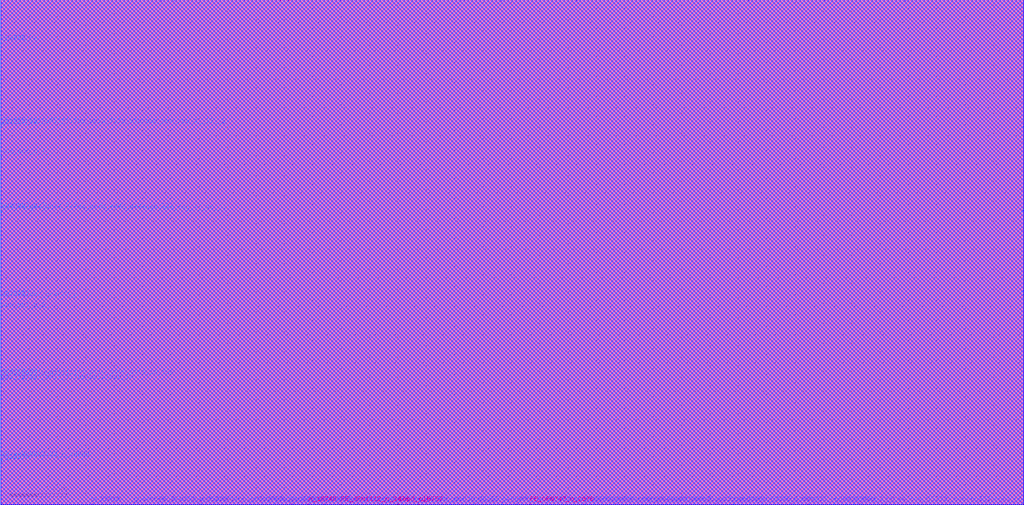
<source format=lef>
VERSION			5.8 ;
NAMESCASESENSITIVE	ON ;
BUSBITCHARS		"[]" ;
DIVIDERCHAR		"/" ;

UNITS
  DATABASE MICRONS	1000 ;
END UNITS

MANUFACTURINGGRID	0.001 ;


LAYER metal1
  TYPE			ROUTING ;
  DIRECTION		HORIZONTAL ;
  PITCH			0.200 ;
  OFFSET		0.000 ;
  WIDTH			0.100 ;
  MINWIDTH		0.100 ;
  SPACINGTABLE
  PARALLELRUNLENGTH     0.00    0.40    0.46    1.40    4.10
  WIDTH    0.00         0.10    0.10    0.10    0.10    0.10
  WIDTH    0.30         0.10    0.12    0.12    0.12    0.12
  WIDTH    0.46         0.10    0.12    0.15    0.15    0.15
  WIDTH    1.40         0.10    0.12    0.15    0.52    0.52
  WIDTH    4.10         0.10    0.12    0.15    0.52    1.40 ;
  SPACING 0.11 ENDOFLINE 0.12 WITHIN 0.045 PARALLELEDGE 0.11 WITHIN 0.11 ;
  AREA 			0.041 ;
END metal1

LAYER via1
  TYPE			CUT ;
  SPACING		0.10 ;
  SPACING		0.13 ADJACENTCUTS 3 WITHIN 0.15 ;
END via1

LAYER metal2
  TYPE			ROUTING ;
  DIRECTION		VERTICAL ;
  PITCH			0.200 ;
  OFFSET		0.100 ;
  WIDTH			0.1 ;
  MINWIDTH		0.1 ;
  SPACINGTABLE
  PARALLELRUNLENGTH     0.00    0.40    0.46    1.40    4.10
  WIDTH    0.00         0.10    0.10    0.10    0.10    0.10
  WIDTH    0.30         0.10    0.12    0.12    0.12    0.12
  WIDTH    0.46         0.10    0.12    0.15    0.15    0.15
  WIDTH    1.40         0.10    0.12    0.15    0.52    0.52
  WIDTH    4.10         0.10    0.12    0.15    0.52    1.40 ;
  SPACING 0.12 ENDOFLINE 0.14 WITHIN 0.045 PARALLELEDGE 0.12 WITHIN 0.12 ;
  AREA			0.051 ;
END metal2

LAYER via2
  TYPE CUT ;
  SPACING		0.10 ;
  SPACING		0.13 ADJACENTCUTS 3 WITHIN 0.15 ;
END via2

LAYER metal3
  TYPE			ROUTING ;
  DIRECTION		HORIZONTAL ;
  PITCH			0.200 ;
  OFFSET		0.000 ;
  WIDTH			0.1 ;
  MINWIDTH		0.1 ;
  SPACINGTABLE
  PARALLELRUNLENGTH     0.00    0.40    0.46    1.40    4.10
  WIDTH    0.00         0.10    0.10    0.10    0.10    0.10
  WIDTH    0.30         0.10    0.12    0.12    0.12    0.12
  WIDTH    0.46         0.10    0.12    0.15    0.15    0.15
  WIDTH    1.40         0.10    0.12    0.15    0.52    0.52
  WIDTH    4.10         0.10    0.12    0.15    0.52    1.40 ;
  SPACING 0.12 ENDOFLINE 0.14 WITHIN 0.045 PARALLELEDGE 0.12 WITHIN 0.12 ;
  AREA			0.051 ;
END metal3

LAYER via3
  TYPE			CUT ;
  SPACING		0.10 ;
  SPACING		0.13 ADJACENTCUTS 3 WITHIN 0.15 ;
END via3

LAYER metal4
  TYPE			ROUTING ;
  DIRECTION		VERTICAL ;
  PITCH			0.200 ;
  OFFSET		0.100 ;
  WIDTH			0.1 ;
  MINWIDTH		0.1 ;
  SPACINGTABLE
  PARALLELRUNLENGTH     0.00    0.40    0.46    1.40    4.10
  WIDTH    0.00         0.10    0.10    0.10    0.10    0.10
  WIDTH    0.30         0.10    0.12    0.12    0.12    0.12
  WIDTH    0.46         0.10    0.12    0.15    0.15    0.15
  WIDTH    1.40         0.10    0.12    0.15    0.52    0.52
  WIDTH    4.10         0.10    0.12    0.15    0.52    1.40 ;
  SPACING 0.12 ENDOFLINE 0.14 WITHIN 0.045 PARALLELEDGE 0.12 WITHIN 0.12  ;
  AREA			0.051 ;
END metal4

LAYER via4
  TYPE CUT ;
  SPACING               0.10 ;
  SPACING               0.13 ADJACENTCUTS 3 WITHIN 0.14 ;
END via4

LAYER metal5
  TYPE			ROUTING ;
  DIRECTION		HORIZONTAL ;
  PITCH			0.200 ;
  OFFSET		0.000 ;
  WIDTH			0.1 ;
  MINWIDTH		0.1 ;
  SPACINGTABLE
  PARALLELRUNLENGTH     0.00    0.40    0.46    1.40    4.10
  WIDTH    0.00         0.10    0.10    0.10    0.10    0.10
  WIDTH    0.30         0.10    0.12    0.12    0.12    0.12
  WIDTH    0.46         0.10    0.12    0.15    0.15    0.15
  WIDTH    1.40         0.10    0.12    0.15    0.52    0.52
  WIDTH    4.10         0.10    0.12    0.15    0.52    1.40 ;
  SPACING 0.12 ENDOFLINE 0.14 WITHIN 0.045 PARALLELEDGE 0.12 WITHIN 0.12  ;
  AREA			0.051 ;
END metal5

VIA VIA12_HV DEFAULT

  LAYER metal1 ;
    RECT -0.090 -0.050  0.090  0.050 ;
  LAYER via1 ;
    RECT -0.050 -0.050  0.050  0.050 ;
  LAYER metal2 ;
    RECT -0.050 -0.090  0.050  0.090 ;
END VIA12_HV

VIA VIA12_HH DEFAULT

  LAYER metal1 ;
    RECT -0.090 -0.050  0.090  0.050 ;
  LAYER via1 ;
    RECT -0.050 -0.050  0.050  0.050 ;
  LAYER metal2 ;
    RECT -0.090 -0.050  0.090  0.050 ;
END VIA12_HH
                 
VIA VIA12_VV DEFAULT

  LAYER metal1 ;
    RECT -0.050 -0.090  0.050  0.090 ;
  LAYER via1 ;
    RECT -0.050 -0.050  0.050  0.050 ;
  LAYER metal2 ;
    RECT -0.050 -0.090  0.050  0.090 ;
END VIA12_VV



VIA VIA12_FAT_HV DEFAULT

  LAYER metal1 ;
    RECT -0.12 -0.050  0.12  0.050 ;
  LAYER via1 ;
    RECT -0.050 -0.050  0.050  0.050 ;
  LAYER metal2 ;
    RECT -0.050 -0.12  0.050  0.12 ;
END VIA12_FAT_HV
             
VIA VIA12_FAT_HH DEFAULT

  LAYER metal1 ;
    RECT -0.12 -0.050  0.12  0.050 ;
  LAYER via1 ;
    RECT -0.050 -0.050  0.050  0.050 ;
  LAYER metal2 ;
    RECT -0.12 -0.050  0.12  0.050 ;
END VIA12_FAT_HH

VIA VIA12_FAT_VV DEFAULT

  LAYER metal1 ;
    RECT -0.050 -0.12  0.050  0.12 ;
  LAYER via1 ;
    RECT -0.050 -0.050  0.050  0.050 ;
  LAYER metal2 ;
    RECT -0.050 -0.12  0.050  0.12 ;
END VIA12_FAT_VV

VIA VIA12_FAT DEFAULT

  LAYER metal1 ;
    RECT -0.090 -0.090  0.090  0.090 ;
  LAYER via1 ;
    RECT -0.050 -0.050  0.050  0.050 ;
  LAYER metal2 ;
    RECT -0.090 -0.090  0.090  0.090 ;
END VIA12_FAT
                 

VIA VIA12_2cut_E DEFAULT
 
  LAYER metal1 ;
    RECT -0.090 -0.050  0.300  0.050 ;
  LAYER via1 ;
    RECT -0.050 -0.050  0.050  0.050 ;
    RECT  0.160 -0.050  0.260  0.050 ;
  LAYER metal2 ;
    RECT -0.050 -0.090  0.260  0.090 ;
END VIA12_2cut_E

VIA VIA12_2cut_W DEFAULT
  
  LAYER metal1 ;
    RECT -0.300 -0.050  0.090  0.050 ;
  LAYER via1 ;
    RECT -0.050 -0.050  0.050  0.050 ;
    RECT -0.260 -0.050 -0.160  0.050 ;
  LAYER metal2 ;
    RECT -0.260 -0.090  0.050  0.090 ;
END VIA12_2cut_W

VIA VIA12_2cut_N DEFAULT
  
  LAYER metal1 ;
    RECT -0.090 -0.050  0.090  0.260 ;
  LAYER via1 ;
    RECT -0.050 -0.050  0.050  0.050 ;
    RECT -0.050  0.160  0.050  0.260 ;
  LAYER metal2 ;
    RECT -0.050 -0.090  0.050  0.300 ;
END VIA12_2cut_N

VIA VIA12_2cut_S DEFAULT
  
  LAYER metal1 ;
    RECT -0.090 -0.260  0.090  0.050 ;
  LAYER via1 ;
    RECT -0.050 -0.050  0.050  0.050 ;
    RECT -0.050 -0.260  0.050 -0.160 ;
  LAYER metal2 ;
    RECT -0.050 -0.300  0.050  0.090 ;
END VIA12_2cut_S

VIA V12_2x1_HH_E DEFAULT
  LAYER metal1 ;
    RECT -0.09 -0.05 0.30 0.05 ;
  LAYER via1 ;
    RECT -0.05 -0.05 0.05 0.05 ;
    RECT 0.16 -0.05 0.26 0.05 ;
  LAYER metal2 ;
    RECT -0.09 -0.05 0.30 0.05 ;
 
END V12_2x1_HH_E

VIA V12_2x1_HH_W DEFAULT
  LAYER metal1 ;
    RECT -0.30 -0.05 0.09 0.05 ;
  LAYER via1 ;
    RECT -0.26 -0.05 -0.16 0.05 ;
    RECT -0.05 -0.05 0.05 0.05 ;
  LAYER metal2 ;
    RECT -0.30 -0.05 0.09 0.05 ;
  
END V12_2x1_HH_W

VIA V12_1x2_VV_N DEFAULT
  LAYER metal1 ;
    RECT -0.05 -0.09 0.05 0.30 ;
  LAYER via1 ;
    RECT -0.05 -0.05 0.05 0.05 ;
    RECT -0.05 0.16 0.05 0.26 ;
  LAYER metal2 ;
    RECT -0.05 -0.09 0.05 0.30 ;
  
END V12_1x2_VV_N

VIA V12_1x2_VV_S DEFAULT
  LAYER metal1 ;
    RECT -0.05 -0.30 0.05 0.09 ;
  LAYER via1 ;
    RECT -0.05 -0.26 0.05 -0.16 ;
    RECT -0.05 -0.05 0.05 0.05 ;
  LAYER metal2 ;
    RECT -0.05 -0.30 0.05 0.09 ;
  
END V12_1x2_VV_S

VIA VIA12_2cut_HN 
  
  LAYER metal1 ;
    RECT -0.050 -0.090  0.050  0.330 ;
  LAYER via1 ;
    RECT -0.050 -0.050  0.050  0.050 ;
    RECT -0.050  0.190  0.050  0.290 ;
  LAYER metal2 ;
    RECT -0.050 -0.090  0.050  0.330 ;
END VIA12_2cut_HN

VIA VIA12_2cut_HS 
  
  LAYER metal1 ;
    RECT -0.050 -0.330  0.050  0.090 ;
  LAYER via1 ;
    RECT -0.050 -0.050  0.050  0.050 ;
    RECT -0.050 -0.290  0.050 -0.190 ;
  LAYER metal2 ;
    RECT -0.050 -0.330  0.050  0.090 ;
END VIA12_2cut_HS

VIA V12_2x2_HV DEFAULT
  LAYER metal1 ;
    RECT -0.205 -0.165 0.205 0.165 ;
  LAYER via1 ;
    RECT -0.165 -0.165 -0.065 -0.065 ;
    RECT 0.065 -0.165 0.165 -0.065 ;
    RECT -0.165 0.065 -0.065 0.165 ;
    RECT 0.065 0.065 0.165 0.165 ;
  LAYER metal2 ;
    RECT -0.165 -0.205 0.165 0.205 ;
  
END V12_2x2_HV

VIA VIA23_VH DEFAULT
  
  LAYER metal2 ;
    RECT -0.050 -0.090  0.050  0.090 ;
  LAYER via2 ;
    RECT -0.050 -0.050  0.050  0.050 ;
  LAYER metal3 ;
    RECT -0.090 -0.050  0.090  0.050 ;
END VIA23_VH

VIA VIA23_VV DEFAULT
 
  LAYER metal2 ;
    RECT -0.050 -0.090  0.050  0.090 ;
  LAYER via2 ;
    RECT -0.050 -0.050  0.050  0.050 ;
  LAYER metal3 ;
    RECT -0.050 -0.090  0.050  0.090 ;
END VIA23_VV
                 
VIA VIA23_HH DEFAULT
  
  LAYER metal2 ;
    RECT -0.090 -0.050  0.090  0.050 ;
  LAYER via2 ;
    RECT -0.050 -0.050  0.050  0.050 ;
  LAYER metal3 ;
    RECT -0.090 -0.050  0.090  0.050 ;
END VIA23_HH



VIA VIA23_FAT_VH DEFAULT
  
  LAYER metal2 ;
    RECT -0.050 -0.12  0.050  0.12 ;
  LAYER via2 ;
    RECT -0.050 -0.050  0.050  0.050 ;
  LAYER metal3 ;
    RECT -0.12 -0.050  0.12  0.050 ;
END VIA23_FAT_VH
             
VIA VIA23_FAT_VV DEFAULT
  
  LAYER metal2 ;
    RECT -0.050 -0.12  0.050  0.12 ;
  LAYER via2 ;
    RECT -0.050 -0.050  0.050  0.050 ;
  LAYER metal3 ;
    RECT -0.050 -0.12  0.050  0.12 ;
END VIA23_FAT_VV

VIA VIA23_FAT_HH DEFAULT
  
  LAYER metal2 ;
    RECT -0.12 -0.050  0.12  0.050 ;
  LAYER via2 ;
    RECT -0.050 -0.050  0.050  0.050 ;
  LAYER metal3 ;
    RECT -0.12 -0.050  0.12  0.050 ;
END VIA23_FAT_HH

VIA VIA23_FAT DEFAULT
  
  LAYER metal2 ;
    RECT -0.090 -0.090  0.090  0.090 ;
  LAYER via2 ;
    RECT -0.050 -0.050  0.050  0.050 ;
  LAYER metal3 ;
    RECT -0.090 -0.090  0.090  0.090 ;
END VIA23_FAT
                 

VIA VIA23_stack_N DEFAULT 
 
  LAYER metal2 ;
    RECT -0.050 -0.090  0.050  0.430 ;
  LAYER via2 ;
    RECT -0.050 -0.050  0.050  0.050 ;
  LAYER metal3 ;
    RECT -0.090 -0.050  0.090  0.050 ;
END VIA23_stack_N

VIA VIA23_stack_S DEFAULT
  
  LAYER metal2 ;
    RECT -0.050 -0.430  0.050  0.090 ;
  LAYER via2 ;
    RECT -0.050 -0.050  0.050  0.050 ;
  LAYER metal3 ;
    RECT -0.090 -0.050  0.090  0.050 ;
END VIA23_stack_S


VIA VIA23_2cut_E DEFAULT
  
  LAYER metal2 ;
    RECT -0.050 -0.090  0.260  0.090 ;
  LAYER via2 ;
    RECT -0.050 -0.050  0.050  0.050 ;
    RECT  0.160 -0.050  0.260  0.050 ;
  LAYER metal3 ;
    RECT -0.090 -0.050  0.300  0.050 ;
END VIA23_2cut_E

VIA VIA23_2cut_W DEFAULT
  
  LAYER metal2 ;
    RECT -0.260 -0.090  0.050  0.090 ;
  LAYER via2 ;
    RECT -0.050 -0.050  0.050  0.050 ;
    RECT -0.260 -0.050 -0.160  0.050 ;
  LAYER metal3 ;
    RECT -0.230 -0.050  0.090  0.050 ;
END VIA23_2cut_W

VIA VIA23_2cut_N DEFAULT
  
  LAYER metal2 ;
    RECT -0.050 -0.090  0.050  0.300 ;
  LAYER via2 ;
    RECT -0.050 -0.050  0.050  0.050 ;
    RECT -0.050  0.160  0.050  0.260 ;
  LAYER metal3 ;
    RECT -0.090 -0.050  0.090  0.260 ;
END VIA23_2cut_N

VIA VIA23_2cut_S DEFAULT
  
  LAYER metal2 ;
    RECT -0.050 -0.300  0.050  0.090 ;
  LAYER via2 ;
    RECT -0.050 -0.050  0.050  0.050 ;
    RECT -0.050 -0.260  0.050 -0.160 ;
  LAYER metal3 ;
    RECT -0.090 -0.260  0.090  0.050 ;
END VIA23_2cut_S


VIA V23_2x2_VH DEFAULT
  LAYER metal2 ;
    RECT -0.165 -0.205 0.165 0.205 ;
  LAYER via2 ;
    RECT -0.165 -0.165 -0.065 -0.065 ;
    RECT 0.065 -0.165 0.165 -0.065 ;
    RECT -0.165 0.065 -0.065 0.165 ;
    RECT 0.065 0.065 0.165 0.165 ;
  LAYER metal3 ;
    RECT -0.205 -0.165 0.205 0.165 ;
  
END V23_2x2_VH

VIA VIA34_HV DEFAULT
  
  LAYER metal3 ;
    RECT -0.090 -0.050  0.090  0.050 ;
  LAYER via3 ;
    RECT -0.050 -0.050  0.050  0.050 ;
  LAYER metal4 ;
    RECT -0.050 -0.090  0.050  0.090 ;
END VIA34_HV

VIA VIA34_HH DEFAULT
  
  LAYER metal3 ;
    RECT -0.090 -0.050  0.090  0.050 ;
  LAYER via3 ;
    RECT -0.050 -0.050  0.050  0.050 ;
  LAYER metal4 ;
    RECT -0.090 -0.050  0.090  0.050 ;
END VIA34_HH
                 
VIA VIA34_VV DEFAULT
 
  LAYER metal3 ;
    RECT -0.050 -0.090  0.050  0.090 ;
  LAYER via3 ;
    RECT -0.050 -0.050  0.050  0.050 ;
  LAYER metal4 ;
    RECT -0.050 -0.090  0.050  0.090 ;
END VIA34_VV



VIA VIA34_FAT_HV DEFAULT
 
  LAYER metal3 ;
    RECT -0.12 -0.050  0.12  0.050 ;
  LAYER via3 ;
    RECT -0.050 -0.050  0.050  0.050 ;
  LAYER metal4 ;
    RECT -0.050 -0.12  0.050  0.12 ;
END VIA34_FAT_HV
             
VIA VIA34_FAT_HH DEFAULT
 
  LAYER metal3 ;
    RECT -0.12 -0.050  0.12  0.050 ;
  LAYER via3 ;
    RECT -0.050 -0.050  0.050  0.050 ;
  LAYER metal4 ;
    RECT -0.12 -0.050  0.12  0.050 ;
END VIA34_FAT_HH

VIA VIA34_FAT_VV DEFAULT
 
  LAYER metal3 ;
    RECT -0.050 -0.12  0.050  0.12 ;
  LAYER via3 ;
    RECT -0.050 -0.050  0.050  0.050 ;
  LAYER metal4 ;
    RECT -0.050 -0.12  0.050  0.12 ;
END VIA34_FAT_VV

VIA VIA34_FAT DEFAULT
 
  LAYER metal3 ;
    RECT -0.090 -0.090  0.090  0.090 ;
  LAYER via3 ;
    RECT -0.050 -0.050  0.050  0.050 ;
  LAYER metal4 ;
    RECT -0.090 -0.090  0.090  0.090 ;
END VIA34_FAT
                 
                                        
VIA VIA34_stack_E DEFAULT
  
  LAYER metal3 ;
    RECT -0.090 -0.050  0.430  0.050 ;
  LAYER via3 ;
    RECT -0.050 -0.050  0.050  0.050 ;
  LAYER metal4 ;
    RECT -0.050 -0.090  0.050  0.090 ;
END VIA34_stack_E

VIA VIA34_stack_W DEFAULT
 
  LAYER metal3 ;
    RECT -0.430 -0.050  0.090  0.050 ;
  LAYER via3 ;
    RECT -0.050 -0.050  0.050  0.050 ;
  LAYER metal4 ;
    RECT -0.050 -0.090  0.050  0.090 ;
END VIA34_stack_W


VIA VIA34_2cut_E DEFAULT
  
  LAYER metal3 ;
    RECT -0.090 -0.050  0.300  0.050 ;
  LAYER via3 ;
    RECT -0.050 -0.050  0.050  0.050 ;
    RECT  0.160 -0.050  0.260  0.050 ;
  LAYER metal4 ;
    RECT -0.050 -0.090  0.260  0.090 ;
END VIA34_2cut_E

VIA VIA34_2cut_W DEFAULT
  
  LAYER metal3 ;
    RECT -0.300 -0.050  0.090  0.050 ;
  LAYER via3 ;
    RECT -0.050 -0.050  0.050  0.050 ;
    RECT -0.260 -0.050 -0.160  0.050 ;
  LAYER metal4 ;
    RECT -0.260 -0.090  0.050  0.090 ;
END VIA34_2cut_W

VIA VIA34_2cut_N DEFAULT
  
  LAYER metal3 ;
    RECT -0.090 -0.050  0.090  0.260 ;
  LAYER via3 ;
    RECT -0.050 -0.050  0.050  0.050 ;
    RECT -0.050  0.160  0.050  0.260 ;
  LAYER metal4 ;
    RECT -0.050 -0.090  0.050  0.300 ;
END VIA34_2cut_N

VIA VIA34_2cut_S DEFAULT
 
  LAYER metal3 ;
    RECT -0.090 -0.260  0.090  0.050 ;
  LAYER via3 ;
    RECT -0.050 -0.050  0.050  0.050 ;
    RECT -0.050 -0.260  0.050 -0.160 ;
  LAYER metal4 ;
    RECT -0.050 -0.300  0.050  0.090 ;
END VIA34_2cut_S


VIA V34_2x2_HV DEFAULT
  LAYER metal3 ;
    RECT -0.205 -0.165 0.205 0.165 ;
  LAYER via3 ;
    RECT -0.165 -0.165 -0.065 -0.065 ;
    RECT 0.065 -0.165 0.165 -0.065 ;
    RECT -0.165 0.065 -0.065 0.165 ;
    RECT 0.065 0.065 0.165 0.165 ;
  LAYER metal4 ;
    RECT -0.165 -0.205 0.165 0.205 ;
 
END V34_2x2_HV


VIA VIA45_VH DEFAULT
 
  LAYER metal4 ;
    RECT -0.050 -0.090  0.050  0.090 ;
  LAYER via4 ;
    RECT -0.050 -0.050  0.050  0.050 ;
  LAYER metal5 ;
    RECT -0.090 -0.050  0.090  0.050 ;
END VIA45_VH

VIA VIA45_VV DEFAULT
  
  LAYER metal4 ;
    RECT -0.050 -0.090  0.050  0.090 ;
  LAYER via4 ;
    RECT -0.050 -0.050  0.050  0.050 ;
  LAYER metal5 ;
    RECT -0.050 -0.090  0.050  0.090 ;
END VIA45_VV
                 
VIA VIA45_HH DEFAULT
  
  LAYER metal4 ;
    RECT -0.090 -0.050  0.090  0.050 ;
  LAYER via4 ;
    RECT -0.050 -0.050  0.050  0.050 ;
  LAYER metal5 ;
    RECT -0.090 -0.050  0.090  0.050 ;
END VIA45_HH



VIA VIA45_FAT_VH DEFAULT
 
  LAYER metal4 ;
    RECT -0.050 -0.12  0.050  0.12 ;
  LAYER via4 ;
    RECT -0.050 -0.050  0.050  0.050 ;
  LAYER metal5 ;
    RECT -0.12 -0.050  0.12  0.050 ;
END VIA45_FAT_VH
             
VIA VIA45_FAT_VV DEFAULT
 
  LAYER metal4 ;
    RECT -0.050 -0.12  0.050  0.12 ;
  LAYER via4 ;
    RECT -0.050 -0.050  0.050  0.050 ;
  LAYER metal5 ;
    RECT -0.050 -0.12  0.050  0.12 ;
END VIA45_FAT_VV

VIA VIA45_FAT_HH DEFAULT
 
  LAYER metal4 ;
    RECT -0.12 -0.050  0.12  0.050 ;
  LAYER via4 ;
    RECT -0.050 -0.050  0.050  0.050 ;
  LAYER metal5 ;
    RECT -0.12 -0.050  0.12  0.050 ;
END VIA45_FAT_HH

VIA VIA45_FAT DEFAULT
 
  LAYER metal4 ;
    RECT -0.090 -0.090  0.090  0.090 ;
  LAYER via4 ;
    RECT -0.050 -0.050  0.050  0.050 ;
  LAYER metal5 ;
    RECT -0.090 -0.090  0.090  0.090 ;
END VIA45_FAT
                 

VIA VIA45_1stack_N DEFAULT
 
  LAYER metal4 ;
    RECT -0.050 -0.090  0.050  0.430 ;
  LAYER via4 ;
    RECT -0.050 -0.050  0.050  0.050 ;
  LAYER metal5 ;
    RECT -0.090 -0.050  0.090  0.050 ;
END VIA45_1stack_N

VIA VIA45_1stack_S DEFAULT
 
  LAYER metal4 ;
    RECT -0.050 -0.430  0.050  0.090 ;
  LAYER via4 ;
    RECT -0.050 -0.050  0.050  0.050 ;
  LAYER metal5 ;
    RECT -0.090 -0.050  0.090  0.050 ;
END VIA45_1stack_S


VIA VIA45_2cut_E DEFAULT
 
  LAYER metal4 ;
    RECT -0.050 -0.090  0.260  0.090 ;
  LAYER via4 ;
    RECT -0.050 -0.050  0.050  0.050 ;
    RECT  0.160 -0.050  0.260  0.050 ;
  LAYER metal5 ;
    RECT -0.090 -0.050  0.300  0.050 ;
END VIA45_2cut_E

VIA VIA45_2cut_W DEFAULT
 
  LAYER metal4 ;
    RECT -0.260 -0.090  0.050  0.090 ;
  LAYER via4 ;
    RECT -0.050 -0.050  0.050  0.050 ;
    RECT -0.260 -0.050 -0.160  0.050 ;
  LAYER metal5 ;
    RECT -0.300 -0.050  0.090  0.050 ;
END VIA45_2cut_W

VIA VIA45_2cut_N DEFAULT
 
  LAYER metal4 ;
    RECT -0.050 -0.090  0.050  0.300 ;
  LAYER via4 ;
    RECT -0.050 -0.050  0.050  0.050 ;
    RECT -0.050  0.160  0.050  0.260 ;
  LAYER metal5 ;
    RECT -0.090 -0.050  0.090  0.260 ;
END VIA45_2cut_N

VIA VIA45_2cut_S DEFAULT
 
  LAYER metal4 ;
    RECT -0.050 -0.300  0.050  0.090 ;
  LAYER via4 ;
    RECT -0.050 -0.050  0.050  0.050 ;
    RECT -0.050 -0.260  0.050 -0.160 ;
  LAYER metal5 ;
    RECT -0.090 -0.260  0.090  0.050 ;
END VIA45_2cut_S


VIA V45_2x2_VH DEFAULT
  LAYER metal4 ;
    RECT -0.165 -0.205 0.165 0.205 ;
  LAYER via4 ;
    RECT -0.165 -0.165 -0.065 -0.065 ;
    RECT 0.065 -0.165 0.165 -0.065 ;
    RECT -0.165 0.065 -0.065 0.165 ;
    RECT 0.065 0.065 0.165 0.165 ;
  LAYER metal5 ;
    RECT -0.205 -0.165 0.205 0.165 ;
 
END V45_2x2_VH


VIARULE VIAGEN12 GENERATE
   LAYER metal1 ;
       ENCLOSURE 0.04 0 ; 
       WIDTH 0.09 TO 12.00 ;
   LAYER metal2 ;
       ENCLOSURE 0.04 0 ;
       WIDTH 0.10 TO 12.00 ;
   LAYER via1 ;
       RECT -0.05 -0.05 0.05 0.05 ;
       SPACING 0.20 BY 0.20 ;    
END VIAGEN12        

VIARULE VIAGEN23 GENERATE
   LAYER metal2 ;
       ENCLOSURE 0.04 0 ;  
       WIDTH 0.10 TO 12.00 ;
   LAYER metal3 ;
       ENCLOSURE 0.04 0 ; 
       WIDTH 0.10 TO 12.00 ;
   LAYER via2 ;
       RECT -0.05 -0.05 0.05 0.05 ; 
       SPACING 0.20 BY 0.20 ;    
END VIAGEN23

VIARULE VIAGEN34 GENERATE
   LAYER metal3 ;
       ENCLOSURE 0.04 0 ; 
       WIDTH 0.10 TO 12.00 ;
   LAYER metal4 ;
       ENCLOSURE 0.04 0 ; 
       WIDTH 0.10 TO 12.00 ;
   LAYER via3 ;
       RECT -0.05 -0.05 0.05 0.05 ; 
       SPACING 0.20 BY 0.20 ;    
END VIAGEN34

VIARULE VIAGEN45 GENERATE
   LAYER metal4 ;
       ENCLOSURE 0.04 0 ; 
       WIDTH 0.10 TO 12.00 ;
   LAYER metal5 ;
       ENCLOSURE 0.04 0 ; 
       WIDTH 0.10 TO 12.00 ;
   LAYER via4 ;
       RECT -0.05 -0.05 0.05 0.05 ; 
       SPACING 0.20 BY 0.20 ;    
END VIAGEN45

SITE core
  SIZE 0.20 BY 2.00 ;
  CLASS CORE ;
  SYMMETRY Y  ;
END core


MACRO h7
   CLASS BLOCK ;
   FOREIGN h7 ;
   ORIGIN 0 0 ;
   SIZE 344 BY 54 ;
   SYMMETRY X Y R90 ;
   PIN FE_OFN1038_g64577_p
      DIRECTION OUTPUT ;
      PORT 
         LAYER metal2 ;
             RECT 3.65 53.49 3.75 54 ;
      END
   END FE_OFN1038_g64577_p

   PIN FE_OFN1047_g64577_p
      DIRECTION OUTPUT ;
      PORT 
         LAYER metal2 ;
             RECT 15.25 53.49 15.35 54 ;
      END
   END FE_OFN1047_g64577_p

   PIN FE_OFN1052_g64577_p
      DIRECTION OUTPUT ;
      PORT 
         LAYER metal3 ;
             RECT 0 33.975 0.255 34.175 ;
      END
   END FE_OFN1052_g64577_p

   PIN FE_OFN1057_g64577_p
      DIRECTION OUTPUT ;
      PORT 
         LAYER metal2 ;
             RECT 17.65 53.49 17.75 54 ;
      END
   END FE_OFN1057_g64577_p

   PIN FE_OFN1058_g64577_p
      DIRECTION OUTPUT ;
      PORT 
         LAYER metal2 ;
             RECT 5.45 53.49 5.55 54 ;
      END
   END FE_OFN1058_g64577_p

   PIN g62724_db
      DIRECTION OUTPUT ;
      PORT 
         LAYER metal3 ;
             RECT 0 32.625 0.51 32.725 ;
      END
   END g62724_db

   PIN g62724_sb
      DIRECTION OUTPUT ;
      PORT 
         LAYER metal3 ;
             RECT 0 34.825 0.51 34.925 ;
      END
   END g62724_sb

   PIN g62776_sb
      DIRECTION OUTPUT ;
      PORT 
         LAYER metal2 ;
             RECT 8.05 53.49 8.15 54 ;
      END
   END g62776_sb

   PIN g62799_db
      DIRECTION OUTPUT ;
      PORT 
         LAYER metal2 ;
             RECT 2.05 53.49 2.15 54 ;
      END
   END g62799_db

   PIN g62805_da
      DIRECTION OUTPUT ;
      PORT 
         LAYER metal2 ;
             RECT 5.65 53.49 5.75 54 ;
      END
   END g62805_da

   PIN g62806_da
      DIRECTION OUTPUT ;
      PORT 
         LAYER metal2 ;
             RECT 30.45 53.49 30.55 54 ;
      END
   END g62806_da

   PIN g62813_db
      DIRECTION OUTPUT ;
      PORT 
         LAYER metal2 ;
             RECT 3.05 53.49 3.15 54 ;
      END
   END g62813_db

   PIN g62817_da
      DIRECTION OUTPUT ;
      PORT 
         LAYER metal2 ;
             RECT 1.85 53.49 1.95 54 ;
      END
   END g62817_da

   PIN g62826_db
      DIRECTION OUTPUT ;
      PORT 
         LAYER metal3 ;
             RECT 0 24.225 0.51 24.325 ;
      END
   END g62826_db

   PIN g63015_da
      DIRECTION OUTPUT ;
      PORT 
         LAYER metal2 ;
             RECT 24.45 53.49 24.55 54 ;
      END
   END g63015_da

   PIN g63072_sb
      DIRECTION OUTPUT ;
      PORT 
         LAYER metal2 ;
             RECT 8.25 53.49 8.35 54 ;
      END
   END g63072_sb

   PIN g63105_db
      DIRECTION OUTPUT ;
      PORT 
         LAYER metal2 ;
             RECT 3.85 53.49 3.95 54 ;
      END
   END g63105_db

   PIN g64152_sb
      DIRECTION OUTPUT ;
      PORT 
         LAYER metal3 ;
             RECT 0 45.025 0.51 45.125 ;
      END
   END g64152_sb

   PIN g64158_da
      DIRECTION OUTPUT ;
      PORT 
         LAYER metal3 ;
             RECT 0 30.625 0.51 30.725 ;
      END
   END g64158_da

   PIN g64184_da
      DIRECTION OUTPUT ;
      PORT 
         LAYER metal3 ;
             RECT 0 42.025 0.51 42.125 ;
      END
   END g64184_da

   PIN g64211_db
      DIRECTION OUTPUT ;
      PORT 
         LAYER metal2 ;
             RECT 3.25 53.49 3.35 54 ;
      END
   END g64211_db

   PIN g64235_da
      DIRECTION OUTPUT ;
      PORT 
         LAYER metal3 ;
             RECT 0 44.025 0.51 44.125 ;
      END
   END g64235_da

   PIN g64235_db
      DIRECTION OUTPUT ;
      PORT 
         LAYER metal3 ;
             RECT 0 45.225 0.51 45.325 ;
      END
   END g64235_db

   PIN g64273_da
      DIRECTION OUTPUT ;
      PORT 
         LAYER metal2 ;
             RECT 14.85 53.49 14.95 54 ;
      END
   END g64273_da

   PIN g64273_db
      DIRECTION OUTPUT ;
      PORT 
         LAYER metal2 ;
             RECT 15.45 53.49 15.55 54 ;
      END
   END g64273_db

   PIN g64313_da
      DIRECTION OUTPUT ;
      PORT 
         LAYER metal2 ;
             RECT 7.05 53.49 7.15 54 ;
      END
   END g64313_da

   PIN g64313_db
      DIRECTION OUTPUT ;
      PORT 
         LAYER metal3 ;
             RECT 0 45.425 0.51 45.525 ;
      END
   END g64313_db

   PIN n_14060
      DIRECTION OUTPUT ;
      PORT 
         LAYER metal3 ;
             RECT 0 42.625 0.51 42.725 ;
      END
   END n_14060

   PIN n_14091
      DIRECTION OUTPUT ;
      PORT 
         LAYER metal3 ;
             RECT 0 45.625 0.51 45.725 ;
      END
   END n_14091

   PIN n_14092
      DIRECTION OUTPUT ;
      PORT 
         LAYER metal2 ;
             RECT 3.45 53.49 3.55 54 ;
      END
   END n_14092

   PIN n_14216
      DIRECTION OUTPUT ;
      PORT 
         LAYER metal3 ;
             RECT 0 38.225 0.51 38.325 ;
      END
   END n_14216

   PIN n_14596
      DIRECTION OUTPUT ;
      PORT 
         LAYER metal3 ;
             RECT 0 45.825 0.51 45.925 ;
      END
   END n_14596

   PIN n_14603
      DIRECTION OUTPUT ;
      PORT 
         LAYER metal2 ;
             RECT 27.45 53.49 27.55 54 ;
      END
   END n_14603

   PIN n_14608
      DIRECTION OUTPUT ;
      PORT 
         LAYER metal2 ;
             RECT 22.05 53.49 22.15 54 ;
      END
   END n_14608

   PIN n_14610
      DIRECTION OUTPUT ;
      PORT 
         LAYER metal2 ;
             RECT 26.25 53.49 26.35 54 ;
      END
   END n_14610

   PIN n_14611
      DIRECTION OUTPUT ;
      PORT 
         LAYER metal3 ;
             RECT 0 32.825 0.51 32.925 ;
      END
   END n_14611

   PIN n_16247
      DIRECTION OUTPUT ;
      PORT 
         LAYER metal2 ;
             RECT 21.85 53.49 21.95 54 ;
      END
   END n_16247

   PIN n_16252
      DIRECTION OUTPUT ;
      PORT 
         LAYER metal2 ;
             RECT 21.65 53.49 21.75 54 ;
      END
   END n_16252

   PIN n_3825
      DIRECTION OUTPUT ;
      PORT 
         LAYER metal2 ;
             RECT 6.45 53.49 6.55 54 ;
      END
   END n_3825

   PIN n_3938
      DIRECTION OUTPUT ;
      PORT 
         LAYER metal2 ;
             RECT 19.45 53.49 19.55 54 ;
      END
   END n_3938

   PIN n_3977
      DIRECTION OUTPUT ;
      PORT 
         LAYER metal3 ;
             RECT 0 26.425 0.51 26.525 ;
      END
   END n_3977

   PIN n_3983
      DIRECTION OUTPUT ;
      PORT 
         LAYER metal3 ;
             RECT 0 46.025 0.51 46.125 ;
      END
   END n_3983

   PIN n_4010
      DIRECTION OUTPUT ;
      PORT 
         LAYER metal3 ;
             RECT 0 47.025 0.51 47.125 ;
      END
   END n_4010

   PIN n_4077
      DIRECTION OUTPUT ;
      PORT 
         LAYER metal3 ;
             RECT 0 35.025 0.51 35.125 ;
      END
   END n_4077

   PIN n_5012
      DIRECTION OUTPUT ;
      PORT 
         LAYER metal2 ;
             RECT 4.65 53.49 4.75 54 ;
      END
   END n_5012

   PIN n_5136
      DIRECTION OUTPUT ;
      PORT 
         LAYER metal2 ;
             RECT 23.45 53.49 23.55 54 ;
      END
   END n_5136

   PIN n_5376
      DIRECTION OUTPUT ;
      PORT 
         LAYER metal3 ;
             RECT 0 46.225 0.51 46.325 ;
      END
   END n_5376

   PIN pci_target_unit_fifos_pciw_fifo_storage_mem_reg_0__28__Q
      DIRECTION OUTPUT ;
      PORT 
         LAYER metal2 ;
             RECT 15.85 53.49 15.95 54 ;
      END
   END pci_target_unit_fifos_pciw_fifo_storage_mem_reg_0__28__Q

   PIN pci_target_unit_fifos_pciw_fifo_storage_mem_reg_1__28__Q
      DIRECTION OUTPUT ;
      PORT 
         LAYER metal2 ;
             RECT 8.45 53.49 8.55 54 ;
      END
   END pci_target_unit_fifos_pciw_fifo_storage_mem_reg_1__28__Q

   PIN pci_target_unit_fifos_pciw_fifo_storage_mem_reg_4__15__Q
      DIRECTION OUTPUT ;
      PORT 
         LAYER metal4 ;
             RECT 5.05 53.49 5.15 54 ;
      END
   END pci_target_unit_fifos_pciw_fifo_storage_mem_reg_4__15__Q

   PIN pci_target_unit_fifos_pciw_fifo_storage_mem_reg_4__18__Q
      DIRECTION OUTPUT ;
      PORT 
         LAYER metal3 ;
             RECT 0 43.825 0.51 43.925 ;
      END
   END pci_target_unit_fifos_pciw_fifo_storage_mem_reg_4__18__Q

   PIN pci_target_unit_fifos_pciw_fifo_storage_mem_reg_6__15__Q
      DIRECTION OUTPUT ;
      PORT 
         LAYER metal3 ;
             RECT 0 40.225 0.51 40.325 ;
      END
   END pci_target_unit_fifos_pciw_fifo_storage_mem_reg_6__15__Q

   PIN pci_target_unit_wbm_sm_pciw_fifo_addr_data_in_51
      DIRECTION OUTPUT ;
      PORT 
         LAYER metal2 ;
             RECT 99.05 53.49 99.15 54 ;
      END
   END pci_target_unit_wbm_sm_pciw_fifo_addr_data_in_51

   PIN pci_target_unit_wbm_sm_pciw_fifo_addr_data_in_63
      DIRECTION OUTPUT ;
      PORT 
         LAYER metal2 ;
             RECT 73.85 53.49 73.95 54 ;
      END
   END pci_target_unit_wbm_sm_pciw_fifo_addr_data_in_63

   PIN FE_OCP_RBN2037_FE_OCPN2000_n_13743
      DIRECTION INPUT ;
      PORT 
         LAYER metal2 ;
             RECT 15.65 53.49 15.75 54 ;
      END
   END FE_OCP_RBN2037_FE_OCPN2000_n_13743

   PIN FE_OCP_RBN2086_FE_OFN1756_n_13997
      DIRECTION INPUT ;
      PORT 
         LAYER metal4 ;
             RECT 32.6 53.745 32.8 54 ;
      END
   END FE_OCP_RBN2086_FE_OFN1756_n_13997

   PIN FE_OFN1015_g64577_p
      DIRECTION INPUT ;
      PORT 
         LAYER metal2 ;
             RECT 11.45 53.49 11.55 54 ;
      END
   END FE_OFN1015_g64577_p

   PIN FE_OFN1027_g64577_p
      DIRECTION INPUT ;
      PORT 
         LAYER metal3 ;
             RECT 0 37.775 0.255 37.975 ;
      END
   END FE_OFN1027_g64577_p

   PIN FE_OFN1034_g64577_p
      DIRECTION INPUT ;
      PORT 
         LAYER metal4 ;
             RECT 11.2 53.745 11.4 54 ;
      END
   END FE_OFN1034_g64577_p

   PIN FE_OFN1043_g64577_p
      DIRECTION INPUT ;
      PORT 
         LAYER metal2 ;
             RECT 33.65 53.49 33.75 54 ;
      END
   END FE_OFN1043_g64577_p

   PIN FE_OFN1046_g64577_p
      DIRECTION INPUT ;
      PORT 
         LAYER metal4 ;
             RECT 34.2 53.745 34.4 54 ;
      END
   END FE_OFN1046_g64577_p

   PIN FE_OFN1054_g64577_p
      DIRECTION INPUT ;
      PORT 
         LAYER metal4 ;
             RECT 32.2 53.745 32.4 54 ;
      END
   END FE_OFN1054_g64577_p

   PIN FE_OFN1464_n_13736
      DIRECTION INPUT ;
      PORT 
         LAYER metal3 ;
             RECT 0 39.775 0.255 39.975 ;
      END
   END FE_OFN1464_n_13736

   PIN FE_OFN1465_n_13736
      DIRECTION INPUT ;
      PORT 
         LAYER metal2 ;
             RECT 23.05 53.49 23.15 54 ;
      END
   END FE_OFN1465_n_13736

   PIN FE_OFN1466_n_13736
      DIRECTION INPUT ;
      PORT 
         LAYER metal4 ;
             RECT 43.4 53.745 43.6 54 ;
      END
   END FE_OFN1466_n_13736

   PIN FE_OFN1469_n_13741
      DIRECTION INPUT ;
      PORT 
         LAYER metal3 ;
             RECT 0 34.625 0.51 34.725 ;
      END
   END FE_OFN1469_n_13741

   PIN FE_OFN1470_n_13741
      DIRECTION INPUT ;
      PORT 
         LAYER metal2 ;
             RECT 28.25 53.49 28.35 54 ;
      END
   END FE_OFN1470_n_13741

   PIN FE_OFN1471_n_13741
      DIRECTION INPUT ;
      PORT 
         LAYER metal2 ;
             RECT 4.05 53.49 4.15 54 ;
      END
   END FE_OFN1471_n_13741

   PIN FE_OFN1478_n_13995
      DIRECTION INPUT ;
      PORT 
         LAYER metal2 ;
             RECT 24.05 53.49 24.15 54 ;
      END
   END FE_OFN1478_n_13995

   PIN FE_OFN1479_n_13995
      DIRECTION INPUT ;
      PORT 
         LAYER metal2 ;
             RECT 7.85 53.49 7.95 54 ;
      END
   END FE_OFN1479_n_13995

   PIN FE_OFN1522_n_4730
      DIRECTION INPUT ;
      PORT 
         LAYER metal4 ;
             RECT 15.8 53.745 16 54 ;
      END
   END FE_OFN1522_n_4730

   PIN FE_OFN1523_n_4730
      DIRECTION INPUT ;
      PORT 
         LAYER metal4 ;
             RECT 35.4 53.745 35.6 54 ;
      END
   END FE_OFN1523_n_4730

   PIN FE_OFN1524_n_4730
      DIRECTION INPUT ;
      PORT 
         LAYER metal3 ;
             RECT 0 33.175 0.255 33.375 ;
      END
   END FE_OFN1524_n_4730

   PIN FE_OFN1557_n_4732
      DIRECTION INPUT ;
      PORT 
         LAYER metal3 ;
             RECT 0 38.575 0.255 38.775 ;
      END
   END FE_OFN1557_n_4732

   PIN FE_OFN1558_n_4732
      DIRECTION INPUT ;
      PORT 
         LAYER metal4 ;
             RECT 33.4 53.745 33.6 54 ;
      END
   END FE_OFN1558_n_4732

   PIN FE_OFN1559_n_4732
      DIRECTION INPUT ;
      PORT 
         LAYER metal2 ;
             RECT 7.65 53.49 7.75 54 ;
      END
   END FE_OFN1559_n_4732

   PIN FE_OFN1581_n_16657
      DIRECTION INPUT ;
      PORT 
         LAYER metal3 ;
             RECT 0 41.575 0.255 41.775 ;
      END
   END FE_OFN1581_n_16657

   PIN FE_OFN1583_n_16657
      DIRECTION INPUT ;
      PORT 
         LAYER metal4 ;
             RECT 31.8 53.745 32 54 ;
      END
   END FE_OFN1583_n_16657

   PIN FE_OFN1584_n_16657
      DIRECTION INPUT ;
      PORT 
         LAYER metal3 ;
             RECT 0 39.375 0.255 39.575 ;
      END
   END FE_OFN1584_n_16657

   PIN FE_OFN1612_n_4740
      DIRECTION INPUT ;
      PORT 
         LAYER metal3 ;
             RECT 0 40.575 0.255 40.775 ;
      END
   END FE_OFN1612_n_4740

   PIN FE_OFN1613_n_4740
      DIRECTION INPUT ;
      PORT 
         LAYER metal2 ;
             RECT 5.25 53.49 5.35 54 ;
      END
   END FE_OFN1613_n_4740

   PIN FE_OFN1614_n_4740
      DIRECTION INPUT ;
      PORT 
         LAYER metal2 ;
             RECT 6.25 53.49 6.35 54 ;
      END
   END FE_OFN1614_n_4740

   PIN FE_OFN1757_n_13997
      DIRECTION INPUT ;
      PORT 
         LAYER metal2 ;
             RECT 7.25 53.49 7.35 54 ;
      END
   END FE_OFN1757_n_13997

   PIN FE_OFN1761_n_14054
      DIRECTION INPUT ;
      PORT 
         LAYER metal2 ;
             RECT 4.25 53.49 4.35 54 ;
      END
   END FE_OFN1761_n_14054

   PIN FE_OFN1762_n_14054
      DIRECTION INPUT ;
      PORT 
         LAYER metal3 ;
             RECT 0 42.975 0.255 43.175 ;
      END
   END FE_OFN1762_n_14054

   PIN FE_OFN1764_n_14054
      DIRECTION INPUT ;
      PORT 
         LAYER metal2 ;
             RECT 12.05 53.49 12.15 54 ;
      END
   END FE_OFN1764_n_14054

   PIN FE_OFN1770_n_13800
      DIRECTION INPUT ;
      PORT 
         LAYER metal2 ;
             RECT 8.85 53.49 8.95 54 ;
      END
   END FE_OFN1770_n_13800

   PIN FE_OFN1771_n_13800
      DIRECTION INPUT ;
      PORT 
         LAYER metal2 ;
             RECT 11.65 53.49 11.75 54 ;
      END
   END FE_OFN1771_n_13800

   PIN FE_OFN1772_n_13800
      DIRECTION INPUT ;
      PORT 
         LAYER metal3 ;
             RECT 0 31.625 0.51 31.725 ;
      END
   END FE_OFN1772_n_13800

   PIN FE_OFN1776_n_13971
      DIRECTION INPUT ;
      PORT 
         LAYER metal4 ;
             RECT 33.8 53.745 34 54 ;
      END
   END FE_OFN1776_n_13971

   PIN FE_OFN1777_n_13971
      DIRECTION INPUT ;
      PORT 
         LAYER metal2 ;
             RECT 32.45 53.49 32.55 54 ;
      END
   END FE_OFN1777_n_13971

   PIN FE_OFN854_n_4736
      DIRECTION INPUT ;
      PORT 
         LAYER metal2 ;
             RECT 15.05 53.49 15.15 54 ;
      END
   END FE_OFN854_n_4736

   PIN FE_OFN855_n_4736
      DIRECTION INPUT ;
      PORT 
         LAYER metal4 ;
             RECT 33 53.745 33.2 54 ;
      END
   END FE_OFN855_n_4736

   PIN FE_OFN859_n_4734
      DIRECTION INPUT ;
      PORT 
         LAYER metal2 ;
             RECT 6.85 53.49 6.95 54 ;
      END
   END FE_OFN859_n_4734

   PIN FE_OFN860_n_4734
      DIRECTION INPUT ;
      PORT 
         LAYER metal3 ;
             RECT 0 38.975 0.255 39.175 ;
      END
   END FE_OFN860_n_4734

   PIN FE_OFN868_n_4725
      DIRECTION INPUT ;
      PORT 
         LAYER metal3 ;
             RECT 0 28.175 0.255 28.375 ;
      END
   END FE_OFN868_n_4725

   PIN FE_OFN951_n_4725
      DIRECTION INPUT ;
      PORT 
         LAYER metal2 ;
             RECT 31.05 53.49 31.15 54 ;
      END
   END FE_OFN951_n_4725

   PIN FE_OFN952_n_4725
      DIRECTION INPUT ;
      PORT 
         LAYER metal3 ;
             RECT 0 37.375 0.255 37.575 ;
      END
   END FE_OFN952_n_4725

   PIN FE_OFN975_n_4727
      DIRECTION INPUT ;
      PORT 
         LAYER metal4 ;
             RECT 24.2 53.745 24.4 54 ;
      END
   END FE_OFN975_n_4727

   PIN FE_OFN976_n_4727
      DIRECTION INPUT ;
      PORT 
         LAYER metal4 ;
             RECT 43 53.745 43.2 54 ;
      END
   END FE_OFN976_n_4727

   PIN g62803_da
      DIRECTION INPUT ;
      PORT 
         LAYER metal2 ;
             RECT 2.85 53.49 2.95 54 ;
      END
   END g62803_da

   PIN g62805_sb
      DIRECTION INPUT ;
      PORT 
         LAYER metal2 ;
             RECT 6.05 53.49 6.15 54 ;
      END
   END g62805_sb

   PIN g62862_sb
      DIRECTION INPUT ;
      PORT 
         LAYER metal2 ;
             RECT 4.45 53.49 4.55 54 ;
      END
   END g62862_sb

   PIN g63015_sb
      DIRECTION INPUT ;
      PORT 
         LAYER metal2 ;
             RECT 24.85 53.49 24.95 54 ;
      END
   END g63015_sb

   PIN g63057_sb
      DIRECTION INPUT ;
      PORT 
         LAYER metal2 ;
             RECT 22.85 53.49 22.95 54 ;
      END
   END g63057_sb

   PIN g63058_da
      DIRECTION INPUT ;
      PORT 
         LAYER metal2 ;
             RECT 16.45 53.49 16.55 54 ;
      END
   END g63058_da

   PIN g63072_da
      DIRECTION INPUT ;
      PORT 
         LAYER metal3 ;
             RECT 0 44.825 0.51 44.925 ;
      END
   END g63072_da

   PIN g63122_da
      DIRECTION INPUT ;
      PORT 
         LAYER metal2 ;
             RECT 4.85 53.49 4.95 54 ;
      END
   END g63122_da

   PIN g64078_da
      DIRECTION INPUT ;
      PORT 
         LAYER metal3 ;
             RECT 0 34.425 0.51 34.525 ;
      END
   END g64078_da

   PIN g64158_sb
      DIRECTION INPUT ;
      PORT 
         LAYER metal3 ;
             RECT 0 30.425 0.51 30.525 ;
      END
   END g64158_sb

   PIN g64217_db
      DIRECTION INPUT ;
      PORT 
         LAYER metal2 ;
             RECT 30.05 53.49 30.15 54 ;
      END
   END g64217_db

   PIN g64217_sb
      DIRECTION INPUT ;
      PORT 
         LAYER metal2 ;
             RECT 29.25 53.49 29.35 54 ;
      END
   END g64217_sb

   PIN g64296_db
      DIRECTION INPUT ;
      PORT 
         LAYER metal3 ;
             RECT 0 26.225 0.51 26.325 ;
      END
   END g64296_db

   PIN ispd_clk
      DIRECTION INPUT ;
      PORT 
         LAYER metal3 ;
             RECT 0 43.375 0.255 43.575 ;
      END
   END ispd_clk

   PIN n_13891
      DIRECTION INPUT ;
      PORT 
         LAYER metal3 ;
             RECT 0 44.625 0.51 44.725 ;
      END
   END n_13891

   PIN n_13901
      DIRECTION INPUT ;
      PORT 
         LAYER metal3 ;
             RECT 0 31.175 0.255 31.375 ;
      END
   END n_13901

   PIN n_13987
      DIRECTION INPUT ;
      PORT 
         LAYER metal2 ;
             RECT 26.85 53.49 26.95 54 ;
      END
   END n_13987

   PIN n_13993
      DIRECTION INPUT ;
      PORT 
         LAYER metal2 ;
             RECT 19.05 53.49 19.15 54 ;
      END
   END n_13993

   PIN n_14001
      DIRECTION INPUT ;
      PORT 
         LAYER metal2 ;
             RECT 13.65 53.49 13.75 54 ;
      END
   END n_14001

   PIN n_14458
      DIRECTION INPUT ;
      PORT 
         LAYER metal2 ;
             RECT 27.25 53.49 27.35 54 ;
      END
   END n_14458

   PIN n_14472
      DIRECTION INPUT ;
      PORT 
         LAYER metal2 ;
             RECT 11.85 53.49 11.95 54 ;
      END
   END n_14472

   PIN n_14594
      DIRECTION INPUT ;
      PORT 
         LAYER metal2 ;
             RECT 100.05 53.49 100.15 54 ;
      END
   END n_14594

   PIN n_14956
      DIRECTION INPUT ;
      PORT 
         LAYER metal3 ;
             RECT 0 32.425 0.51 32.525 ;
      END
   END n_14956

   PIN n_16244
      DIRECTION INPUT ;
      PORT 
         LAYER metal2 ;
             RECT 22.65 53.49 22.75 54 ;
      END
   END n_16244

   PIN n_16621
      DIRECTION INPUT ;
      PORT 
         LAYER metal2 ;
             RECT 27.65 53.49 27.75 54 ;
      END
   END n_16621

   PIN n_3923
      DIRECTION INPUT ;
      PORT 
         LAYER metal2 ;
             RECT 14.65 53.49 14.75 54 ;
      END
   END n_3923

   PIN n_3958
      DIRECTION INPUT ;
      PORT 
         LAYER metal2 ;
             RECT 2.25 53.49 2.35 54 ;
      END
   END n_3958

   PIN n_4013
      DIRECTION INPUT ;
      PORT 
         LAYER metal3 ;
             RECT 0 44.425 0.51 44.525 ;
      END
   END n_4013

   PIN n_5351
      DIRECTION INPUT ;
      PORT 
         LAYER metal3 ;
             RECT 0 41.025 0.51 41.125 ;
      END
   END n_5351

   PIN n_5371
      DIRECTION INPUT ;
      PORT 
         LAYER metal2 ;
             RECT 7.45 53.49 7.55 54 ;
      END
   END n_5371

   PIN n_5388
      DIRECTION INPUT ;
      PORT 
         LAYER metal3 ;
             RECT 0 42.425 0.51 42.525 ;
      END
   END n_5388

   PIN pci_target_unit_fifos_pciw_addr_data_in_128
      DIRECTION INPUT ;
      PORT 
         LAYER metal2 ;
             RECT 6.65 53.49 6.75 54 ;
      END
   END pci_target_unit_fifos_pciw_addr_data_in_128

   PIN pci_target_unit_fifos_pciw_addr_data_in_132
      DIRECTION INPUT ;
      PORT 
         LAYER metal3 ;
             RECT 0 30.825 0.51 30.925 ;
      END
   END pci_target_unit_fifos_pciw_addr_data_in_132

   PIN pci_target_unit_fifos_pciw_addr_data_in_133
      DIRECTION INPUT ;
      PORT 
         LAYER metal2 ;
             RECT 32.85 53.49 32.95 54 ;
      END
   END pci_target_unit_fifos_pciw_addr_data_in_133

   PIN pci_target_unit_fifos_pciw_addr_data_in_134
      DIRECTION INPUT ;
      PORT 
         LAYER metal2 ;
             RECT 12.25 53.49 12.35 54 ;
      END
   END pci_target_unit_fifos_pciw_addr_data_in_134

   PIN pci_target_unit_fifos_pciw_addr_data_in_135
      DIRECTION INPUT ;
      PORT 
         LAYER metal2 ;
             RECT 35.25 53.49 35.35 54 ;
      END
   END pci_target_unit_fifos_pciw_addr_data_in_135

   PIN pci_target_unit_fifos_pciw_addr_data_in_136
      DIRECTION INPUT ;
      PORT 
         LAYER metal2 ;
             RECT 16.85 53.49 16.95 54 ;
      END
   END pci_target_unit_fifos_pciw_addr_data_in_136

   PIN pci_target_unit_fifos_pciw_addr_data_in_138
      DIRECTION INPUT ;
      PORT 
         LAYER metal2 ;
             RECT 26.65 53.49 26.75 54 ;
      END
   END pci_target_unit_fifos_pciw_addr_data_in_138

   PIN pci_target_unit_fifos_pciw_addr_data_in_141
      DIRECTION INPUT ;
      PORT 
         LAYER metal2 ;
             RECT 32.25 53.49 32.35 54 ;
      END
   END pci_target_unit_fifos_pciw_addr_data_in_141

   PIN pci_target_unit_fifos_pciw_addr_data_in_142
      DIRECTION INPUT ;
      PORT 
         LAYER metal3 ;
             RECT 0 41.225 0.51 41.325 ;
      END
   END pci_target_unit_fifos_pciw_addr_data_in_142

   PIN pci_target_unit_fifos_pciw_addr_data_in_148
      DIRECTION INPUT ;
      PORT 
         LAYER metal2 ;
             RECT 14.45 53.49 14.55 54 ;
      END
   END pci_target_unit_fifos_pciw_addr_data_in_148

   PIN pci_target_unit_fifos_pciw_fifo_storage_mem_reg_0__13__Q
      DIRECTION INPUT ;
      PORT 
         LAYER metal2 ;
             RECT 24.25 53.49 24.35 54 ;
      END
   END pci_target_unit_fifos_pciw_fifo_storage_mem_reg_0__13__Q

   PIN pci_target_unit_fifos_pciw_fifo_storage_mem_reg_0__16__Q
      DIRECTION INPUT ;
      PORT 
         LAYER metal2 ;
             RECT 21.45 53.49 21.55 54 ;
      END
   END pci_target_unit_fifos_pciw_fifo_storage_mem_reg_0__16__Q

   PIN pci_target_unit_fifos_pciw_fifo_storage_mem_reg_1__13__Q
      DIRECTION INPUT ;
      PORT 
         LAYER metal2 ;
             RECT 23.25 53.49 23.35 54 ;
      END
   END pci_target_unit_fifos_pciw_fifo_storage_mem_reg_1__13__Q

   PIN pci_target_unit_fifos_pciw_fifo_storage_mem_reg_2__22__Q
      DIRECTION INPUT ;
      PORT 
         LAYER metal2 ;
             RECT 5.85 53.49 5.95 54 ;
      END
   END pci_target_unit_fifos_pciw_fifo_storage_mem_reg_2__22__Q

   PIN pci_target_unit_fifos_pciw_fifo_storage_mem_reg_2__8__Q
      DIRECTION INPUT ;
      PORT 
         LAYER metal3 ;
             RECT 0 46.825 0.51 46.925 ;
      END
   END pci_target_unit_fifos_pciw_fifo_storage_mem_reg_2__8__Q

   PIN pci_target_unit_fifos_pciw_fifo_storage_mem_reg_3__8__Q
      DIRECTION INPUT ;
      PORT 
         LAYER metal3 ;
             RECT 0 46.625 0.51 46.725 ;
      END
   END pci_target_unit_fifos_pciw_fifo_storage_mem_reg_3__8__Q

   PIN pci_target_unit_fifos_pciw_fifo_storage_mem_reg_4__12__Q
      DIRECTION INPUT ;
      PORT 
         LAYER metal3 ;
             RECT 0 30.225 0.51 30.325 ;
      END
   END pci_target_unit_fifos_pciw_fifo_storage_mem_reg_4__12__Q

   PIN pci_target_unit_fifos_pciw_fifo_storage_mem_reg_4__17__Q
      DIRECTION INPUT ;
      PORT 
         LAYER metal2 ;
             RECT 2.45 53.49 2.55 54 ;
      END
   END pci_target_unit_fifos_pciw_fifo_storage_mem_reg_4__17__Q

   PIN pci_target_unit_fifos_pciw_fifo_storage_mem_reg_4__28__Q
      DIRECTION INPUT ;
      PORT 
         LAYER metal3 ;
             RECT 0 44.225 0.51 44.325 ;
      END
   END pci_target_unit_fifos_pciw_fifo_storage_mem_reg_4__28__Q

   PIN pci_target_unit_fifos_pciw_fifo_storage_mem_reg_5__14__Q
      DIRECTION INPUT ;
      PORT 
         LAYER metal2 ;
             RECT 5.05 53.49 5.15 54 ;
      END
   END pci_target_unit_fifos_pciw_fifo_storage_mem_reg_5__14__Q

   PIN pci_target_unit_fifos_pciw_fifo_storage_mem_reg_5__21__Q
      DIRECTION INPUT ;
      PORT 
         LAYER metal2 ;
             RECT 28.45 53.49 28.55 54 ;
      END
   END pci_target_unit_fifos_pciw_fifo_storage_mem_reg_5__21__Q

   PIN pci_target_unit_fifos_pciw_fifo_storage_mem_reg_5__28__Q
      DIRECTION INPUT ;
      PORT 
         LAYER metal3 ;
             RECT 0 46.425 0.51 46.525 ;
      END
   END pci_target_unit_fifos_pciw_fifo_storage_mem_reg_5__28__Q

   PIN pci_target_unit_fifos_pciw_fifo_storage_mem_reg_6__13__Q
      DIRECTION INPUT ;
      PORT 
         LAYER metal3 ;
             RECT 0 33.625 0.51 33.725 ;
      END
   END pci_target_unit_fifos_pciw_fifo_storage_mem_reg_6__13__Q

   PIN pci_target_unit_fifos_pciw_fifo_storage_mem_reg_6__22__Q
      DIRECTION INPUT ;
      PORT 
         LAYER metal2 ;
             RECT 2.65 53.49 2.75 54 ;
      END
   END pci_target_unit_fifos_pciw_fifo_storage_mem_reg_6__22__Q

   PIN pci_target_unit_fifos_pciw_fifo_storage_mem_reg_7__12__Q
      DIRECTION INPUT ;
      PORT 
         LAYER metal3 ;
             RECT 0 29.225 0.51 29.325 ;
      END
   END pci_target_unit_fifos_pciw_fifo_storage_mem_reg_7__12__Q

   PIN pci_target_unit_fifos_pciw_fifo_storage_mem_reg_7__13__Q
      DIRECTION INPUT ;
      PORT 
         LAYER metal3 ;
             RECT 0 32.225 0.51 32.325 ;
      END
   END pci_target_unit_fifos_pciw_fifo_storage_mem_reg_7__13__Q

   PIN pci_target_unit_fifos_pciw_fifo_storage_mem_reg_7__15__Q
      DIRECTION INPUT ;
      PORT 
         LAYER metal3 ;
             RECT 0 42.225 0.51 42.325 ;
      END
   END pci_target_unit_fifos_pciw_fifo_storage_mem_reg_7__15__Q

   OBS
      LAYER via1 ;
         RECT 0 0 344 54 ;
      LAYER metal5 ;
         RECT 0 0 344 54 ;
      LAYER metal4 ;
         RECT 0 0 344 54 ;
      LAYER metal3 ;
         RECT 0 0 344 54 ;
      LAYER metal2 ;
         RECT 0 0 344 54 ;
      LAYER metal1 ;
         RECT 0 0 344 54 ;
   END
END h7

MACRO h8
   CLASS BLOCK ;
   FOREIGN h8 ;
   ORIGIN 0 0 ;
   SIZE 358.4 BY 50 ;
   SYMMETRY X Y R90 ;
   PIN FE_OCP_RBN2089_FE_OFN1433_n_12042
      DIRECTION OUTPUT ;
      PORT 
         LAYER metal3 ;
             RECT 0 26.9 0.51 27 ;
      END
   END FE_OCP_RBN2089_FE_OFN1433_n_12042

   PIN FE_OCP_RBN2094_FE_OCPN1856_n_12030
      DIRECTION OUTPUT ;
      PORT 
         LAYER metal2 ;
             RECT 20.05 49.49 20.15 50 ;
      END
   END FE_OCP_RBN2094_FE_OCPN1856_n_12030

   PIN FE_OFN1124_n_6935
      DIRECTION OUTPUT ;
      PORT 
         LAYER metal2 ;
             RECT 19.45 49.49 19.55 50 ;
      END
   END FE_OFN1124_n_6935

   PIN FE_OFN1204_n_4097
      DIRECTION OUTPUT ;
      PORT 
         LAYER metal4 ;
             RECT 54 49.745 54.2 50 ;
      END
   END FE_OFN1204_n_4097

   PIN FE_OFN1205_n_4097
      DIRECTION OUTPUT ;
      PORT 
         LAYER metal2 ;
             RECT 24.85 49.49 24.95 50 ;
      END
   END FE_OFN1205_n_4097

   PIN FE_OFN1206_n_4097
      DIRECTION OUTPUT ;
      PORT 
         LAYER metal4 ;
             RECT 35.4 49.745 35.6 50 ;
      END
   END FE_OFN1206_n_4097

   PIN FE_OFN1207_n_4097
      DIRECTION OUTPUT ;
      PORT 
         LAYER metal3 ;
             RECT 0 36.85 0.255 37.05 ;
      END
   END FE_OFN1207_n_4097

   PIN FE_OFN1238_n_6436
      DIRECTION OUTPUT ;
      PORT 
         LAYER metal2 ;
             RECT 23.45 49.49 23.55 50 ;
      END
   END FE_OFN1238_n_6436

   PIN FE_OFN1450_n_10780
      DIRECTION OUTPUT ;
      PORT 
         LAYER metal2 ;
             RECT 14.25 49.49 14.35 50 ;
      END
   END FE_OFN1450_n_10780

   PIN FE_OFN1723_n_16317
      DIRECTION OUTPUT ;
      PORT 
         LAYER metal3 ;
             RECT 0 25.5 0.51 25.6 ;
      END
   END FE_OFN1723_n_16317

   PIN FE_OFN647_n_4460
      DIRECTION OUTPUT ;
      PORT 
         LAYER metal2 ;
             RECT 32.05 49.49 32.15 50 ;
      END
   END FE_OFN647_n_4460

   PIN FE_OFN652_n_4417
      DIRECTION OUTPUT ;
      PORT 
         LAYER metal4 ;
             RECT 29.2 0 29.4 0.255 ;
      END
   END FE_OFN652_n_4417

   PIN FE_OFN658_n_4438
      DIRECTION OUTPUT ;
      PORT 
         LAYER metal2 ;
             RECT 22.25 49.49 22.35 50 ;
      END
   END FE_OFN658_n_4438

   PIN FE_RN_199_0
      DIRECTION OUTPUT ;
      PORT 
         LAYER metal2 ;
             RECT 17.25 0 17.35 0.51 ;
      END
   END FE_RN_199_0

   PIN FE_RN_216_0
      DIRECTION OUTPUT ;
      PORT 
         LAYER metal2 ;
             RECT 21.65 49.49 21.75 50 ;
      END
   END FE_RN_216_0

   PIN g54587_p
      DIRECTION OUTPUT ;
      PORT 
         LAYER metal2 ;
             RECT 26.05 49.49 26.15 50 ;
      END
   END g54587_p

   PIN g62336_da
      DIRECTION OUTPUT ;
      PORT 
         LAYER metal2 ;
             RECT 19.25 49.49 19.35 50 ;
      END
   END g62336_da

   PIN g62386_db
      DIRECTION OUTPUT ;
      PORT 
         LAYER metal2 ;
             RECT 16.65 49.49 16.75 50 ;
      END
   END g62386_db

   PIN g62426_db
      DIRECTION OUTPUT ;
      PORT 
         LAYER metal2 ;
             RECT 23.25 49.49 23.35 50 ;
      END
   END g62426_db

   PIN g62540_db
      DIRECTION OUTPUT ;
      PORT 
         LAYER metal2 ;
             RECT 21.85 49.49 21.95 50 ;
      END
   END g62540_db

   PIN g62582_da
      DIRECTION OUTPUT ;
      PORT 
         LAYER metal3 ;
             RECT 0 26.1 0.51 26.2 ;
      END
   END g62582_da

   PIN g62675_da
      DIRECTION OUTPUT ;
      PORT 
         LAYER metal2 ;
             RECT 22.45 49.49 22.55 50 ;
      END
   END g62675_da

   PIN g62685_da
      DIRECTION OUTPUT ;
      PORT 
         LAYER metal2 ;
             RECT 49.05 49.49 49.15 50 ;
      END
   END g62685_da

   PIN g62980_da
      DIRECTION OUTPUT ;
      PORT 
         LAYER metal2 ;
             RECT 70.45 49.49 70.55 50 ;
      END
   END g62980_da

   PIN g62980_db
      DIRECTION OUTPUT ;
      PORT 
         LAYER metal2 ;
             RECT 71.25 49.49 71.35 50 ;
      END
   END g62980_db

   PIN g64765_db
      DIRECTION OUTPUT ;
      PORT 
         LAYER metal2 ;
             RECT 18.65 49.49 18.75 50 ;
      END
   END g64765_db

   PIN g64908_sb
      DIRECTION OUTPUT ;
      PORT 
         LAYER metal2 ;
             RECT 27.85 49.49 27.95 50 ;
      END
   END g64908_sb

   PIN g64949_da
      DIRECTION OUTPUT ;
      PORT 
         LAYER metal3 ;
             RECT 0 28.1 0.51 28.2 ;
      END
   END g64949_da

   PIN g64974_db
      DIRECTION OUTPUT ;
      PORT 
         LAYER metal2 ;
             RECT 14.85 49.49 14.95 50 ;
      END
   END g64974_db

   PIN g64993_db
      DIRECTION OUTPUT ;
      PORT 
         LAYER metal3 ;
             RECT 0 21.7 0.51 21.8 ;
      END
   END g64993_db

   PIN g65004_db
      DIRECTION OUTPUT ;
      PORT 
         LAYER metal3 ;
             RECT 0 31.1 0.51 31.2 ;
      END
   END g65004_db

   PIN g65047_sb
      DIRECTION OUTPUT ;
      PORT 
         LAYER metal2 ;
             RECT 18.85 49.49 18.95 50 ;
      END
   END g65047_sb

   PIN g65328_db
      DIRECTION OUTPUT ;
      PORT 
         LAYER metal2 ;
             RECT 15.25 49.49 15.35 50 ;
      END
   END g65328_db

   PIN g65394_sb
      DIRECTION OUTPUT ;
      PORT 
         LAYER metal2 ;
             RECT 72.85 49.49 72.95 50 ;
      END
   END g65394_sb

   PIN n_11898
      DIRECTION OUTPUT ;
      PORT 
         LAYER metal2 ;
             RECT 16.85 49.49 16.95 50 ;
      END
   END n_11898

   PIN n_11899
      DIRECTION OUTPUT ;
      PORT 
         LAYER metal2 ;
             RECT 15.65 49.49 15.75 50 ;
      END
   END n_11899

   PIN n_11988
      DIRECTION OUTPUT ;
      PORT 
         LAYER metal3 ;
             RECT 0 26.3 0.51 26.4 ;
      END
   END n_11988

   PIN n_12002
      DIRECTION OUTPUT ;
      PORT 
         LAYER metal3 ;
             RECT 0 28.3 0.51 28.4 ;
      END
   END n_12002

   PIN n_12011
      DIRECTION OUTPUT ;
      PORT 
         LAYER metal3 ;
             RECT 0 30.9 0.51 31 ;
      END
   END n_12011

   PIN n_12041
      DIRECTION OUTPUT ;
      PORT 
         LAYER metal2 ;
             RECT 60.05 49.49 60.15 50 ;
      END
   END n_12041

   PIN n_12049
      DIRECTION OUTPUT ;
      PORT 
         LAYER metal2 ;
             RECT 70.85 49.49 70.95 50 ;
      END
   END n_12049

   PIN n_12052
      DIRECTION OUTPUT ;
      PORT 
         LAYER metal2 ;
             RECT 27.45 49.49 27.55 50 ;
      END
   END n_12052

   PIN n_12089
      DIRECTION OUTPUT ;
      PORT 
         LAYER metal3 ;
             RECT 0 31.5 0.51 31.6 ;
      END
   END n_12089

   PIN n_12102
      DIRECTION OUTPUT ;
      PORT 
         LAYER metal2 ;
             RECT 48.05 49.49 48.15 50 ;
      END
   END n_12102

   PIN n_12118
      DIRECTION OUTPUT ;
      PORT 
         LAYER metal2 ;
             RECT 56.25 49.49 56.35 50 ;
      END
   END n_12118

   PIN n_12196
      DIRECTION OUTPUT ;
      PORT 
         LAYER metal2 ;
             RECT 24.25 49.49 24.35 50 ;
      END
   END n_12196

   PIN n_12351
      DIRECTION OUTPUT ;
      PORT 
         LAYER metal2 ;
             RECT 15.85 49.49 15.95 50 ;
      END
   END n_12351

   PIN n_12406
      DIRECTION OUTPUT ;
      PORT 
         LAYER metal3 ;
             RECT 0 29.7 0.51 29.8 ;
      END
   END n_12406

   PIN n_12427
      DIRECTION OUTPUT ;
      PORT 
         LAYER metal2 ;
             RECT 43.85 49.49 43.95 50 ;
      END
   END n_12427

   PIN n_12449
      DIRECTION OUTPUT ;
      PORT 
         LAYER metal3 ;
             RECT 0 30.7 0.51 30.8 ;
      END
   END n_12449

   PIN n_12459
      DIRECTION OUTPUT ;
      PORT 
         LAYER metal3 ;
             RECT 0 26.5 0.51 26.6 ;
      END
   END n_12459

   PIN n_12473
      DIRECTION OUTPUT ;
      PORT 
         LAYER metal2 ;
             RECT 14.65 49.49 14.75 50 ;
      END
   END n_12473

   PIN n_12483
      DIRECTION OUTPUT ;
      PORT 
         LAYER metal2 ;
             RECT 40.05 49.49 40.15 50 ;
      END
   END n_12483

   PIN n_12492
      DIRECTION OUTPUT ;
      PORT 
         LAYER metal3 ;
             RECT 0 28.5 0.51 28.6 ;
      END
   END n_12492

   PIN n_12746
      DIRECTION OUTPUT ;
      PORT 
         LAYER metal2 ;
             RECT 38.05 49.49 38.15 50 ;
      END
   END n_12746

   PIN n_12749
      DIRECTION OUTPUT ;
      PORT 
         LAYER metal2 ;
             RECT 65.25 49.49 65.35 50 ;
      END
   END n_12749

   PIN n_12817
      DIRECTION OUTPUT ;
      PORT 
         LAYER metal2 ;
             RECT 47.85 49.49 47.95 50 ;
      END
   END n_12817

   PIN n_12886
      DIRECTION OUTPUT ;
      PORT 
         LAYER metal3 ;
             RECT 0 30.5 0.51 30.6 ;
      END
   END n_12886

   PIN n_12934
      DIRECTION OUTPUT ;
      PORT 
         LAYER metal2 ;
             RECT 48.25 49.49 48.35 50 ;
      END
   END n_12934

   PIN n_13128
      DIRECTION OUTPUT ;
      PORT 
         LAYER metal3 ;
             RECT 0 26.7 0.51 26.8 ;
      END
   END n_13128

   PIN n_13139
      DIRECTION OUTPUT ;
      PORT 
         LAYER metal2 ;
             RECT 17.05 49.49 17.15 50 ;
      END
   END n_13139

   PIN n_14311
      DIRECTION OUTPUT ;
      PORT 
         LAYER metal2 ;
             RECT 28.05 49.49 28.15 50 ;
      END
   END n_14311

   PIN n_14314
      DIRECTION OUTPUT ;
      PORT 
         LAYER metal2 ;
             RECT 28.65 49.49 28.75 50 ;
      END
   END n_14314

   PIN n_14381
      DIRECTION OUTPUT ;
      PORT 
         LAYER metal2 ;
             RECT 25.45 49.49 25.55 50 ;
      END
   END n_14381

   PIN n_16409
      DIRECTION OUTPUT ;
      PORT 
         LAYER metal2 ;
             RECT 62.25 49.49 62.35 50 ;
      END
   END n_16409

   PIN n_3744
      DIRECTION OUTPUT ;
      PORT 
         LAYER metal4 ;
             RECT 38.6 49.745 38.8 50 ;
      END
   END n_3744

   PIN n_3749
      DIRECTION OUTPUT ;
      PORT 
         LAYER metal2 ;
             RECT 20.85 49.49 20.95 50 ;
      END
   END n_3749

   PIN n_3761
      DIRECTION OUTPUT ;
      PORT 
         LAYER metal2 ;
             RECT 23.65 49.49 23.75 50 ;
      END
   END n_3761

   PIN n_4473
      DIRECTION OUTPUT ;
      PORT 
         LAYER metal2 ;
             RECT 17.25 49.49 17.35 50 ;
      END
   END n_4473

   PIN n_4478
      DIRECTION OUTPUT ;
      PORT 
         LAYER metal2 ;
             RECT 32.45 49.49 32.55 50 ;
      END
   END n_4478

   PIN n_5975
      DIRECTION OUTPUT ;
      PORT 
         LAYER metal2 ;
             RECT 16.05 49.49 16.15 50 ;
      END
   END n_5975

   PIN n_6231
      DIRECTION OUTPUT ;
      PORT 
         LAYER metal2 ;
             RECT 27.85 0 27.95 0.51 ;
      END
   END n_6231

   PIN n_6348
      DIRECTION OUTPUT ;
      PORT 
         LAYER metal4 ;
             RECT 20.45 49.49 20.55 50 ;
      END
   END n_6348

   PIN n_6935
      DIRECTION OUTPUT ;
      PORT 
         LAYER metal2 ;
             RECT 23.85 49.49 23.95 50 ;
      END
   END n_6935

   PIN parchk_pci_ad_out_in_1179
      DIRECTION OUTPUT ;
      PORT 
         LAYER metal2 ;
             RECT 36.25 49.49 36.35 50 ;
      END
   END parchk_pci_ad_out_in_1179

   PIN parchk_pci_ad_out_in_1181
      DIRECTION OUTPUT ;
      PORT 
         LAYER metal2 ;
             RECT 25.25 49.49 25.35 50 ;
      END
   END parchk_pci_ad_out_in_1181

   PIN parchk_pci_ad_out_in_1182
      DIRECTION OUTPUT ;
      PORT 
         LAYER metal2 ;
             RECT 39.05 49.49 39.15 50 ;
      END
   END parchk_pci_ad_out_in_1182

   PIN wbs_wbb3_2_wbb2_dat_o_i_105
      DIRECTION OUTPUT ;
      PORT 
         LAYER metal2 ;
             RECT 14.85 0 14.95 0.51 ;
      END
   END wbs_wbb3_2_wbb2_dat_o_i_105

   PIN wbs_wbb3_2_wbb2_dat_o_i_116
      DIRECTION OUTPUT ;
      PORT 
         LAYER metal2 ;
             RECT 18.85 0 18.95 0.51 ;
      END
   END wbs_wbb3_2_wbb2_dat_o_i_116

   PIN wishbone_slave_unit_fifos_wbr_fifo_storage_mem_reg_0__18__Q
      DIRECTION OUTPUT ;
      PORT 
         LAYER metal2 ;
             RECT 22.65 49.49 22.75 50 ;
      END
   END wishbone_slave_unit_fifos_wbr_fifo_storage_mem_reg_0__18__Q

   PIN wishbone_slave_unit_fifos_wbr_fifo_storage_mem_reg_0__37__Q
      DIRECTION OUTPUT ;
      PORT 
         LAYER metal2 ;
             RECT 35.05 49.49 35.15 50 ;
      END
   END wishbone_slave_unit_fifos_wbr_fifo_storage_mem_reg_0__37__Q

   PIN wishbone_slave_unit_fifos_wbr_fifo_storage_mem_reg_10__11__Q
      DIRECTION OUTPUT ;
      PORT 
         LAYER metal2 ;
             RECT 62.85 49.49 62.95 50 ;
      END
   END wishbone_slave_unit_fifos_wbr_fifo_storage_mem_reg_10__11__Q

   PIN wishbone_slave_unit_fifos_wbr_fifo_storage_mem_reg_10__26__Q
      DIRECTION OUTPUT ;
      PORT 
         LAYER metal2 ;
             RECT 29.25 49.49 29.35 50 ;
      END
   END wishbone_slave_unit_fifos_wbr_fifo_storage_mem_reg_10__26__Q

   PIN wishbone_slave_unit_fifos_wbr_fifo_storage_mem_reg_13__12__Q
      DIRECTION OUTPUT ;
      PORT 
         LAYER metal2 ;
             RECT 19.05 49.49 19.15 50 ;
      END
   END wishbone_slave_unit_fifos_wbr_fifo_storage_mem_reg_13__12__Q

   PIN wishbone_slave_unit_fifos_wbr_fifo_storage_mem_reg_13__6__Q
      DIRECTION OUTPUT ;
      PORT 
         LAYER metal2 ;
             RECT 14.45 49.49 14.55 50 ;
      END
   END wishbone_slave_unit_fifos_wbr_fifo_storage_mem_reg_13__6__Q

   PIN wishbone_slave_unit_fifos_wbr_fifo_storage_mem_reg_15__25__Q
      DIRECTION OUTPUT ;
      PORT 
         LAYER metal2 ;
             RECT 20.45 49.49 20.55 50 ;
      END
   END wishbone_slave_unit_fifos_wbr_fifo_storage_mem_reg_15__25__Q

   PIN wishbone_slave_unit_fifos_wbr_fifo_storage_mem_reg_1__26__Q
      DIRECTION OUTPUT ;
      PORT 
         LAYER metal2 ;
             RECT 34.85 49.49 34.95 50 ;
      END
   END wishbone_slave_unit_fifos_wbr_fifo_storage_mem_reg_1__26__Q

   PIN wishbone_slave_unit_fifos_wbr_fifo_storage_mem_reg_1__28__Q
      DIRECTION OUTPUT ;
      PORT 
         LAYER metal3 ;
             RECT 0 31.7 0.51 31.8 ;
      END
   END wishbone_slave_unit_fifos_wbr_fifo_storage_mem_reg_1__28__Q

   PIN wishbone_slave_unit_fifos_wbr_fifo_storage_mem_reg_3__28__Q
      DIRECTION OUTPUT ;
      PORT 
         LAYER metal3 ;
             RECT 0 19.9 0.51 20 ;
      END
   END wishbone_slave_unit_fifos_wbr_fifo_storage_mem_reg_3__28__Q

   PIN wishbone_slave_unit_fifos_wbr_fifo_storage_mem_reg_4__24__Q
      DIRECTION OUTPUT ;
      PORT 
         LAYER metal2 ;
             RECT 30.65 49.49 30.75 50 ;
      END
   END wishbone_slave_unit_fifos_wbr_fifo_storage_mem_reg_4__24__Q

   PIN wishbone_slave_unit_fifos_wbr_fifo_storage_mem_reg_4__5__Q
      DIRECTION OUTPUT ;
      PORT 
         LAYER metal2 ;
             RECT 45.45 49.49 45.55 50 ;
      END
   END wishbone_slave_unit_fifos_wbr_fifo_storage_mem_reg_4__5__Q

   PIN wishbone_slave_unit_fifos_wbr_fifo_storage_mem_reg_5__8__Q
      DIRECTION OUTPUT ;
      PORT 
         LAYER metal3 ;
             RECT 0 23.5 0.51 23.6 ;
      END
   END wishbone_slave_unit_fifos_wbr_fifo_storage_mem_reg_5__8__Q

   PIN wishbone_slave_unit_fifos_wbr_fifo_storage_mem_reg_7__11__Q
      DIRECTION OUTPUT ;
      PORT 
         LAYER metal2 ;
             RECT 40.25 49.49 40.35 50 ;
      END
   END wishbone_slave_unit_fifos_wbr_fifo_storage_mem_reg_7__11__Q

   PIN FE_OCPN1856_n_12030
      DIRECTION INPUT ;
      PORT 
         LAYER metal2 ;
             RECT 20.65 49.49 20.75 50 ;
      END
   END FE_OCPN1856_n_12030

   PIN FE_OCPN1857_n_12030
      DIRECTION INPUT ;
      PORT 
         LAYER metal3 ;
             RECT 0 29.3 0.51 29.4 ;
      END
   END FE_OCPN1857_n_12030

   PIN FE_OCPN1885_FE_OFN1454_n_12028
      DIRECTION INPUT ;
      PORT 
         LAYER metal4 ;
             RECT 64.4 49.745 64.6 50 ;
      END
   END FE_OCPN1885_FE_OFN1454_n_12028

   PIN FE_OFN1120_n_6935
      DIRECTION INPUT ;
      PORT 
         LAYER metal4 ;
             RECT 69.6 49.745 69.8 50 ;
      END
   END FE_OFN1120_n_6935

   PIN FE_OFN1127_n_4090
      DIRECTION INPUT ;
      PORT 
         LAYER metal2 ;
             RECT 24.05 49.49 24.15 50 ;
      END
   END FE_OFN1127_n_4090

   PIN FE_OFN1128_n_4090
      DIRECTION INPUT ;
      PORT 
         LAYER metal3 ;
             RECT 0 19.45 0.255 19.65 ;
      END
   END FE_OFN1128_n_4090

   PIN FE_OFN1132_n_6356
      DIRECTION INPUT ;
      PORT 
         LAYER metal4 ;
             RECT 52.8 49.745 53 50 ;
      END
   END FE_OFN1132_n_6356

   PIN FE_OFN1135_n_4151
      DIRECTION INPUT ;
      PORT 
         LAYER metal5 ;
             RECT 0 31.45 0.255 31.65 ;
      END
   END FE_OFN1135_n_4151

   PIN FE_OFN1140_n_6886
      DIRECTION INPUT ;
      PORT 
         LAYER metal2 ;
             RECT 60.85 49.49 60.95 50 ;
      END
   END FE_OFN1140_n_6886

   PIN FE_OFN1147_n_6391
      DIRECTION INPUT ;
      PORT 
         LAYER metal3 ;
             RECT 0 20.25 0.255 20.45 ;
      END
   END FE_OFN1147_n_6391

   PIN FE_OFN1148_n_6391
      DIRECTION INPUT ;
      PORT 
         LAYER metal3 ;
             RECT 0 40.45 0.255 40.65 ;
      END
   END FE_OFN1148_n_6391

   PIN FE_OFN1156_n_6391
      DIRECTION INPUT ;
      PORT 
         LAYER metal4 ;
             RECT 71.8 49.745 72 50 ;
      END
   END FE_OFN1156_n_6391

   PIN FE_OFN1159_n_6391
      DIRECTION INPUT ;
      PORT 
         LAYER metal4 ;
             RECT 54.8 0 55 0.255 ;
      END
   END FE_OFN1159_n_6391

   PIN FE_OFN1162_n_6391
      DIRECTION INPUT ;
      PORT 
         LAYER metal4 ;
             RECT 38.2 49.745 38.4 50 ;
      END
   END FE_OFN1162_n_6391

   PIN FE_OFN1167_n_4092
      DIRECTION INPUT ;
      PORT 
         LAYER metal4 ;
             RECT 23.2 0 23.4 0.255 ;
      END
   END FE_OFN1167_n_4092

   PIN FE_OFN1174_n_4093
      DIRECTION INPUT ;
      PORT 
         LAYER metal3 ;
             RECT 0 16.65 0.255 16.85 ;
      END
   END FE_OFN1174_n_4093

   PIN FE_OFN1177_n_4143
      DIRECTION INPUT ;
      PORT 
         LAYER metal2 ;
             RECT 38.65 49.49 38.75 50 ;
      END
   END FE_OFN1177_n_4143

   PIN FE_OFN1184_n_4143
      DIRECTION INPUT ;
      PORT 
         LAYER metal3 ;
             RECT 0 38.85 0.255 39.05 ;
      END
   END FE_OFN1184_n_4143

   PIN FE_OFN1185_n_4143
      DIRECTION INPUT ;
      PORT 
         LAYER metal4 ;
             RECT 37.8 49.745 38 50 ;
      END
   END FE_OFN1185_n_4143

   PIN FE_OFN1189_n_4095
      DIRECTION INPUT ;
      PORT 
         LAYER metal4 ;
             RECT 36 0 36.2 0.255 ;
      END
   END FE_OFN1189_n_4095

   PIN FE_OFN1190_n_4095
      DIRECTION INPUT ;
      PORT 
         LAYER metal4 ;
             RECT 56.6 49.745 56.8 50 ;
      END
   END FE_OFN1190_n_4095

   PIN FE_OFN1193_n_4095
      DIRECTION INPUT ;
      PORT 
         LAYER metal4 ;
             RECT 33.4 0 33.6 0.255 ;
      END
   END FE_OFN1193_n_4095

   PIN FE_OFN1198_n_4096
      DIRECTION INPUT ;
      PORT 
         LAYER metal3 ;
             RECT 0 32.85 0.255 33.05 ;
      END
   END FE_OFN1198_n_4096

   PIN FE_OFN119_n_12502
      DIRECTION INPUT ;
      PORT 
         LAYER metal3 ;
             RECT 0 31.3 0.51 31.4 ;
      END
   END FE_OFN119_n_12502

   PIN FE_OFN1213_n_4098
      DIRECTION INPUT ;
      PORT 
         LAYER metal4 ;
             RECT 40.2 0 40.4 0.255 ;
      END
   END FE_OFN1213_n_4098

   PIN FE_OFN1225_n_6624
      DIRECTION INPUT ;
      PORT 
         LAYER metal3 ;
             RECT 0 38.45 0.255 38.65 ;
      END
   END FE_OFN1225_n_6624

   PIN FE_OFN1226_n_6624
      DIRECTION INPUT ;
      PORT 
         LAYER metal4 ;
             RECT 39.4 0 39.6 0.255 ;
      END
   END FE_OFN1226_n_6624

   PIN FE_OFN1231_n_6624
      DIRECTION INPUT ;
      PORT 
         LAYER metal4 ;
             RECT 36.4 0 36.6 0.255 ;
      END
   END FE_OFN1231_n_6624

   PIN FE_OFN1233_n_6624
      DIRECTION INPUT ;
      PORT 
         LAYER metal4 ;
             RECT 59 49.745 59.2 50 ;
      END
   END FE_OFN1233_n_6624

   PIN FE_OFN1235_n_6436
      DIRECTION INPUT ;
      PORT 
         LAYER metal2 ;
             RECT 25.85 49.49 25.95 50 ;
      END
   END FE_OFN1235_n_6436

   PIN FE_OFN130_n_12104
      DIRECTION INPUT ;
      PORT 
         LAYER metal2 ;
             RECT 47.45 49.49 47.55 50 ;
      END
   END FE_OFN130_n_12104

   PIN FE_OFN1431_n_12104
      DIRECTION INPUT ;
      PORT 
         LAYER metal2 ;
             RECT 16.25 49.49 16.35 50 ;
      END
   END FE_OFN1431_n_12104

   PIN FE_OFN1435_n_12042
      DIRECTION INPUT ;
      PORT 
         LAYER metal4 ;
             RECT 73 49.745 73.2 50 ;
      END
   END FE_OFN1435_n_12042

   PIN FE_OFN1441_n_12502
      DIRECTION INPUT ;
      PORT 
         LAYER metal2 ;
             RECT 28.45 49.49 28.55 50 ;
      END
   END FE_OFN1441_n_12502

   PIN FE_OFN1445_n_12502
      DIRECTION INPUT ;
      PORT 
         LAYER metal4 ;
             RECT 70.8 49.745 71 50 ;
      END
   END FE_OFN1445_n_12502

   PIN FE_OFN1449_n_10780
      DIRECTION INPUT ;
      PORT 
         LAYER metal2 ;
             RECT 21.25 49.49 21.35 50 ;
      END
   END FE_OFN1449_n_10780

   PIN FE_OFN1455_n_12028
      DIRECTION INPUT ;
      PORT 
         LAYER metal3 ;
             RECT 0 37.25 0.255 37.45 ;
      END
   END FE_OFN1455_n_12028

   PIN FE_OFN1458_n_12306
      DIRECTION INPUT ;
      PORT 
         LAYER metal2 ;
             RECT 24.45 49.49 24.55 50 ;
      END
   END FE_OFN1458_n_12306

   PIN FE_OFN1461_n_12306
      DIRECTION INPUT ;
      PORT 
         LAYER metal2 ;
             RECT 17.85 49.49 17.95 50 ;
      END
   END FE_OFN1461_n_12306

   PIN FE_OFN1474_n_14995
      DIRECTION INPUT ;
      PORT 
         LAYER metal2 ;
             RECT 39.25 49.49 39.35 50 ;
      END
   END FE_OFN1474_n_14995

   PIN FE_OFN1475_n_14995
      DIRECTION INPUT ;
      PORT 
         LAYER metal2 ;
             RECT 15.05 49.49 15.15 50 ;
      END
   END FE_OFN1475_n_14995

   PIN FE_OFN1507_n_4460
      DIRECTION INPUT ;
      PORT 
         LAYER metal2 ;
             RECT 31.45 49.49 31.55 50 ;
      END
   END FE_OFN1507_n_4460

   PIN FE_OFN1511_n_4460
      DIRECTION INPUT ;
      PORT 
         LAYER metal3 ;
             RECT 0 30.05 0.255 30.25 ;
      END
   END FE_OFN1511_n_4460

   PIN FE_OFN1515_n_4677
      DIRECTION INPUT ;
      PORT 
         LAYER metal4 ;
             RECT 16.2 0 16.4 0.255 ;
      END
   END FE_OFN1515_n_4677

   PIN FE_OFN1547_n_4501
      DIRECTION INPUT ;
      PORT 
         LAYER metal3 ;
             RECT 0 37.65 0.255 37.85 ;
      END
   END FE_OFN1547_n_4501

   PIN FE_OFN1548_n_4501
      DIRECTION INPUT ;
      PORT 
         LAYER metal2 ;
             RECT 35.25 49.49 35.35 50 ;
      END
   END FE_OFN1548_n_4501

   PIN FE_OFN1549_n_4501
      DIRECTION INPUT ;
      PORT 
         LAYER metal4 ;
             RECT 54.6 49.745 54.8 50 ;
      END
   END FE_OFN1549_n_4501

   PIN FE_OFN1653_n_4868
      DIRECTION INPUT ;
      PORT 
         LAYER metal4 ;
             RECT 37.4 49.745 37.6 50 ;
      END
   END FE_OFN1653_n_4868

   PIN FE_OFN1654_n_4868
      DIRECTION INPUT ;
      PORT 
         LAYER metal4 ;
             RECT 12.6 49.745 12.8 50 ;
      END
   END FE_OFN1654_n_4868

   PIN FE_OFN1718_n_16317
      DIRECTION INPUT ;
      PORT 
         LAYER metal2 ;
             RECT 26.45 49.49 26.55 50 ;
      END
   END FE_OFN1718_n_16317

   PIN FE_OFN1726_n_14987
      DIRECTION INPUT ;
      PORT 
         LAYER metal2 ;
             RECT 44.05 49.49 44.15 50 ;
      END
   END FE_OFN1726_n_14987

   PIN FE_OFN1733_n_11019
      DIRECTION INPUT ;
      PORT 
         LAYER metal2 ;
             RECT 26.25 0 26.35 0.51 ;
      END
   END FE_OFN1733_n_11019

   PIN FE_OFN1745_n_12086
      DIRECTION INPUT ;
      PORT 
         LAYER metal3 ;
             RECT 0 32.5 0.51 32.6 ;
      END
   END FE_OFN1745_n_12086

   PIN FE_OFN1751_n_11027
      DIRECTION INPUT ;
      PORT 
         LAYER metal5 ;
             RECT 0 29.5 0.51 29.6 ;
      END
   END FE_OFN1751_n_11027

   PIN FE_OFN1755_n_12681
      DIRECTION INPUT ;
      PORT 
         LAYER metal2 ;
             RECT 16.65 0 16.75 0.51 ;
      END
   END FE_OFN1755_n_12681

   PIN FE_OFN1794_n_4508
      DIRECTION INPUT ;
      PORT 
         LAYER metal5 ;
             RECT 0 31.05 0.255 31.25 ;
      END
   END FE_OFN1794_n_4508

   PIN FE_OFN1797_n_4508
      DIRECTION INPUT ;
      PORT 
         LAYER metal3 ;
             RECT 0 39.85 0.255 40.05 ;
      END
   END FE_OFN1797_n_4508

   PIN FE_OFN1804_n_3741
      DIRECTION INPUT ;
      PORT 
         LAYER metal3 ;
             RECT 0 27.45 0.255 27.65 ;
      END
   END FE_OFN1804_n_3741

   PIN FE_OFN1826_n_4490
      DIRECTION INPUT ;
      PORT 
         LAYER metal4 ;
             RECT 57 49.745 57.2 50 ;
      END
   END FE_OFN1826_n_4490

   PIN FE_OFN325_g66125_p
      DIRECTION INPUT ;
      PORT 
         LAYER metal2 ;
             RECT 23.05 49.49 23.15 50 ;
      END
   END FE_OFN325_g66125_p

   PIN FE_OFN589_n_4490
      DIRECTION INPUT ;
      PORT 
         LAYER metal4 ;
             RECT 53.6 49.745 53.8 50 ;
      END
   END FE_OFN589_n_4490

   PIN FE_OFN590_n_4490
      DIRECTION INPUT ;
      PORT 
         LAYER metal3 ;
             RECT 0 41.05 0.255 41.25 ;
      END
   END FE_OFN590_n_4490

   PIN FE_OFN591_n_4490
      DIRECTION INPUT ;
      PORT 
         LAYER metal4 ;
             RECT 39 49.745 39.2 50 ;
      END
   END FE_OFN591_n_4490

   PIN FE_OFN595_n_4409
      DIRECTION INPUT ;
      PORT 
         LAYER metal4 ;
             RECT 29.2 49.745 29.4 50 ;
      END
   END FE_OFN595_n_4409

   PIN FE_OFN596_n_4409
      DIRECTION INPUT ;
      PORT 
         LAYER metal5 ;
             RECT 0 28.05 0.255 28.25 ;
      END
   END FE_OFN596_n_4409

   PIN FE_OFN597_n_4409
      DIRECTION INPUT ;
      PORT 
         LAYER metal4 ;
             RECT 57.4 49.745 57.6 50 ;
      END
   END FE_OFN597_n_4409

   PIN FE_OFN599_n_4454
      DIRECTION INPUT ;
      PORT 
         LAYER metal4 ;
             RECT 36.2 49.745 36.4 50 ;
      END
   END FE_OFN599_n_4454

   PIN FE_OFN600_n_4454
      DIRECTION INPUT ;
      PORT 
         LAYER metal3 ;
             RECT 0 34.45 0.255 34.65 ;
      END
   END FE_OFN600_n_4454

   PIN FE_OFN607_n_4669
      DIRECTION INPUT ;
      PORT 
         LAYER metal4 ;
             RECT 35.8 49.745 36 50 ;
      END
   END FE_OFN607_n_4669

   PIN FE_OFN612_n_4497
      DIRECTION INPUT ;
      PORT 
         LAYER metal3 ;
             RECT 0 35.45 0.255 35.65 ;
      END
   END FE_OFN612_n_4497

   PIN FE_OFN613_n_4497
      DIRECTION INPUT ;
      PORT 
         LAYER metal4 ;
             RECT 69.2 49.745 69.4 50 ;
      END
   END FE_OFN613_n_4497

   PIN FE_OFN614_n_4497
      DIRECTION INPUT ;
      PORT 
         LAYER metal3 ;
             RECT 0 22.05 0.255 22.25 ;
      END
   END FE_OFN614_n_4497

   PIN FE_OFN626_n_4392
      DIRECTION INPUT ;
      PORT 
         LAYER metal4 ;
             RECT 20.2 0 20.4 0.255 ;
      END
   END FE_OFN626_n_4392

   PIN FE_OFN629_n_4495
      DIRECTION INPUT ;
      PORT 
         LAYER metal3 ;
             RECT 0 38.05 0.255 38.25 ;
      END
   END FE_OFN629_n_4495

   PIN FE_OFN631_n_4495
      DIRECTION INPUT ;
      PORT 
         LAYER metal3 ;
             RECT 0 23.05 0.255 23.25 ;
      END
   END FE_OFN631_n_4495

   PIN FE_OFN634_n_4505
      DIRECTION INPUT ;
      PORT 
         LAYER metal3 ;
             RECT 0 39.45 0.255 39.65 ;
      END
   END FE_OFN634_n_4505

   PIN FE_OFN635_n_4505
      DIRECTION INPUT ;
      PORT 
         LAYER metal4 ;
             RECT 72.2 49.745 72.4 50 ;
      END
   END FE_OFN635_n_4505

   PIN FE_OFN636_n_4505
      DIRECTION INPUT ;
      PORT 
         LAYER metal4 ;
             RECT 34.2 49.745 34.4 50 ;
      END
   END FE_OFN636_n_4505

   PIN FE_OFN649_n_4417
      DIRECTION INPUT ;
      PORT 
         LAYER metal2 ;
             RECT 27.65 49.49 27.75 50 ;
      END
   END FE_OFN649_n_4417

   PIN FE_OFN654_n_4438
      DIRECTION INPUT ;
      PORT 
         LAYER metal2 ;
             RECT 26.25 49.49 26.35 50 ;
      END
   END FE_OFN654_n_4438

   PIN FE_OFN656_n_4438
      DIRECTION INPUT ;
      PORT 
         LAYER metal4 ;
             RECT 35.6 0 35.8 0.255 ;
      END
   END FE_OFN656_n_4438

   PIN FE_OFN967_n_4655
      DIRECTION INPUT ;
      PORT 
         LAYER metal4 ;
             RECT 55 49.745 55.2 50 ;
      END
   END FE_OFN967_n_4655

   PIN FE_OFN968_n_4655
      DIRECTION INPUT ;
      PORT 
         LAYER metal4 ;
             RECT 35 0 35.2 0.255 ;
      END
   END FE_OFN968_n_4655

   PIN FE_RN_203_0
      DIRECTION INPUT ;
      PORT 
         LAYER metal2 ;
             RECT 17.65 49.49 17.75 50 ;
      END
   END FE_RN_203_0

   PIN g62336_sb
      DIRECTION INPUT ;
      PORT 
         LAYER metal2 ;
             RECT 19.85 49.49 19.95 50 ;
      END
   END g62336_sb

   PIN g62345_da
      DIRECTION INPUT ;
      PORT 
         LAYER metal3 ;
             RECT 0 42.5 0.51 42.6 ;
      END
   END g62345_da

   PIN g62362_db
      DIRECTION INPUT ;
      PORT 
         LAYER metal3 ;
             RECT 0 42.3 0.51 42.4 ;
      END
   END g62362_db

   PIN g62362_sb
      DIRECTION INPUT ;
      PORT 
         LAYER metal2 ;
             RECT 21.45 49.49 21.55 50 ;
      END
   END g62362_sb

   PIN g62389_db
      DIRECTION INPUT ;
      PORT 
         LAYER metal2 ;
             RECT 33.25 49.49 33.35 50 ;
      END
   END g62389_db

   PIN g62389_sb
      DIRECTION INPUT ;
      PORT 
         LAYER metal2 ;
             RECT 32.25 49.49 32.35 50 ;
      END
   END g62389_sb

   PIN g62410_db
      DIRECTION INPUT ;
      PORT 
         LAYER metal3 ;
             RECT 0 29.5 0.51 29.6 ;
      END
   END g62410_db

   PIN g62485_sb
      DIRECTION INPUT ;
      PORT 
         LAYER metal2 ;
             RECT 24.65 49.49 24.75 50 ;
      END
   END g62485_sb

   PIN g62547_db
      DIRECTION INPUT ;
      PORT 
         LAYER metal2 ;
             RECT 47.65 49.49 47.75 50 ;
      END
   END g62547_db

   PIN g62601_sb
      DIRECTION INPUT ;
      PORT 
         LAYER metal3 ;
             RECT 0 42.1 0.51 42.2 ;
      END
   END g62601_sb

   PIN g62911_db
      DIRECTION INPUT ;
      PORT 
         LAYER metal4 ;
             RECT 11.05 49.49 11.15 50 ;
      END
   END g62911_db

   PIN g62923_db
      DIRECTION INPUT ;
      PORT 
         LAYER metal2 ;
             RECT 16.45 49.49 16.55 50 ;
      END
   END g62923_db

   PIN g62923_sb
      DIRECTION INPUT ;
      PORT 
         LAYER metal2 ;
             RECT 11.05 49.49 11.15 50 ;
      END
   END g62923_sb

   PIN g62953_db
      DIRECTION INPUT ;
      PORT 
         LAYER metal4 ;
             RECT 10.85 49.49 10.95 50 ;
      END
   END g62953_db

   PIN g62980_sb
      DIRECTION INPUT ;
      PORT 
         LAYER metal2 ;
             RECT 71.05 49.49 71.15 50 ;
      END
   END g62980_sb

   PIN g63183_da
      DIRECTION INPUT ;
      PORT 
         LAYER metal3 ;
             RECT 0 35.9 0.51 36 ;
      END
   END g63183_da

   PIN g64800_sb
      DIRECTION INPUT ;
      PORT 
         LAYER metal2 ;
             RECT 42.65 49.49 42.75 50 ;
      END
   END g64800_sb

   PIN g64906_sb
      DIRECTION INPUT ;
      PORT 
         LAYER metal2 ;
             RECT 50.85 49.49 50.95 50 ;
      END
   END g64906_sb

   PIN g64907_sb
      DIRECTION INPUT ;
      PORT 
         LAYER metal2 ;
             RECT 56.45 49.49 56.55 50 ;
      END
   END g64907_sb

   PIN g64908_da
      DIRECTION INPUT ;
      PORT 
         LAYER metal2 ;
             RECT 25.05 49.49 25.15 50 ;
      END
   END g64908_da

   PIN g64949_sb
      DIRECTION INPUT ;
      PORT 
         LAYER metal3 ;
             RECT 0 27.9 0.51 28 ;
      END
   END g64949_sb

   PIN g65335_da
      DIRECTION INPUT ;
      PORT 
         LAYER metal2 ;
             RECT 10.85 49.49 10.95 50 ;
      END
   END g65335_da

   PIN g65351_sb
      DIRECTION INPUT ;
      PORT 
         LAYER metal2 ;
             RECT 73.65 49.49 73.75 50 ;
      END
   END g65351_sb

   PIN g65381_db
      DIRECTION INPUT ;
      PORT 
         LAYER metal2 ;
             RECT 29.65 49.49 29.75 50 ;
      END
   END g65381_db

   PIN g65394_da
      DIRECTION INPUT ;
      PORT 
         LAYER metal2 ;
             RECT 72.25 49.49 72.35 50 ;
      END
   END g65394_da

   PIN g65394_db
      DIRECTION INPUT ;
      PORT 
         LAYER metal2 ;
             RECT 72.45 49.49 72.55 50 ;
      END
   END g65394_db

   PIN g66098_p
      DIRECTION INPUT ;
      PORT 
         LAYER metal2 ;
             RECT 31.05 49.49 31.15 50 ;
      END
   END g66098_p

   PIN g66128_p
      DIRECTION INPUT ;
      PORT 
         LAYER metal2 ;
             RECT 21.05 49.49 21.15 50 ;
      END
   END g66128_p

   PIN g66134_p
      DIRECTION INPUT ;
      PORT 
         LAYER metal4 ;
             RECT 10.65 49.49 10.75 50 ;
      END
   END g66134_p

   PIN ispd_clk
      DIRECTION INPUT ;
      PORT 
         LAYER metal2 ;
             RECT 20.25 49.49 20.35 50 ;
      END
   END ispd_clk

   PIN n_12001
      DIRECTION INPUT ;
      PORT 
         LAYER metal5 ;
             RECT 0 26.5 0.51 26.6 ;
      END
   END n_12001

   PIN n_12010
      DIRECTION INPUT ;
      PORT 
         LAYER metal5 ;
             RECT 0 30.65 0.255 30.85 ;
      END
   END n_12010

   PIN n_12042
      DIRECTION INPUT ;
      PORT 
         LAYER metal2 ;
             RECT 10.65 49.49 10.75 50 ;
      END
   END n_12042

   PIN n_12105
      DIRECTION INPUT ;
      PORT 
         LAYER metal2 ;
             RECT 38.45 49.49 38.55 50 ;
      END
   END n_12105

   PIN n_12356
      DIRECTION INPUT ;
      PORT 
         LAYER metal3 ;
             RECT 0 33.3 0.51 33.4 ;
      END
   END n_12356

   PIN n_12403
      DIRECTION INPUT ;
      PORT 
         LAYER metal2 ;
             RECT 19.25 0 19.35 0.51 ;
      END
   END n_12403

   PIN n_12433
      DIRECTION INPUT ;
      PORT 
         LAYER metal2 ;
             RECT 49.85 49.49 49.95 50 ;
      END
   END n_12433

   PIN n_12458
      DIRECTION INPUT ;
      PORT 
         LAYER metal5 ;
             RECT 0 28.5 0.51 28.6 ;
      END
   END n_12458

   PIN n_12612
      DIRECTION INPUT ;
      PORT 
         LAYER metal3 ;
             RECT 0 25.9 0.51 26 ;
      END
   END n_12612

   PIN n_12645
      DIRECTION INPUT ;
      PORT 
         LAYER metal5 ;
             RECT 0 32.1 0.51 32.2 ;
      END
   END n_12645

   PIN n_12685
      DIRECTION INPUT ;
      PORT 
         LAYER metal2 ;
             RECT 62.45 49.49 62.55 50 ;
      END
   END n_12685

   PIN n_12695
      DIRECTION INPUT ;
      PORT 
         LAYER metal2 ;
             RECT 18.45 49.49 18.55 50 ;
      END
   END n_12695

   PIN n_12865
      DIRECTION INPUT ;
      PORT 
         LAYER metal5 ;
             RECT 0 32.3 0.51 32.4 ;
      END
   END n_12865

   PIN n_12866
      DIRECTION INPUT ;
      PORT 
         LAYER metal3 ;
             RECT 0 25.7 0.51 25.8 ;
      END
   END n_12866

   PIN n_13058
      DIRECTION INPUT ;
      PORT 
         LAYER metal4 ;
             RECT 10.45 49.49 10.55 50 ;
      END
   END n_13058

   PIN n_13144
      DIRECTION INPUT ;
      PORT 
         LAYER metal2 ;
             RECT 19.85 0 19.95 0.51 ;
      END
   END n_13144

   PIN n_13402
      DIRECTION INPUT ;
      PORT 
         LAYER metal2 ;
             RECT 16.05 0 16.15 0.51 ;
      END
   END n_13402

   PIN n_13760
      DIRECTION INPUT ;
      PORT 
         LAYER metal2 ;
             RECT 28.25 49.49 28.35 50 ;
      END
   END n_13760

   PIN n_14309
      DIRECTION INPUT ;
      PORT 
         LAYER metal2 ;
             RECT 40.85 49.49 40.95 50 ;
      END
   END n_14309

   PIN n_14313
      DIRECTION INPUT ;
      PORT 
         LAYER metal2 ;
             RECT 29.05 49.49 29.15 50 ;
      END
   END n_14313

   PIN n_14317
      DIRECTION INPUT ;
      PORT 
         LAYER metal2 ;
             RECT 36.85 49.49 36.95 50 ;
      END
   END n_14317

   PIN n_14353
      DIRECTION INPUT ;
      PORT 
         LAYER metal3 ;
             RECT 0 41.9 0.51 42 ;
      END
   END n_14353

   PIN n_156
      DIRECTION INPUT ;
      PORT 
         LAYER metal2 ;
             RECT 11.25 49.49 11.35 50 ;
      END
   END n_156

   PIN n_3464
      DIRECTION INPUT ;
      PORT 
         LAYER metal4 ;
             RECT 12.2 49.745 12.4 50 ;
      END
   END n_3464

   PIN n_3752
      DIRECTION INPUT ;
      PORT 
         LAYER metal4 ;
             RECT 51 49.745 51.2 50 ;
      END
   END n_3752

   PIN n_3755
      DIRECTION INPUT ;
      PORT 
         LAYER metal4 ;
             RECT 56.2 49.745 56.4 50 ;
      END
   END n_3755

   PIN n_3770
      DIRECTION INPUT ;
      PORT 
         LAYER metal4 ;
             RECT 70 49.745 70.2 50 ;
      END
   END n_3770

   PIN n_3774
      DIRECTION INPUT ;
      PORT 
         LAYER metal4 ;
             RECT 72.6 49.745 72.8 50 ;
      END
   END n_3774

   PIN n_3777
      DIRECTION INPUT ;
      PORT 
         LAYER metal4 ;
             RECT 11.8 49.745 12 50 ;
      END
   END n_3777

   PIN n_3785
      DIRECTION INPUT ;
      PORT 
         LAYER metal2 ;
             RECT 18.25 49.49 18.35 50 ;
      END
   END n_3785

   PIN n_3792
      DIRECTION INPUT ;
      PORT 
         LAYER metal4 ;
             RECT 55.4 49.745 55.6 50 ;
      END
   END n_3792

   PIN n_4308
      DIRECTION INPUT ;
      PORT 
         LAYER metal5 ;
             RECT 0 31.9 0.51 32 ;
      END
   END n_4308

   PIN n_4357
      DIRECTION INPUT ;
      PORT 
         LAYER metal2 ;
             RECT 15.05 0 15.15 0.51 ;
      END
   END n_4357

   PIN n_4373
      DIRECTION INPUT ;
      PORT 
         LAYER metal2 ;
             RECT 17.45 49.49 17.55 50 ;
      END
   END n_4373

   PIN n_4442
      DIRECTION INPUT ;
      PORT 
         LAYER metal3 ;
             RECT 0 22.45 0.255 22.65 ;
      END
   END n_4442

   PIN n_4444
      DIRECTION INPUT ;
      PORT 
         LAYER metal4 ;
             RECT 49.2 49.745 49.4 50 ;
      END
   END n_4444

   PIN n_4450
      DIRECTION INPUT ;
      PORT 
         LAYER metal4 ;
             RECT 37 49.745 37.2 50 ;
      END
   END n_4450

   PIN n_4452
      DIRECTION INPUT ;
      PORT 
         LAYER metal4 ;
             RECT 36.6 49.745 36.8 50 ;
      END
   END n_4452

   PIN n_4465
      DIRECTION INPUT ;
      PORT 
         LAYER metal4 ;
             RECT 34.2 0 34.4 0.255 ;
      END
   END n_4465

   PIN n_4476
      DIRECTION INPUT ;
      PORT 
         LAYER metal4 ;
             RECT 34.6 0 34.8 0.255 ;
      END
   END n_4476

   PIN n_4479
      DIRECTION INPUT ;
      PORT 
         LAYER metal4 ;
             RECT 11.4 49.745 11.6 50 ;
      END
   END n_4479

   PIN n_4488
      DIRECTION INPUT ;
      PORT 
         LAYER metal4 ;
             RECT 55.8 49.745 56 50 ;
      END
   END n_4488

   PIN n_4493
      DIRECTION INPUT ;
      PORT 
         LAYER metal4 ;
             RECT 18 0 18.2 0.255 ;
      END
   END n_4493

   PIN n_4645
      DIRECTION INPUT ;
      PORT 
         LAYER metal3 ;
             RECT 0 32.05 0.255 32.25 ;
      END
   END n_4645

   PIN n_6189
      DIRECTION INPUT ;
      PORT 
         LAYER metal2 ;
             RECT 19.65 49.49 19.75 50 ;
      END
   END n_6189

   PIN n_6232
      DIRECTION INPUT ;
      PORT 
         LAYER metal4 ;
             RECT 53.2 49.745 53.4 50 ;
      END
   END n_6232

   PIN n_6287
      DIRECTION INPUT ;
      PORT 
         LAYER metal3 ;
             RECT 0 41.45 0.255 41.65 ;
      END
   END n_6287

   PIN n_6319
      DIRECTION INPUT ;
      PORT 
         LAYER metal4 ;
             RECT 30.4 49.745 30.6 50 ;
      END
   END n_6319

   PIN n_6388
      DIRECTION INPUT ;
      PORT 
         LAYER metal2 ;
             RECT 15.85 0 15.95 0.51 ;
      END
   END n_6388

   PIN n_6645
      DIRECTION INPUT ;
      PORT 
         LAYER metal4 ;
             RECT 13 49.745 13.2 50 ;
      END
   END n_6645

   PIN n_7631
      DIRECTION INPUT ;
      PORT 
         LAYER metal2 ;
             RECT 28.85 49.49 28.95 50 ;
      END
   END n_7631

   PIN n_7671
      DIRECTION INPUT ;
      PORT 
         LAYER metal2 ;
             RECT 25.65 49.49 25.75 50 ;
      END
   END n_7671

   PIN wishbone_slave_unit_fifos_wbr_fifo_storage_mem_reg_0__0__Q
      DIRECTION INPUT ;
      PORT 
         LAYER metal2 ;
             RECT 18.05 49.49 18.15 50 ;
      END
   END wishbone_slave_unit_fifos_wbr_fifo_storage_mem_reg_0__0__Q

   PIN wishbone_slave_unit_fifos_wbr_fifo_storage_mem_reg_10__29__Q
      DIRECTION INPUT ;
      PORT 
         LAYER metal2 ;
             RECT 22.05 49.49 22.15 50 ;
      END
   END wishbone_slave_unit_fifos_wbr_fifo_storage_mem_reg_10__29__Q

   PIN wishbone_slave_unit_fifos_wbr_fifo_storage_mem_reg_12__8__Q
      DIRECTION INPUT ;
      PORT 
         LAYER metal2 ;
             RECT 10.45 49.49 10.55 50 ;
      END
   END wishbone_slave_unit_fifos_wbr_fifo_storage_mem_reg_12__8__Q

   PIN wishbone_slave_unit_fifos_wbr_fifo_storage_mem_reg_15__12__Q
      DIRECTION INPUT ;
      PORT 
         LAYER metal4 ;
             RECT 15.65 49.49 15.75 50 ;
      END
   END wishbone_slave_unit_fifos_wbr_fifo_storage_mem_reg_15__12__Q

   PIN wishbone_slave_unit_fifos_wbr_fifo_storage_mem_reg_4__21__Q
      DIRECTION INPUT ;
      PORT 
         LAYER metal2 ;
             RECT 48.85 49.49 48.95 50 ;
      END
   END wishbone_slave_unit_fifos_wbr_fifo_storage_mem_reg_4__21__Q

   PIN wishbone_slave_unit_fifos_wbr_fifo_storage_mem_reg_4__29__Q
      DIRECTION INPUT ;
      PORT 
         LAYER metal2 ;
             RECT 22.85 49.49 22.95 50 ;
      END
   END wishbone_slave_unit_fifos_wbr_fifo_storage_mem_reg_4__29__Q

   PIN wishbone_slave_unit_fifos_wbr_fifo_storage_mem_reg_6__30__Q
      DIRECTION INPUT ;
      PORT 
         LAYER metal2 ;
             RECT 63.45 49.49 63.55 50 ;
      END
   END wishbone_slave_unit_fifos_wbr_fifo_storage_mem_reg_6__30__Q

   PIN wishbone_slave_unit_fifos_wbr_fifo_storage_mem_reg_7__16__Q
      DIRECTION INPUT ;
      PORT 
         LAYER metal2 ;
             RECT 70.65 49.49 70.75 50 ;
      END
   END wishbone_slave_unit_fifos_wbr_fifo_storage_mem_reg_7__16__Q

   PIN wishbone_slave_unit_fifos_wbr_fifo_storage_mem_reg_9__14__Q
      DIRECTION INPUT ;
      PORT 
         LAYER metal3 ;
             RECT 0 21.5 0.51 21.6 ;
      END
   END wishbone_slave_unit_fifos_wbr_fifo_storage_mem_reg_9__14__Q

   OBS
      LAYER via1 ;
         RECT 0 0 358.4 50 ;
      LAYER metal5 ;
         RECT 0 0 358.4 50 ;
      LAYER metal4 ;
         RECT 0 0 358.4 50 ;
      LAYER metal3 ;
         RECT 0 0 358.4 50 ;
      LAYER metal2 ;
         RECT 0 0 358.4 50 ;
      LAYER metal1 ;
         RECT 0 0 358.4 50 ;
   END
END h8

MACRO hh4
   CLASS BLOCK ;
   FOREIGN hh4 ;
   ORIGIN 0 0 ;
   SIZE 352.6 BY 160 ;
   SYMMETRY X Y R90 ;
   PIN FE_OCP_RBN2106_n_9155
      DIRECTION OUTPUT ;
      PORT 
         LAYER metal3 ;
             RECT 352.09 63.75 352.6 63.85 ;
      END
   END FE_OCP_RBN2106_n_9155

   PIN FE_OFN1262_n_8567
      DIRECTION OUTPUT ;
      PORT 
         LAYER metal3 ;
             RECT 352.09 63.95 352.6 64.05 ;
      END
   END FE_OFN1262_n_8567

   PIN FE_OFN1316_n_8567
      DIRECTION OUTPUT ;
      PORT 
         LAYER metal4 ;
             RECT 182.2 159.745 182.4 160 ;
      END
   END FE_OFN1316_n_8567

   PIN FE_OFN1334_n_9372
      DIRECTION OUTPUT ;
      PORT 
         LAYER metal3 ;
             RECT 352.09 66.15 352.6 66.25 ;
      END
   END FE_OFN1334_n_9372

   PIN FE_OFN1336_n_9372
      DIRECTION OUTPUT ;
      PORT 
         LAYER metal3 ;
             RECT 352.345 38.9 352.6 39.1 ;
      END
   END FE_OFN1336_n_9372

   PIN FE_OFN1337_n_9372
      DIRECTION OUTPUT ;
      PORT 
         LAYER metal3 ;
             RECT 352.345 39.3 352.6 39.5 ;
      END
   END FE_OFN1337_n_9372

   PIN FE_OFN1340_n_9372
      DIRECTION OUTPUT ;
      PORT 
         LAYER metal3 ;
             RECT 352.345 64.3 352.6 64.5 ;
      END
   END FE_OFN1340_n_9372

   PIN FE_OFN1498_n_9864
      DIRECTION OUTPUT ;
      PORT 
         LAYER metal2 ;
             RECT 286.45 0 286.55 0.51 ;
      END
   END FE_OFN1498_n_9864

   PIN FE_OFN1499_n_9864
      DIRECTION OUTPUT ;
      PORT 
         LAYER metal3 ;
             RECT 352.345 64.7 352.6 64.9 ;
      END
   END FE_OFN1499_n_9864

   PIN FE_OFN1537_n_9428
      DIRECTION OUTPUT ;
      PORT 
         LAYER metal4 ;
             RECT 171.6 159.745 171.8 160 ;
      END
   END FE_OFN1537_n_9428

   PIN FE_OFN222_n_9844
      DIRECTION OUTPUT ;
      PORT 
         LAYER metal3 ;
             RECT 352.345 13.3 352.6 13.5 ;
      END
   END FE_OFN222_n_9844

   PIN FE_OFN248_n_9114
      DIRECTION OUTPUT ;
      PORT 
         LAYER metal3 ;
             RECT 352.345 138.7 352.6 138.9 ;
      END
   END FE_OFN248_n_9114

   PIN FE_OFN257_n_8969
      DIRECTION OUTPUT ;
      PORT 
         LAYER metal2 ;
             RECT 261.85 159.49 261.95 160 ;
      END
   END FE_OFN257_n_8969

   PIN FE_OFN448_n_10853
      DIRECTION OUTPUT ;
      PORT 
         LAYER metal3 ;
             RECT 352.09 65.15 352.6 65.25 ;
      END
   END FE_OFN448_n_10853

   PIN FE_OFN523_n_9690
      DIRECTION OUTPUT ;
      PORT 
         LAYER metal4 ;
             RECT 289.2 0 289.4 0.255 ;
      END
   END FE_OFN523_n_9690

   PIN FE_OFN534_n_9864
      DIRECTION OUTPUT ;
      PORT 
         LAYER metal4 ;
             RECT 131.8 0 132 0.255 ;
      END
   END FE_OFN534_n_9864

   PIN FE_OFN566_n_9692
      DIRECTION OUTPUT ;
      PORT 
         LAYER metal3 ;
             RECT 352.345 65.5 352.6 65.7 ;
      END
   END FE_OFN566_n_9692

   PIN g57223_da
      DIRECTION OUTPUT ;
      PORT 
         LAYER metal2 ;
             RECT 202.05 0 202.15 0.51 ;
      END
   END g57223_da

   PIN g57530_db
      DIRECTION OUTPUT ;
      PORT 
         LAYER metal2 ;
             RECT 95.85 159.49 95.95 160 ;
      END
   END g57530_db

   PIN g57535_sb
      DIRECTION OUTPUT ;
      PORT 
         LAYER metal2 ;
             RECT 82.85 0 82.95 0.51 ;
      END
   END g57535_sb

   PIN g57913_db
      DIRECTION OUTPUT ;
      PORT 
         LAYER metal2 ;
             RECT 59.05 0 59.15 0.51 ;
      END
   END g57913_db

   PIN g58063_sb
      DIRECTION OUTPUT ;
      PORT 
         LAYER metal2 ;
             RECT 24.45 0 24.55 0.51 ;
      END
   END g58063_sb

   PIN g58199_da
      DIRECTION OUTPUT ;
      PORT 
         LAYER metal2 ;
             RECT 128.65 0 128.75 0.51 ;
      END
   END g58199_da

   PIN g58376_db
      DIRECTION OUTPUT ;
      PORT 
         LAYER metal2 ;
             RECT 126.85 159.49 126.95 160 ;
      END
   END g58376_db

   PIN g58389_da
      DIRECTION OUTPUT ;
      PORT 
         LAYER metal2 ;
             RECT 105.85 159.49 105.95 160 ;
      END
   END g58389_da

   PIN g58428_sb
      DIRECTION OUTPUT ;
      PORT 
         LAYER metal2 ;
             RECT 159.05 159.49 159.15 160 ;
      END
   END g58428_sb

   PIN g58439_db
      DIRECTION OUTPUT ;
      PORT 
         LAYER metal2 ;
             RECT 161.05 159.49 161.15 160 ;
      END
   END g58439_db

   PIN g58439_sb
      DIRECTION OUTPUT ;
      PORT 
         LAYER metal2 ;
             RECT 164.45 159.49 164.55 160 ;
      END
   END g58439_sb

   PIN g58481_db
      DIRECTION OUTPUT ;
      PORT 
         LAYER metal2 ;
             RECT 278.85 159.49 278.95 160 ;
      END
   END g58481_db

   PIN g58832_da
      DIRECTION OUTPUT ;
      PORT 
         LAYER metal2 ;
             RECT 266.25 159.49 266.35 160 ;
      END
   END g58832_da

   PIN n_10185
      DIRECTION OUTPUT ;
      PORT 
         LAYER metal2 ;
             RECT 231.05 0 231.15 0.51 ;
      END
   END n_10185

   PIN n_10627
      DIRECTION OUTPUT ;
      PORT 
         LAYER metal2 ;
             RECT 257.45 0 257.55 0.51 ;
      END
   END n_10627

   PIN n_10753
      DIRECTION OUTPUT ;
      PORT 
         LAYER metal3 ;
             RECT 0 138.35 0.51 138.45 ;
      END
   END n_10753

   PIN n_11005
      DIRECTION OUTPUT ;
      PORT 
         LAYER metal2 ;
             RECT 265.45 0 265.55 0.51 ;
      END
   END n_11005

   PIN n_11236
      DIRECTION OUTPUT ;
      PORT 
         LAYER metal2 ;
             RECT 166.85 0 166.95 0.51 ;
      END
   END n_11236

   PIN n_11410
      DIRECTION OUTPUT ;
      PORT 
         LAYER metal2 ;
             RECT 321.45 0 321.55 0.51 ;
      END
   END n_11410

   PIN n_12573
      DIRECTION OUTPUT ;
      PORT 
         LAYER metal2 ;
             RECT 176.65 0 176.75 0.51 ;
      END
   END n_12573

   PIN n_12578
      DIRECTION OUTPUT ;
      PORT 
         LAYER metal2 ;
             RECT 278.45 0 278.55 0.51 ;
      END
   END n_12578

   PIN n_2933
      DIRECTION OUTPUT ;
      PORT 
         LAYER metal3 ;
             RECT 352.09 113.35 352.6 113.45 ;
      END
   END n_2933

   PIN n_8714
      DIRECTION OUTPUT ;
      PORT 
         LAYER metal2 ;
             RECT 78.65 159.49 78.75 160 ;
      END
   END n_8714

   PIN n_8884
      DIRECTION OUTPUT ;
      PORT 
         LAYER metal4 ;
             RECT 223.8 159.745 224 160 ;
      END
   END n_8884

   PIN n_9228
      DIRECTION OUTPUT ;
      PORT 
         LAYER metal2 ;
             RECT 232.25 159.49 232.35 160 ;
      END
   END n_9228

   PIN n_9419
      DIRECTION OUTPUT ;
      PORT 
         LAYER metal2 ;
             RECT 98.25 159.49 98.35 160 ;
      END
   END n_9419

   PIN n_9440
      DIRECTION OUTPUT ;
      PORT 
         LAYER metal2 ;
             RECT 118.25 0 118.35 0.51 ;
      END
   END n_9440

   PIN wbu_sel_in_312
      DIRECTION OUTPUT ;
      PORT 
         LAYER metal2 ;
             RECT 238.25 0 238.35 0.51 ;
      END
   END wbu_sel_in_312

   PIN wishbone_slave_unit_del_sync_addr_out_reg_5__Q
      DIRECTION OUTPUT ;
      PORT 
         LAYER metal2 ;
             RECT 112.85 159.49 112.95 160 ;
      END
   END wishbone_slave_unit_del_sync_addr_out_reg_5__Q

   PIN wishbone_slave_unit_fifos_wbr_be_in_264
      DIRECTION OUTPUT ;
      PORT 
         LAYER metal3 ;
             RECT 352.09 112.95 352.6 113.05 ;
      END
   END wishbone_slave_unit_fifos_wbr_be_in_264

   PIN wishbone_slave_unit_fifos_wbw_fifo_storage_mem_reg_10__16__Q
      DIRECTION OUTPUT ;
      PORT 
         LAYER metal2 ;
             RECT 298.45 0 298.55 0.51 ;
      END
   END wishbone_slave_unit_fifos_wbw_fifo_storage_mem_reg_10__16__Q

   PIN wishbone_slave_unit_fifos_wbw_fifo_storage_mem_reg_13__31__Q
      DIRECTION OUTPUT ;
      PORT 
         LAYER metal3 ;
             RECT 352.09 90.15 352.6 90.25 ;
      END
   END wishbone_slave_unit_fifos_wbw_fifo_storage_mem_reg_13__31__Q

   PIN wishbone_slave_unit_fifos_wbw_fifo_storage_mem_reg_13__33__Q
      DIRECTION OUTPUT ;
      PORT 
         LAYER metal2 ;
             RECT 80.45 159.49 80.55 160 ;
      END
   END wishbone_slave_unit_fifos_wbw_fifo_storage_mem_reg_13__33__Q

   PIN wishbone_slave_unit_fifos_wbw_fifo_storage_mem_reg_15__10__Q
      DIRECTION OUTPUT ;
      PORT 
         LAYER metal2 ;
             RECT 275.45 0 275.55 0.51 ;
      END
   END wishbone_slave_unit_fifos_wbw_fifo_storage_mem_reg_15__10__Q

   PIN wishbone_slave_unit_fifos_wbw_fifo_storage_mem_reg_4__22__Q
      DIRECTION OUTPUT ;
      PORT 
         LAYER metal2 ;
             RECT 186.45 0 186.55 0.51 ;
      END
   END wishbone_slave_unit_fifos_wbw_fifo_storage_mem_reg_4__22__Q

   PIN wishbone_slave_unit_fifos_wbw_fifo_storage_mem_reg_5__20__Q
      DIRECTION OUTPUT ;
      PORT 
         LAYER metal3 ;
             RECT 0 89.55 0.51 89.65 ;
      END
   END wishbone_slave_unit_fifos_wbw_fifo_storage_mem_reg_5__20__Q

   PIN wishbone_slave_unit_fifos_wbw_fifo_storage_mem_reg_6__5__Q
      DIRECTION OUTPUT ;
      PORT 
         LAYER metal3 ;
             RECT 0 89.35 0.51 89.45 ;
      END
   END wishbone_slave_unit_fifos_wbw_fifo_storage_mem_reg_6__5__Q

   PIN wishbone_slave_unit_fifos_wbw_fifo_storage_mem_reg_7__27__Q
      DIRECTION OUTPUT ;
      PORT 
         LAYER metal2 ;
             RECT 220.85 0 220.95 0.51 ;
      END
   END wishbone_slave_unit_fifos_wbw_fifo_storage_mem_reg_7__27__Q

   PIN wishbone_slave_unit_pcim_if_wbw_addr_data_in_388
      DIRECTION OUTPUT ;
      PORT 
         LAYER metal3 ;
             RECT 352.09 90.35 352.6 90.45 ;
      END
   END wishbone_slave_unit_pcim_if_wbw_addr_data_in_388

   PIN FE_OCPN1879_n_9991
      DIRECTION INPUT ;
      PORT 
         LAYER metal3 ;
             RECT 0 138.55 0.51 138.65 ;
      END
   END FE_OCPN1879_n_9991

   PIN FE_OCPN1936_n_15566
      DIRECTION INPUT ;
      PORT 
         LAYER metal4 ;
             RECT 257.6 0 257.8 0.255 ;
      END
   END FE_OCPN1936_n_15566

   PIN FE_OCP_RBN2104_n_9155
      DIRECTION INPUT ;
      PORT 
         LAYER metal3 ;
             RECT 352.09 63.55 352.6 63.65 ;
      END
   END FE_OCP_RBN2104_n_9155

   PIN FE_OFN1251_n_16439
      DIRECTION INPUT ;
      PORT 
         LAYER metal2 ;
             RECT 267.85 159.49 267.95 160 ;
      END
   END FE_OFN1251_n_16439

   PIN FE_OFN1253_n_8567
      DIRECTION INPUT ;
      PORT 
         LAYER metal3 ;
             RECT 352.09 63.35 352.6 63.45 ;
      END
   END FE_OFN1253_n_8567

   PIN FE_OFN1282_n_8567
      DIRECTION INPUT ;
      PORT 
         LAYER metal2 ;
             RECT 179.05 159.49 179.15 160 ;
      END
   END FE_OFN1282_n_8567

   PIN FE_OFN1285_n_8567
      DIRECTION INPUT ;
      PORT 
         LAYER metal3 ;
             RECT 0 112.9 0.255 113.1 ;
      END
   END FE_OFN1285_n_8567

   PIN FE_OFN1287_n_8567
      DIRECTION INPUT ;
      PORT 
         LAYER metal4 ;
             RECT 211.8 0 212 0.255 ;
      END
   END FE_OFN1287_n_8567

   PIN FE_OFN1289_n_8567
      DIRECTION INPUT ;
      PORT 
         LAYER metal4 ;
             RECT 331 0 331.2 0.255 ;
      END
   END FE_OFN1289_n_8567

   PIN FE_OFN1296_n_8567
      DIRECTION INPUT ;
      PORT 
         LAYER metal4 ;
             RECT 88.6 0 88.8 0.255 ;
      END
   END FE_OFN1296_n_8567

   PIN FE_OFN1298_n_8567
      DIRECTION INPUT ;
      PORT 
         LAYER metal4 ;
             RECT 65.6 159.745 65.8 160 ;
      END
   END FE_OFN1298_n_8567

   PIN FE_OFN1308_n_8567
      DIRECTION INPUT ;
      PORT 
         LAYER metal4 ;
             RECT 95.4 159.745 95.6 160 ;
      END
   END FE_OFN1308_n_8567

   PIN FE_OFN1315_n_8567
      DIRECTION INPUT ;
      PORT 
         LAYER metal4 ;
             RECT 133.2 0 133.4 0.255 ;
      END
   END FE_OFN1315_n_8567

   PIN FE_OFN1341_n_9372
      DIRECTION INPUT ;
      PORT 
         LAYER metal4 ;
             RECT 269.4 159.745 269.6 160 ;
      END
   END FE_OFN1341_n_9372

   PIN FE_OFN1377_n_10853
      DIRECTION INPUT ;
      PORT 
         LAYER metal5 ;
             RECT 352.09 62.95 352.6 63.05 ;
      END
   END FE_OFN1377_n_10853

   PIN FE_OFN13_n_11877
      DIRECTION INPUT ;
      PORT 
         LAYER metal4 ;
             RECT 255.2 0 255.4 0.255 ;
      END
   END FE_OFN13_n_11877

   PIN FE_OFN1400_n_10566
      DIRECTION INPUT ;
      PORT 
         LAYER metal2 ;
             RECT 196.45 0 196.55 0.51 ;
      END
   END FE_OFN1400_n_10566

   PIN FE_OFN1496_n_9864
      DIRECTION INPUT ;
      PORT 
         LAYER metal2 ;
             RECT 132.05 0 132.15 0.51 ;
      END
   END FE_OFN1496_n_9864

   PIN FE_OFN1497_n_9864
      DIRECTION INPUT ;
      PORT 
         LAYER metal3 ;
             RECT 352.09 62.95 352.6 63.05 ;
      END
   END FE_OFN1497_n_9864

   PIN FE_OFN1534_n_9428
      DIRECTION INPUT ;
      PORT 
         LAYER metal2 ;
             RECT 174.05 159.49 174.15 160 ;
      END
   END FE_OFN1534_n_9428

   PIN FE_OFN1541_n_9502
      DIRECTION INPUT ;
      PORT 
         LAYER metal2 ;
             RECT 137.85 159.49 137.95 160 ;
      END
   END FE_OFN1541_n_9502

   PIN FE_OFN1572_n_9477
      DIRECTION INPUT ;
      PORT 
         LAYER metal4 ;
             RECT 116.2 159.745 116.4 160 ;
      END
   END FE_OFN1572_n_9477

   PIN FE_OFN1632_n_9862
      DIRECTION INPUT ;
      PORT 
         LAYER metal4 ;
             RECT 128 159.745 128.2 160 ;
      END
   END FE_OFN1632_n_9862

   PIN FE_OFN1687_n_15534
      DIRECTION INPUT ;
      PORT 
         LAYER metal2 ;
             RECT 285.85 0 285.95 0.51 ;
      END
   END FE_OFN1687_n_15534

   PIN FE_OFN1692_n_16992
      DIRECTION INPUT ;
      PORT 
         LAYER metal2 ;
             RECT 286.25 0 286.35 0.51 ;
      END
   END FE_OFN1692_n_16992

   PIN FE_OFN1713_n_9320
      DIRECTION INPUT ;
      PORT 
         LAYER metal2 ;
             RECT 195.85 0 195.95 0.51 ;
      END
   END FE_OFN1713_n_9320

   PIN FE_OFN1807_n_9899
      DIRECTION INPUT ;
      PORT 
         LAYER metal3 ;
             RECT 0 113.9 0.255 114.1 ;
      END
   END FE_OFN1807_n_9899

   PIN FE_OFN199_n_9228
      DIRECTION INPUT ;
      PORT 
         LAYER metal2 ;
             RECT 161.25 159.49 161.35 160 ;
      END
   END FE_OFN199_n_9228

   PIN FE_OFN214_n_9856
      DIRECTION INPUT ;
      PORT 
         LAYER metal4 ;
             RECT 117.4 0 117.6 0.255 ;
      END
   END FE_OFN214_n_9856

   PIN FE_OFN220_n_9846
      DIRECTION INPUT ;
      PORT 
         LAYER metal4 ;
             RECT 128.4 159.745 128.6 160 ;
      END
   END FE_OFN220_n_9846

   PIN FE_OFN224_n_9122
      DIRECTION INPUT ;
      PORT 
         LAYER metal4 ;
             RECT 137.4 159.745 137.6 160 ;
      END
   END FE_OFN224_n_9122

   PIN FE_OFN233_n_9876
      DIRECTION INPUT ;
      PORT 
         LAYER metal4 ;
             RECT 108.6 0 108.8 0.255 ;
      END
   END FE_OFN233_n_9876

   PIN FE_OFN236_n_9834
      DIRECTION INPUT ;
      PORT 
         LAYER metal4 ;
             RECT 171.2 159.745 171.4 160 ;
      END
   END FE_OFN236_n_9834

   PIN FE_OFN498_n_9697
      DIRECTION INPUT ;
      PORT 
         LAYER metal4 ;
             RECT 196.2 159.745 196.4 160 ;
      END
   END FE_OFN498_n_9697

   PIN FE_OFN519_n_9690
      DIRECTION INPUT ;
      PORT 
         LAYER metal2 ;
             RECT 289.45 0 289.55 0.51 ;
      END
   END FE_OFN519_n_9690

   PIN FE_OFN548_n_9502
      DIRECTION INPUT ;
      PORT 
         LAYER metal4 ;
             RECT 152.6 159.745 152.8 160 ;
      END
   END FE_OFN548_n_9502

   PIN FE_OFN555_n_9902
      DIRECTION INPUT ;
      PORT 
         LAYER metal4 ;
             RECT 162.2 0 162.4 0.255 ;
      END
   END FE_OFN555_n_9902

   PIN FE_OFN559_n_9531
      DIRECTION INPUT ;
      PORT 
         LAYER metal4 ;
             RECT 109 0 109.2 0.255 ;
      END
   END FE_OFN559_n_9531

   PIN FE_OFN561_n_9692
      DIRECTION INPUT ;
      PORT 
         LAYER metal3 ;
             RECT 352.09 63.15 352.6 63.25 ;
      END
   END FE_OFN561_n_9692

   PIN FE_OFN571_n_9694
      DIRECTION INPUT ;
      PORT 
         LAYER metal4 ;
             RECT 165.2 159.745 165.4 160 ;
      END
   END FE_OFN571_n_9694

   PIN FE_OFN581_n_9904
      DIRECTION INPUT ;
      PORT 
         LAYER metal3 ;
             RECT 0 88.9 0.255 89.1 ;
      END
   END FE_OFN581_n_9904

   PIN g57041_da
      DIRECTION INPUT ;
      PORT 
         LAYER metal2 ;
             RECT 306.25 0 306.35 0.51 ;
      END
   END g57041_da

   PIN g57341_db
      DIRECTION INPUT ;
      PORT 
         LAYER metal2 ;
             RECT 321.05 0 321.15 0.51 ;
      END
   END g57341_db

   PIN g58063_da
      DIRECTION INPUT ;
      PORT 
         LAYER metal3 ;
             RECT 0 38.95 0.51 39.05 ;
      END
   END g58063_da

   PIN g58082_db
      DIRECTION INPUT ;
      PORT 
         LAYER metal2 ;
             RECT 171.25 0 171.35 0.51 ;
      END
   END g58082_db

   PIN g58361_da
      DIRECTION INPUT ;
      PORT 
         LAYER metal2 ;
             RECT 142.65 0 142.75 0.51 ;
      END
   END g58361_da

   PIN g58389_sb
      DIRECTION INPUT ;
      PORT 
         LAYER metal2 ;
             RECT 106.25 159.49 106.35 160 ;
      END
   END g58389_sb

   PIN g58393_da
      DIRECTION INPUT ;
      PORT 
         LAYER metal2 ;
             RECT 118.45 0 118.55 0.51 ;
      END
   END g58393_da

   PIN g58428_da
      DIRECTION INPUT ;
      PORT 
         LAYER metal2 ;
             RECT 98.45 159.49 98.55 160 ;
      END
   END g58428_da

   PIN g58829_db
      DIRECTION INPUT ;
      PORT 
         LAYER metal2 ;
             RECT 210.85 159.49 210.95 160 ;
      END
   END g58829_db

   PIN g59091_da
      DIRECTION INPUT ;
      PORT 
         LAYER metal2 ;
             RECT 78.85 159.49 78.95 160 ;
      END
   END g59091_da

   PIN g59091_db
      DIRECTION INPUT ;
      PORT 
         LAYER metal2 ;
             RECT 79.05 159.49 79.15 160 ;
      END
   END g59091_db

   PIN g63585_da
      DIRECTION INPUT ;
      PORT 
         LAYER metal2 ;
             RECT 244.45 0 244.55 0.51 ;
      END
   END g63585_da

   PIN ispd_clk
      DIRECTION INPUT ;
      PORT 
         LAYER metal4 ;
             RECT 251 0 251.2 0.255 ;
      END
   END ispd_clk

   PIN n_10051
      DIRECTION INPUT ;
      PORT 
         LAYER metal2 ;
             RECT 160.65 0 160.75 0.51 ;
      END
   END n_10051

   PIN n_10054
      DIRECTION INPUT ;
      PORT 
         LAYER metal2 ;
             RECT 166.05 0 166.15 0.51 ;
      END
   END n_10054

   PIN n_10057
      DIRECTION INPUT ;
      PORT 
         LAYER metal2 ;
             RECT 165.05 0 165.15 0.51 ;
      END
   END n_10057

   PIN n_10314
      DIRECTION INPUT ;
      PORT 
         LAYER metal2 ;
             RECT 111.45 159.49 111.55 160 ;
      END
   END n_10314

   PIN n_10693
      DIRECTION INPUT ;
      PORT 
         LAYER metal3 ;
             RECT 0 138.75 0.51 138.85 ;
      END
   END n_10693

   PIN n_11223
      DIRECTION INPUT ;
      PORT 
         LAYER metal2 ;
             RECT 276.45 0 276.55 0.51 ;
      END
   END n_11223

   PIN n_11264
      DIRECTION INPUT ;
      PORT 
         LAYER metal3 ;
             RECT 352.09 89.95 352.6 90.05 ;
      END
   END n_11264

   PIN n_12153
      DIRECTION INPUT ;
      PORT 
         LAYER metal2 ;
             RECT 278.65 0 278.75 0.51 ;
      END
   END n_12153

   PIN n_1252
      DIRECTION INPUT ;
      PORT 
         LAYER metal3 ;
             RECT 352.09 89.75 352.6 89.85 ;
      END
   END n_1252

   PIN n_12825
      DIRECTION INPUT ;
      PORT 
         LAYER metal3 ;
             RECT 352.09 89.55 352.6 89.65 ;
      END
   END n_12825

   PIN n_1340
      DIRECTION INPUT ;
      PORT 
         LAYER metal3 ;
             RECT 352.09 89.35 352.6 89.45 ;
      END
   END n_1340

   PIN n_1342
      DIRECTION INPUT ;
      PORT 
         LAYER metal3 ;
             RECT 352.09 89.15 352.6 89.25 ;
      END
   END n_1342

   PIN n_1354
      DIRECTION INPUT ;
      PORT 
         LAYER metal3 ;
             RECT 352.09 88.95 352.6 89.05 ;
      END
   END n_1354

   PIN n_15568
      DIRECTION INPUT ;
      PORT 
         LAYER metal2 ;
             RECT 258.25 0 258.35 0.51 ;
      END
   END n_15568

   PIN n_2401
      DIRECTION INPUT ;
      PORT 
         LAYER metal3 ;
             RECT 352.09 113.15 352.6 113.25 ;
      END
   END n_2401

   PIN n_8605
      DIRECTION INPUT ;
      PORT 
         LAYER metal2 ;
             RECT 251.65 159.49 251.75 160 ;
      END
   END n_8605

   PIN n_8831
      DIRECTION INPUT ;
      PORT 
         LAYER metal4 ;
             RECT 231 159.745 231.2 160 ;
      END
   END n_8831

   PIN n_8832
      DIRECTION INPUT ;
      PORT 
         LAYER metal2 ;
             RECT 245.05 159.49 245.15 160 ;
      END
   END n_8832

   PIN n_8927
      DIRECTION INPUT ;
      PORT 
         LAYER metal2 ;
             RECT 231.25 0 231.35 0.51 ;
      END
   END n_8927

   PIN n_9116
      DIRECTION INPUT ;
      PORT 
         LAYER metal2 ;
             RECT 279.05 159.49 279.15 160 ;
      END
   END n_9116

   PIN n_9269
      DIRECTION INPUT ;
      PORT 
         LAYER metal2 ;
             RECT 165.65 0 165.75 0.51 ;
      END
   END n_9269

   PIN n_9372
      DIRECTION INPUT ;
      PORT 
         LAYER metal3 ;
             RECT 352.09 65.95 352.6 66.05 ;
      END
   END n_9372

   PIN n_9407
      DIRECTION INPUT ;
      PORT 
         LAYER metal2 ;
             RECT 92.85 0 92.95 0.51 ;
      END
   END n_9407

   PIN n_9586
      DIRECTION INPUT ;
      PORT 
         LAYER metal2 ;
             RECT 314.85 0 314.95 0.51 ;
      END
   END n_9586

   PIN n_9844
      DIRECTION INPUT ;
      PORT 
         LAYER metal2 ;
             RECT 313.85 0 313.95 0.51 ;
      END
   END n_9844

   PIN wbu_addr_in_254
      DIRECTION INPUT ;
      PORT 
         LAYER metal2 ;
             RECT 303.25 159.49 303.35 160 ;
      END
   END wbu_addr_in_254

   PIN wishbone_slave_unit_fifos_wbw_fifo_storage_mem_reg_14__29__Q
      DIRECTION INPUT ;
      PORT 
         LAYER metal2 ;
             RECT 133.05 0 133.15 0.51 ;
      END
   END wishbone_slave_unit_fifos_wbw_fifo_storage_mem_reg_14__29__Q

   PIN wishbone_slave_unit_fifos_wbw_fifo_storage_mem_reg_2__29__Q
      DIRECTION INPUT ;
      PORT 
         LAYER metal2 ;
             RECT 196.25 0 196.35 0.51 ;
      END
   END wishbone_slave_unit_fifos_wbw_fifo_storage_mem_reg_2__29__Q

   PIN wishbone_slave_unit_fifos_wbw_fifo_storage_mem_reg_6__27__Q
      DIRECTION INPUT ;
      PORT 
         LAYER metal2 ;
             RECT 59.25 0 59.35 0.51 ;
      END
   END wishbone_slave_unit_fifos_wbw_fifo_storage_mem_reg_6__27__Q

   PIN wishbone_slave_unit_fifos_wbw_fifo_storage_mem_reg_6__29__Q
      DIRECTION INPUT ;
      PORT 
         LAYER metal2 ;
             RECT 258.65 0 258.75 0.51 ;
      END
   END wishbone_slave_unit_fifos_wbw_fifo_storage_mem_reg_6__29__Q

   OBS
      LAYER via1 ;
         RECT 0 0 352.6 160 ;
      LAYER metal5 ;
         RECT 0 0 352.6 160 ;
      LAYER metal4 ;
         RECT 0 0 352.6 160 ;
      LAYER metal3 ;
         RECT 0 0 352.6 160 ;
      LAYER metal2 ;
         RECT 0 0 352.6 160 ;
      LAYER metal1 ;
         RECT 0 0 352.6 160 ;
   END
END hh4

MACRO h5
   CLASS BLOCK ;
   FOREIGN h5 ;
   ORIGIN 0 0 ;
   SIZE 359 BY 154 ;
   SYMMETRY X Y R90 ;
   PIN FE_OCPN1988_FE_OFN1264_n_8567
      DIRECTION OUTPUT ;
      PORT 
         LAYER metal4 ;
             RECT 309.2 0 309.4 0.255 ;
      END
   END FE_OCPN1988_FE_OFN1264_n_8567

   PIN FE_OFN1299_n_8567
      DIRECTION OUTPUT ;
      PORT 
         LAYER metal4 ;
             RECT 117.4 0 117.6 0.255 ;
      END
   END FE_OFN1299_n_8567

   PIN FE_OFN1504_n_9531
      DIRECTION OUTPUT ;
      PORT 
         LAYER metal2 ;
             RECT 31.85 0 31.95 0.51 ;
      END
   END FE_OFN1504_n_9531

   PIN FE_OFN1675_n_10588
      DIRECTION OUTPUT ;
      PORT 
         LAYER metal2 ;
             RECT 78.05 0 78.15 0.51 ;
      END
   END FE_OFN1675_n_10588

   PIN FE_OFN538_n_9895
      DIRECTION OUTPUT ;
      PORT 
         LAYER metal3 ;
             RECT 0 90.9 0.255 91.1 ;
      END
   END FE_OFN538_n_9895

   PIN g57182_da
      DIRECTION OUTPUT ;
      PORT 
         LAYER metal2 ;
             RECT 61.65 0 61.75 0.51 ;
      END
   END g57182_da

   PIN g57202_db
      DIRECTION OUTPUT ;
      PORT 
         LAYER metal2 ;
             RECT 60.85 153.49 60.95 154 ;
      END
   END g57202_db

   PIN g57368_db
      DIRECTION OUTPUT ;
      PORT 
         LAYER metal2 ;
             RECT 237.25 0 237.35 0.51 ;
      END
   END g57368_db

   PIN g57569_db
      DIRECTION OUTPUT ;
      PORT 
         LAYER metal2 ;
             RECT 149.45 0 149.55 0.51 ;
      END
   END g57569_db

   PIN g57942_sb
      DIRECTION OUTPUT ;
      PORT 
         LAYER metal2 ;
             RECT 71.65 0 71.75 0.51 ;
      END
   END g57942_sb

   PIN g58061_db
      DIRECTION OUTPUT ;
      PORT 
         LAYER metal2 ;
             RECT 74.05 153.49 74.15 154 ;
      END
   END g58061_db

   PIN g58210_db
      DIRECTION OUTPUT ;
      PORT 
         LAYER metal2 ;
             RECT 55.05 0 55.15 0.51 ;
      END
   END g58210_db

   PIN g58235_db
      DIRECTION OUTPUT ;
      PORT 
         LAYER metal3 ;
             RECT 0 21.75 0.51 21.85 ;
      END
   END g58235_db

   PIN g58319_db
      DIRECTION OUTPUT ;
      PORT 
         LAYER metal2 ;
             RECT 47.85 153.49 47.95 154 ;
      END
   END g58319_db

   PIN g58425_da
      DIRECTION OUTPUT ;
      PORT 
         LAYER metal2 ;
             RECT 163.05 0 163.15 0.51 ;
      END
   END g58425_da

   PIN g61860_da
      DIRECTION OUTPUT ;
      PORT 
         LAYER metal2 ;
             RECT 333.25 153.49 333.35 154 ;
      END
   END g61860_da

   PIN n_10554
      DIRECTION OUTPUT ;
      PORT 
         LAYER metal3 ;
             RECT 0 57.55 0.51 57.65 ;
      END
   END n_10554

   PIN n_11097
      DIRECTION OUTPUT ;
      PORT 
         LAYER metal2 ;
             RECT 163.45 153.49 163.55 154 ;
      END
   END n_11097

   PIN n_11198
      DIRECTION OUTPUT ;
      PORT 
         LAYER metal3 ;
             RECT 358.49 57.15 359 57.25 ;
      END
   END n_11198

   PIN n_11261
      DIRECTION OUTPUT ;
      PORT 
         LAYER metal3 ;
             RECT 358.49 57.35 359 57.45 ;
      END
   END n_11261

   PIN n_12158
      DIRECTION OUTPUT ;
      PORT 
         LAYER metal2 ;
             RECT 189.45 0 189.55 0.51 ;
      END
   END n_12158

   PIN n_12530
      DIRECTION OUTPUT ;
      PORT 
         LAYER metal2 ;
             RECT 109.05 153.49 109.15 154 ;
      END
   END n_12530

   PIN n_2151
      DIRECTION OUTPUT ;
      PORT 
         LAYER metal2 ;
             RECT 159.85 153.49 159.95 154 ;
      END
   END n_2151

   PIN n_7842
      DIRECTION OUTPUT ;
      PORT 
         LAYER metal2 ;
             RECT 338.25 0 338.35 0.51 ;
      END
   END n_7842

   PIN n_9878
      DIRECTION OUTPUT ;
      PORT 
         LAYER metal3 ;
             RECT 0 57.75 0.51 57.85 ;
      END
   END n_9878

   PIN n_9971
      DIRECTION OUTPUT ;
      PORT 
         LAYER metal2 ;
             RECT 256.85 0 256.95 0.51 ;
      END
   END n_9971

   PIN pci_target_unit_fifos_pcir_fifo_storage_mem_reg_0__8__Q
      DIRECTION OUTPUT ;
      PORT 
         LAYER metal2 ;
             RECT 139.65 153.49 139.75 154 ;
      END
   END pci_target_unit_fifos_pcir_fifo_storage_mem_reg_0__8__Q

   PIN pci_target_unit_fifos_pcir_fifo_storage_mem_reg_1__22__Q
      DIRECTION OUTPUT ;
      PORT 
         LAYER metal2 ;
             RECT 173.65 0 173.75 0.51 ;
      END
   END pci_target_unit_fifos_pcir_fifo_storage_mem_reg_1__22__Q

   PIN pci_target_unit_pcit_if_pcir_fifo_data_in_766
      DIRECTION OUTPUT ;
      PORT 
         LAYER metal2 ;
             RECT 136.25 153.49 136.35 154 ;
      END
   END pci_target_unit_pcit_if_pcir_fifo_data_in_766

   PIN wishbone_slave_unit_fifos_wbw_fifo_storage_mem_reg_0__6__Q
      DIRECTION OUTPUT ;
      PORT 
         LAYER metal2 ;
             RECT 216.45 0 216.55 0.51 ;
      END
   END wishbone_slave_unit_fifos_wbw_fifo_storage_mem_reg_0__6__Q

   PIN wishbone_slave_unit_fifos_wbw_fifo_storage_mem_reg_10__6__Q
      DIRECTION OUTPUT ;
      PORT 
         LAYER metal2 ;
             RECT 83.25 153.49 83.35 154 ;
      END
   END wishbone_slave_unit_fifos_wbw_fifo_storage_mem_reg_10__6__Q

   PIN wishbone_slave_unit_fifos_wbw_fifo_storage_mem_reg_4__21__Q
      DIRECTION OUTPUT ;
      PORT 
         LAYER metal2 ;
             RECT 101.65 0 101.75 0.51 ;
      END
   END wishbone_slave_unit_fifos_wbw_fifo_storage_mem_reg_4__21__Q

   PIN wishbone_slave_unit_fifos_wbw_fifo_storage_mem_reg_4__6__Q
      DIRECTION OUTPUT ;
      PORT 
         LAYER metal2 ;
             RECT 292.05 0 292.15 0.51 ;
      END
   END wishbone_slave_unit_fifos_wbw_fifo_storage_mem_reg_4__6__Q

   PIN wishbone_slave_unit_fifos_wbw_fifo_storage_mem_reg_6__17__Q
      DIRECTION OUTPUT ;
      PORT 
         LAYER metal2 ;
             RECT 129.05 0 129.15 0.51 ;
      END
   END wishbone_slave_unit_fifos_wbw_fifo_storage_mem_reg_6__17__Q

   PIN wishbone_slave_unit_fifos_wbw_fifo_storage_mem_reg_9__2__Q
      DIRECTION OUTPUT ;
      PORT 
         LAYER metal2 ;
             RECT 234.45 0 234.55 0.51 ;
      END
   END wishbone_slave_unit_fifos_wbw_fifo_storage_mem_reg_9__2__Q

   PIN wishbone_slave_unit_fifos_wbw_fifo_storage_mem_reg_9__6__Q
      DIRECTION OUTPUT ;
      PORT 
         LAYER metal2 ;
             RECT 27.45 153.49 27.55 154 ;
      END
   END wishbone_slave_unit_fifos_wbw_fifo_storage_mem_reg_9__6__Q

   PIN FE_OCPN1987_FE_OFN1264_n_8567
      DIRECTION INPUT ;
      PORT 
         LAYER metal2 ;
             RECT 308.65 0 308.75 0.51 ;
      END
   END FE_OCPN1987_FE_OFN1264_n_8567

   PIN FE_OCP_RBN2065_n_16572
      DIRECTION INPUT ;
      PORT 
         LAYER metal2 ;
             RECT 173.45 0 173.55 0.51 ;
      END
   END FE_OCP_RBN2065_n_16572

   PIN FE_OFN1068_n_8176
      DIRECTION INPUT ;
      PORT 
         LAYER metal3 ;
             RECT 358.49 90.95 359 91.05 ;
      END
   END FE_OFN1068_n_8176

   PIN FE_OFN1077_n_7845
      DIRECTION INPUT ;
      PORT 
         LAYER metal4 ;
             RECT 329.2 0 329.4 0.255 ;
      END
   END FE_OFN1077_n_7845

   PIN FE_OFN1265_n_8567
      DIRECTION INPUT ;
      PORT 
         LAYER metal3 ;
             RECT 358.745 57.7 359 57.9 ;
      END
   END FE_OFN1265_n_8567

   PIN FE_OFN1271_n_8567
      DIRECTION INPUT ;
      PORT 
         LAYER metal3 ;
             RECT 0 90.5 0.255 90.7 ;
      END
   END FE_OFN1271_n_8567

   PIN FE_OFN1281_n_8567
      DIRECTION INPUT ;
      PORT 
         LAYER metal4 ;
             RECT 64.4 0 64.6 0.255 ;
      END
   END FE_OFN1281_n_8567

   PIN FE_OFN1283_n_8567
      DIRECTION INPUT ;
      PORT 
         LAYER metal2 ;
             RECT 117.65 0 117.75 0.51 ;
      END
   END FE_OFN1283_n_8567

   PIN FE_OFN1322_n_8567
      DIRECTION INPUT ;
      PORT 
         LAYER metal4 ;
             RECT 237.6 0 237.8 0.255 ;
      END
   END FE_OFN1322_n_8567

   PIN FE_OFN1323_n_8567
      DIRECTION INPUT ;
      PORT 
         LAYER metal4 ;
             RECT 274.8 0 275 0.255 ;
      END
   END FE_OFN1323_n_8567

   PIN FE_OFN1349_n_9163
      DIRECTION INPUT ;
      PORT 
         LAYER metal2 ;
             RECT 113.85 153.49 113.95 154 ;
      END
   END FE_OFN1349_n_9163

   PIN FE_OFN1353_n_15558
      DIRECTION INPUT ;
      PORT 
         LAYER metal2 ;
             RECT 147.85 0 147.95 0.51 ;
      END
   END FE_OFN1353_n_15558

   PIN FE_OFN1365_n_15587
      DIRECTION INPUT ;
      PORT 
         LAYER metal2 ;
             RECT 257.45 0 257.55 0.51 ;
      END
   END FE_OFN1365_n_15587

   PIN FE_OFN1376_n_10853
      DIRECTION INPUT ;
      PORT 
         LAYER metal3 ;
             RECT 0 57.35 0.51 57.45 ;
      END
   END FE_OFN1376_n_10853

   PIN FE_OFN1502_n_9531
      DIRECTION INPUT ;
      PORT 
         LAYER metal2 ;
             RECT 32.05 0 32.15 0.51 ;
      END
   END FE_OFN1502_n_9531

   PIN FE_OFN1503_n_9531
      DIRECTION INPUT ;
      PORT 
         LAYER metal2 ;
             RECT 301.45 153.49 301.55 154 ;
      END
   END FE_OFN1503_n_9531

   PIN FE_OFN1543_n_9502
      DIRECTION INPUT ;
      PORT 
         LAYER metal3 ;
             RECT 358.745 126.9 359 127.1 ;
      END
   END FE_OFN1543_n_9502

   PIN FE_OFN1544_n_9502
      DIRECTION INPUT ;
      PORT 
         LAYER metal4 ;
             RECT 49.2 153.745 49.4 154 ;
      END
   END FE_OFN1544_n_9502

   PIN FE_OFN1678_n_10588
      DIRECTION INPUT ;
      PORT 
         LAYER metal3 ;
             RECT 0 57.15 0.51 57.25 ;
      END
   END FE_OFN1678_n_10588

   PIN FE_OFN1682_n_16891
      DIRECTION INPUT ;
      PORT 
         LAYER metal2 ;
             RECT 258.05 0 258.15 0.51 ;
      END
   END FE_OFN1682_n_16891

   PIN FE_OFN1717_n_16637
      DIRECTION INPUT ;
      PORT 
         LAYER metal2 ;
             RECT 113.25 153.49 113.35 154 ;
      END
   END FE_OFN1717_n_16637

   PIN FE_OFN1842_n_9828
      DIRECTION INPUT ;
      PORT 
         LAYER metal4 ;
             RECT 301.2 153.745 301.4 154 ;
      END
   END FE_OFN1842_n_9828

   PIN FE_OFN222_n_9844
      DIRECTION INPUT ;
      PORT 
         LAYER metal2 ;
             RECT 48.05 153.49 48.15 154 ;
      END
   END FE_OFN222_n_9844

   PIN FE_OFN239_n_9118
      DIRECTION INPUT ;
      PORT 
         LAYER metal4 ;
             RECT 211.2 153.745 211.4 154 ;
      END
   END FE_OFN239_n_9118

   PIN FE_OFN521_n_9690
      DIRECTION INPUT ;
      PORT 
         LAYER metal3 ;
             RECT 0 21.3 0.255 21.5 ;
      END
   END FE_OFN521_n_9690

   PIN FE_OFN535_n_9895
      DIRECTION INPUT ;
      PORT 
         LAYER metal3 ;
             RECT 0 91.75 0.51 91.85 ;
      END
   END FE_OFN535_n_9895

   PIN FE_OFN536_n_9895
      DIRECTION INPUT ;
      PORT 
         LAYER metal2 ;
             RECT 88.05 0 88.15 0.51 ;
      END
   END FE_OFN536_n_9895

   PIN FE_OFN551_n_9902
      DIRECTION INPUT ;
      PORT 
         LAYER metal4 ;
             RECT 209.2 0 209.4 0.255 ;
      END
   END FE_OFN551_n_9902

   PIN FE_OFN568_n_9694
      DIRECTION INPUT ;
      PORT 
         LAYER metal4 ;
             RECT 55.4 0 55.6 0.255 ;
      END
   END FE_OFN568_n_9694

   PIN FE_OFN579_n_9904
      DIRECTION INPUT ;
      PORT 
         LAYER metal2 ;
             RECT 74.45 153.49 74.55 154 ;
      END
   END FE_OFN579_n_9904

   PIN FE_OFN680_n_8060
      DIRECTION INPUT ;
      PORT 
         LAYER metal4 ;
             RECT 238.4 153.745 238.6 154 ;
      END
   END FE_OFN680_n_8060

   PIN g57065_db
      DIRECTION INPUT ;
      PORT 
         LAYER metal3 ;
             RECT 0 91.55 0.51 91.65 ;
      END
   END g57065_db

   PIN g57353_da
      DIRECTION INPUT ;
      PORT 
         LAYER metal2 ;
             RECT 82.25 0 82.35 0.51 ;
      END
   END g57353_da

   PIN g57473_db
      DIRECTION INPUT ;
      PORT 
         LAYER metal3 ;
             RECT 358.49 56.95 359 57.05 ;
      END
   END g57473_db

   PIN g57932_da
      DIRECTION INPUT ;
      PORT 
         LAYER metal3 ;
             RECT 0 56.95 0.51 57.05 ;
      END
   END g57932_da

   PIN g57942_da
      DIRECTION INPUT ;
      PORT 
         LAYER metal3 ;
             RECT 0 91.35 0.51 91.45 ;
      END
   END g57942_da

   PIN g58425_sb
      DIRECTION INPUT ;
      PORT 
         LAYER metal2 ;
             RECT 163.45 0 163.55 0.51 ;
      END
   END g58425_sb

   PIN g61866_da
      DIRECTION INPUT ;
      PORT 
         LAYER metal2 ;
             RECT 107.65 0 107.75 0.51 ;
      END
   END g61866_da

   PIN g62004_sb
      DIRECTION INPUT ;
      PORT 
         LAYER metal2 ;
             RECT 292.05 153.49 292.15 154 ;
      END
   END g62004_sb

   PIN g62027_db
      DIRECTION INPUT ;
      PORT 
         LAYER metal2 ;
             RECT 338.65 0 338.75 0.51 ;
      END
   END g62027_db

   PIN g65976_da
      DIRECTION INPUT ;
      PORT 
         LAYER metal2 ;
             RECT 318.05 0 318.15 0.51 ;
      END
   END g65976_da

   PIN g65976_db
      DIRECTION INPUT ;
      PORT 
         LAYER metal2 ;
             RECT 318.25 0 318.35 0.51 ;
      END
   END g65976_db

   PIN ispd_clk
      DIRECTION INPUT ;
      PORT 
         LAYER metal4 ;
             RECT 102 0 102.2 0.255 ;
      END
   END ispd_clk

   PIN n_10151
      DIRECTION INPUT ;
      PORT 
         LAYER metal2 ;
             RECT 190.25 0 190.35 0.51 ;
      END
   END n_10151

   PIN n_10154
      DIRECTION INPUT ;
      PORT 
         LAYER metal2 ;
             RECT 190.05 0 190.15 0.51 ;
      END
   END n_10154

   PIN n_10381
      DIRECTION INPUT ;
      PORT 
         LAYER metal2 ;
             RECT 291.05 0 291.15 0.51 ;
      END
   END n_10381

   PIN n_10414
      DIRECTION INPUT ;
      PORT 
         LAYER metal2 ;
             RECT 217.45 0 217.55 0.51 ;
      END
   END n_10414

   PIN n_10426
      DIRECTION INPUT ;
      PORT 
         LAYER metal2 ;
             RECT 28.45 153.49 28.55 154 ;
      END
   END n_10426

   PIN n_10588
      DIRECTION INPUT ;
      PORT 
         LAYER metal2 ;
             RECT 78.25 0 78.35 0.51 ;
      END
   END n_10588

   PIN n_11040
      DIRECTION INPUT ;
      PORT 
         LAYER metal2 ;
             RECT 110.65 153.49 110.75 154 ;
      END
   END n_11040

   PIN n_11041
      DIRECTION INPUT ;
      PORT 
         LAYER metal2 ;
             RECT 110.05 153.49 110.15 154 ;
      END
   END n_11041

   PIN n_11572
      DIRECTION INPUT ;
      PORT 
         LAYER metal2 ;
             RECT 130.05 0 130.15 0.51 ;
      END
   END n_11572

   PIN n_11773
      DIRECTION INPUT ;
      PORT 
         LAYER metal2 ;
             RECT 109.65 153.49 109.75 154 ;
      END
   END n_11773

   PIN n_12548
      DIRECTION INPUT ;
      PORT 
         LAYER metal2 ;
             RECT 137.25 153.49 137.35 154 ;
      END
   END n_12548

   PIN n_1851
      DIRECTION INPUT ;
      PORT 
         LAYER metal2 ;
             RECT 333.45 153.49 333.55 154 ;
      END
   END n_1851

   PIN n_2053
      DIRECTION INPUT ;
      PORT 
         LAYER metal4 ;
             RECT 189.2 153.745 189.4 154 ;
      END
   END n_2053

   PIN n_2299
      DIRECTION INPUT ;
      PORT 
         LAYER metal4 ;
             RECT 173.2 153.745 173.4 154 ;
      END
   END n_2299

   PIN n_7853
      DIRECTION INPUT ;
      PORT 
         LAYER metal2 ;
             RECT 140.65 153.49 140.75 154 ;
      END
   END n_7853

   PIN n_8407
      DIRECTION INPUT ;
      PORT 
         LAYER metal4 ;
             RECT 129.2 0 129.4 0.255 ;
      END
   END n_8407

   PIN n_9307
      DIRECTION INPUT ;
      PORT 
         LAYER metal2 ;
             RECT 189.65 0 189.75 0.51 ;
      END
   END n_9307

   PIN n_9744
      DIRECTION INPUT ;
      PORT 
         LAYER metal2 ;
             RECT 61.85 0 61.95 0.51 ;
      END
   END n_9744

   PIN pci_target_unit_fifos_pcir_data_in_165
      DIRECTION INPUT ;
      PORT 
         LAYER metal2 ;
             RECT 173.05 153.49 173.15 154 ;
      END
   END pci_target_unit_fifos_pcir_data_in_165

   PIN pci_target_unit_fifos_pcir_data_in_179
      DIRECTION INPUT ;
      PORT 
         LAYER metal2 ;
             RECT 269.25 153.49 269.35 154 ;
      END
   END pci_target_unit_fifos_pcir_data_in_179

   PIN wishbone_slave_unit_fifos_wbw_fifo_storage_mem_reg_10__26__Q
      DIRECTION INPUT ;
      PORT 
         LAYER metal2 ;
             RECT 41.85 0 41.95 0.51 ;
      END
   END wishbone_slave_unit_fifos_wbw_fifo_storage_mem_reg_10__26__Q

   PIN wishbone_slave_unit_fifos_wbw_fifo_storage_mem_reg_13__3__Q
      DIRECTION INPUT ;
      PORT 
         LAYER metal2 ;
             RECT 314.25 153.49 314.35 154 ;
      END
   END wishbone_slave_unit_fifos_wbw_fifo_storage_mem_reg_13__3__Q

   PIN wishbone_slave_unit_fifos_wbw_fifo_storage_mem_reg_15__3__Q
      DIRECTION INPUT ;
      PORT 
         LAYER metal2 ;
             RECT 266.25 0 266.35 0.51 ;
      END
   END wishbone_slave_unit_fifos_wbw_fifo_storage_mem_reg_15__3__Q

   PIN wishbone_slave_unit_fifos_wbw_fifo_storage_mem_reg_6__3__Q
      DIRECTION INPUT ;
      PORT 
         LAYER metal2 ;
             RECT 74.25 153.49 74.35 154 ;
      END
   END wishbone_slave_unit_fifos_wbw_fifo_storage_mem_reg_6__3__Q

   PIN wishbone_slave_unit_fifos_wbw_fifo_storage_mem_reg_7__17__Q
      DIRECTION INPUT ;
      PORT 
         LAYER metal2 ;
             RECT 163.25 0 163.35 0.51 ;
      END
   END wishbone_slave_unit_fifos_wbw_fifo_storage_mem_reg_7__17__Q

   PIN wishbone_slave_unit_fifos_wbw_fifo_storage_mem_reg_8__16__Q
      DIRECTION INPUT ;
      PORT 
         LAYER metal3 ;
             RECT 0 20.95 0.51 21.05 ;
      END
   END wishbone_slave_unit_fifos_wbw_fifo_storage_mem_reg_8__16__Q

   OBS
      LAYER via1 ;
         RECT 0 0 359 154 ;
      LAYER metal5 ;
         RECT 0 0 359 154 ;
      LAYER metal4 ;
         RECT 0 0 359 154 ;
      LAYER metal3 ;
         RECT 0 0 359 154 ;
      LAYER metal2 ;
         RECT 0 0 359 154 ;
      LAYER metal1 ;
         RECT 0 0 359 154 ;
   END
END h5

MACRO h3
   CLASS BLOCK ;
   FOREIGN h3 ;
   ORIGIN 0 0 ;
   SIZE 356.4 BY 178 ;
   SYMMETRY X Y R90 ;
   PIN FE_OFN1630_n_9862
      DIRECTION OUTPUT ;
      PORT 
         LAYER metal2 ;
             RECT 85.85 177.49 85.95 178 ;
      END
   END FE_OFN1630_n_9862

   PIN FE_OFN199_n_9228
      DIRECTION OUTPUT ;
      PORT 
         LAYER metal3 ;
             RECT 0 46.5 0.255 46.7 ;
      END
   END FE_OFN199_n_9228

   PIN FE_RN_189_0
      DIRECTION OUTPUT ;
      PORT 
         LAYER metal2 ;
             RECT 100.25 0 100.35 0.51 ;
      END
   END FE_RN_189_0

   PIN g57181_sb
      DIRECTION OUTPUT ;
      PORT 
         LAYER metal2 ;
             RECT 34.85 0 34.95 0.51 ;
      END
   END g57181_sb

   PIN g57242_db
      DIRECTION OUTPUT ;
      PORT 
         LAYER metal2 ;
             RECT 173.45 0 173.55 0.51 ;
      END
   END g57242_db

   PIN g57370_da
      DIRECTION OUTPUT ;
      PORT 
         LAYER metal2 ;
             RECT 81.65 0 81.75 0.51 ;
      END
   END g57370_da

   PIN g57404_db
      DIRECTION OUTPUT ;
      PORT 
         LAYER metal2 ;
             RECT 175.05 177.49 175.15 178 ;
      END
   END g57404_db

   PIN g57508_sb
      DIRECTION OUTPUT ;
      PORT 
         LAYER metal2 ;
             RECT 95.05 0 95.15 0.51 ;
      END
   END g57508_sb

   PIN g57581_db
      DIRECTION OUTPUT ;
      PORT 
         LAYER metal2 ;
             RECT 123.85 0 123.95 0.51 ;
      END
   END g57581_db

   PIN g57909_da
      DIRECTION OUTPUT ;
      PORT 
         LAYER metal3 ;
             RECT 0 15.35 0.51 15.45 ;
      END
   END g57909_da

   PIN g57912_db
      DIRECTION OUTPUT ;
      PORT 
         LAYER metal2 ;
             RECT 222.85 0 222.95 0.51 ;
      END
   END g57912_db

   PIN g58049_da
      DIRECTION OUTPUT ;
      PORT 
         LAYER metal3 ;
             RECT 0 45.95 0.51 46.05 ;
      END
   END g58049_da

   PIN g58066_da
      DIRECTION OUTPUT ;
      PORT 
         LAYER metal3 ;
             RECT 0 74.95 0.51 75.05 ;
      END
   END g58066_da

   PIN g58066_db
      DIRECTION OUTPUT ;
      PORT 
         LAYER metal2 ;
             RECT 277.85 0 277.95 0.51 ;
      END
   END g58066_db

   PIN g58107_da
      DIRECTION OUTPUT ;
      PORT 
         LAYER metal2 ;
             RECT 75.65 177.49 75.75 178 ;
      END
   END g58107_da

   PIN g58339_da
      DIRECTION OUTPUT ;
      PORT 
         LAYER metal2 ;
             RECT 227.85 177.49 227.95 178 ;
      END
   END g58339_da

   PIN g58434_da
      DIRECTION OUTPUT ;
      PORT 
         LAYER metal2 ;
             RECT 134.65 0 134.75 0.51 ;
      END
   END g58434_da

   PIN g58437_da
      DIRECTION OUTPUT ;
      PORT 
         LAYER metal2 ;
             RECT 184.85 0 184.95 0.51 ;
      END
   END g58437_da

   PIN n_10060
      DIRECTION OUTPUT ;
      PORT 
         LAYER metal2 ;
             RECT 161.05 0 161.15 0.51 ;
      END
   END n_10060

   PIN n_10608
      DIRECTION OUTPUT ;
      PORT 
         LAYER metal2 ;
             RECT 121.25 0 121.35 0.51 ;
      END
   END n_10608

   PIN n_11362
      DIRECTION OUTPUT ;
      PORT 
         LAYER metal2 ;
             RECT 255.45 0 255.55 0.51 ;
      END
   END n_11362

   PIN n_11544
      DIRECTION OUTPUT ;
      PORT 
         LAYER metal2 ;
             RECT 250.25 0 250.35 0.51 ;
      END
   END n_11544

   PIN n_11582
      DIRECTION OUTPUT ;
      PORT 
         LAYER metal2 ;
             RECT 276.25 0 276.35 0.51 ;
      END
   END n_11582

   PIN n_12129
      DIRECTION OUTPUT ;
      PORT 
         LAYER metal2 ;
             RECT 75.05 0 75.15 0.51 ;
      END
   END n_12129

   PIN n_12140
      DIRECTION OUTPUT ;
      PORT 
         LAYER metal2 ;
             RECT 21.05 0 21.15 0.51 ;
      END
   END n_12140

   PIN n_9427
      DIRECTION OUTPUT ;
      PORT 
         LAYER metal2 ;
             RECT 116.85 177.49 116.95 178 ;
      END
   END n_9427

   PIN n_9435
      DIRECTION OUTPUT ;
      PORT 
         LAYER metal2 ;
             RECT 64.25 177.49 64.35 178 ;
      END
   END n_9435

   PIN wishbone_slave_unit_fifos_wbw_fifo_storage_mem_reg_13__35__Q
      DIRECTION OUTPUT ;
      PORT 
         LAYER metal3 ;
             RECT 0 102.95 0.51 103.05 ;
      END
   END wishbone_slave_unit_fifos_wbw_fifo_storage_mem_reg_13__35__Q

   PIN wishbone_slave_unit_fifos_wbw_fifo_storage_mem_reg_13__8__Q
      DIRECTION OUTPUT ;
      PORT 
         LAYER metal2 ;
             RECT 233.85 177.49 233.95 178 ;
      END
   END wishbone_slave_unit_fifos_wbw_fifo_storage_mem_reg_13__8__Q

   PIN wishbone_slave_unit_fifos_wbw_fifo_storage_mem_reg_14__0__Q
      DIRECTION OUTPUT ;
      PORT 
         LAYER metal2 ;
             RECT 313.05 0 313.15 0.51 ;
      END
   END wishbone_slave_unit_fifos_wbw_fifo_storage_mem_reg_14__0__Q

   PIN wishbone_slave_unit_fifos_wbw_fifo_storage_mem_reg_15__33__Q
      DIRECTION OUTPUT ;
      PORT 
         LAYER metal2 ;
             RECT 171.25 177.49 171.35 178 ;
      END
   END wishbone_slave_unit_fifos_wbw_fifo_storage_mem_reg_15__33__Q

   PIN wishbone_slave_unit_fifos_wbw_fifo_storage_mem_reg_15__35__Q
      DIRECTION OUTPUT ;
      PORT 
         LAYER metal2 ;
             RECT 45.45 177.49 45.55 178 ;
      END
   END wishbone_slave_unit_fifos_wbw_fifo_storage_mem_reg_15__35__Q

   PIN wishbone_slave_unit_fifos_wbw_fifo_storage_mem_reg_7__14__Q
      DIRECTION OUTPUT ;
      PORT 
         LAYER metal2 ;
             RECT 150.25 177.49 150.35 178 ;
      END
   END wishbone_slave_unit_fifos_wbw_fifo_storage_mem_reg_7__14__Q

   PIN wishbone_slave_unit_fifos_wbw_fifo_storage_mem_reg_7__32__Q
      DIRECTION OUTPUT ;
      PORT 
         LAYER metal2 ;
             RECT 202.85 0 202.95 0.51 ;
      END
   END wishbone_slave_unit_fifos_wbw_fifo_storage_mem_reg_7__32__Q

   PIN wishbone_slave_unit_fifos_wbw_fifo_storage_mem_reg_9__20__Q
      DIRECTION OUTPUT ;
      PORT 
         LAYER metal2 ;
             RECT 100.05 177.49 100.15 178 ;
      END
   END wishbone_slave_unit_fifos_wbw_fifo_storage_mem_reg_9__20__Q

   PIN wishbone_slave_unit_fifos_wbw_fifo_storage_mem_reg_9__35__Q
      DIRECTION OUTPUT ;
      PORT 
         LAYER metal2 ;
             RECT 56.05 0 56.15 0.51 ;
      END
   END wishbone_slave_unit_fifos_wbw_fifo_storage_mem_reg_9__35__Q

   PIN wishbone_slave_unit_pcim_if_wbw_addr_data_in_393
      DIRECTION OUTPUT ;
      PORT 
         LAYER metal2 ;
             RECT 107.05 0 107.15 0.51 ;
      END
   END wishbone_slave_unit_pcim_if_wbw_addr_data_in_393

   PIN wishbone_slave_unit_pcim_if_wbw_addr_data_in_397
      DIRECTION OUTPUT ;
      PORT 
         LAYER metal3 ;
             RECT 0 133.15 0.51 133.25 ;
      END
   END wishbone_slave_unit_pcim_if_wbw_addr_data_in_397

   PIN wishbone_slave_unit_pcim_if_wbw_addr_data_in_398
      DIRECTION OUTPUT ;
      PORT 
         LAYER metal3 ;
             RECT 0 163.15 0.51 163.25 ;
      END
   END wishbone_slave_unit_pcim_if_wbw_addr_data_in_398

   PIN wishbone_slave_unit_pcim_if_wbw_addr_data_in_403
      DIRECTION OUTPUT ;
      PORT 
         LAYER metal3 ;
             RECT 0 46.15 0.51 46.25 ;
      END
   END wishbone_slave_unit_pcim_if_wbw_addr_data_in_403

   PIN FE_OCPN1936_n_15566
      DIRECTION INPUT ;
      PORT 
         LAYER metal4 ;
             RECT 57.2 0 57.4 0.255 ;
      END
   END FE_OCPN1936_n_15566

   PIN FE_OCP_RBN2062_n_16572
      DIRECTION INPUT ;
      PORT 
         LAYER metal2 ;
             RECT 98.45 0 98.55 0.51 ;
      END
   END FE_OCP_RBN2062_n_16572

   PIN FE_OFN1257_n_8567
      DIRECTION INPUT ;
      PORT 
         LAYER metal4 ;
             RECT 271 0 271.2 0.255 ;
      END
   END FE_OFN1257_n_8567

   PIN FE_OFN1273_n_8567
      DIRECTION INPUT ;
      PORT 
         LAYER metal3 ;
             RECT 0 73.9 0.255 74.1 ;
      END
   END FE_OFN1273_n_8567

   PIN FE_OFN1274_n_8567
      DIRECTION INPUT ;
      PORT 
         LAYER metal3 ;
             RECT 356.145 102.9 356.4 103.1 ;
      END
   END FE_OFN1274_n_8567

   PIN FE_OFN1285_n_8567
      DIRECTION INPUT ;
      PORT 
         LAYER metal3 ;
             RECT 0 74.3 0.255 74.5 ;
      END
   END FE_OFN1285_n_8567

   PIN FE_OFN1286_n_8567
      DIRECTION INPUT ;
      PORT 
         LAYER metal4 ;
             RECT 144.2 177.745 144.4 178 ;
      END
   END FE_OFN1286_n_8567

   PIN FE_OFN1288_n_8567
      DIRECTION INPUT ;
      PORT 
         LAYER metal4 ;
             RECT 163.8 177.745 164 178 ;
      END
   END FE_OFN1288_n_8567

   PIN FE_OFN1289_n_8567
      DIRECTION INPUT ;
      PORT 
         LAYER metal4 ;
             RECT 35 0 35.2 0.255 ;
      END
   END FE_OFN1289_n_8567

   PIN FE_OFN1292_n_8567
      DIRECTION INPUT ;
      PORT 
         LAYER metal4 ;
             RECT 95.2 0 95.4 0.255 ;
      END
   END FE_OFN1292_n_8567

   PIN FE_OFN1308_n_8567
      DIRECTION INPUT ;
      PORT 
         LAYER metal3 ;
             RECT 0 7.5 0.255 7.7 ;
      END
   END FE_OFN1308_n_8567

   PIN FE_OFN1311_n_8567
      DIRECTION INPUT ;
      PORT 
         LAYER metal4 ;
             RECT 231 0 231.2 0.255 ;
      END
   END FE_OFN1311_n_8567

   PIN FE_OFN1312_n_8567
      DIRECTION INPUT ;
      PORT 
         LAYER metal3 ;
             RECT 356.145 132.9 356.4 133.1 ;
      END
   END FE_OFN1312_n_8567

   PIN FE_OFN1319_n_8567
      DIRECTION INPUT ;
      PORT 
         LAYER metal4 ;
             RECT 124.2 0 124.4 0.255 ;
      END
   END FE_OFN1319_n_8567

   PIN FE_OFN1320_n_8567
      DIRECTION INPUT ;
      PORT 
         LAYER metal4 ;
             RECT 238.4 177.745 238.6 178 ;
      END
   END FE_OFN1320_n_8567

   PIN FE_OFN1354_n_15558
      DIRECTION INPUT ;
      PORT 
         LAYER metal2 ;
             RECT 122.05 0 122.15 0.51 ;
      END
   END FE_OFN1354_n_15558

   PIN FE_OFN1355_n_15558
      DIRECTION INPUT ;
      PORT 
         LAYER metal2 ;
             RECT 99.05 0 99.15 0.51 ;
      END
   END FE_OFN1355_n_15558

   PIN FE_OFN1367_n_15587
      DIRECTION INPUT ;
      PORT 
         LAYER metal2 ;
             RECT 85.05 0 85.15 0.51 ;
      END
   END FE_OFN1367_n_15587

   PIN FE_OFN1368_n_15587
      DIRECTION INPUT ;
      PORT 
         LAYER metal2 ;
             RECT 63.45 0 63.55 0.51 ;
      END
   END FE_OFN1368_n_15587

   PIN FE_OFN1378_n_10853
      DIRECTION INPUT ;
      PORT 
         LAYER metal2 ;
             RECT 207.65 0 207.75 0.51 ;
      END
   END FE_OFN1378_n_10853

   PIN FE_OFN1505_n_9531
      DIRECTION INPUT ;
      PORT 
         LAYER metal2 ;
             RECT 25.25 177.49 25.35 178 ;
      END
   END FE_OFN1505_n_9531

   PIN FE_OFN1537_n_9428
      DIRECTION INPUT ;
      PORT 
         LAYER metal2 ;
             RECT 105.65 0 105.75 0.51 ;
      END
   END FE_OFN1537_n_9428

   PIN FE_OFN1538_n_9428
      DIRECTION INPUT ;
      PORT 
         LAYER metal4 ;
             RECT 183 0 183.2 0.255 ;
      END
   END FE_OFN1538_n_9428

   PIN FE_OFN1565_n_9477
      DIRECTION INPUT ;
      PORT 
         LAYER metal3 ;
             RECT 356.145 44.9 356.4 45.1 ;
      END
   END FE_OFN1565_n_9477

   PIN FE_OFN1629_n_9862
      DIRECTION INPUT ;
      PORT 
         LAYER metal2 ;
             RECT 86.05 177.49 86.15 178 ;
      END
   END FE_OFN1629_n_9862

   PIN FE_OFN1677_n_10588
      DIRECTION INPUT ;
      PORT 
         LAYER metal2 ;
             RECT 207.05 0 207.15 0.51 ;
      END
   END FE_OFN1677_n_10588

   PIN FE_OFN1685_n_16891
      DIRECTION INPUT ;
      PORT 
         LAYER metal2 ;
             RECT 85.65 0 85.75 0.51 ;
      END
   END FE_OFN1685_n_16891

   PIN FE_OFN1688_n_15534
      DIRECTION INPUT ;
      PORT 
         LAYER metal2 ;
             RECT 210.05 177.49 210.15 178 ;
      END
   END FE_OFN1688_n_15534

   PIN FE_OFN1693_n_16992
      DIRECTION INPUT ;
      PORT 
         LAYER metal2 ;
             RECT 210.65 177.49 210.75 178 ;
      END
   END FE_OFN1693_n_16992

   PIN FE_OFN198_n_9228
      DIRECTION INPUT ;
      PORT 
         LAYER metal3 ;
             RECT 0 45.75 0.51 45.85 ;
      END
   END FE_OFN198_n_9228

   PIN FE_OFN201_n_9140
      DIRECTION INPUT ;
      PORT 
         LAYER metal4 ;
             RECT 263 177.745 263.2 178 ;
      END
   END FE_OFN201_n_9140

   PIN FE_OFN203_n_9865
      DIRECTION INPUT ;
      PORT 
         LAYER metal3 ;
             RECT 356.145 45.3 356.4 45.5 ;
      END
   END FE_OFN203_n_9865

   PIN FE_OFN210_n_9858
      DIRECTION INPUT ;
      PORT 
         LAYER metal2 ;
             RECT 239.25 0 239.35 0.51 ;
      END
   END FE_OFN210_n_9858

   PIN FE_OFN212_n_9124
      DIRECTION INPUT ;
      PORT 
         LAYER metal4 ;
             RECT 145.4 0 145.6 0.255 ;
      END
   END FE_OFN212_n_9124

   PIN FE_OFN216_n_9889
      DIRECTION INPUT ;
      PORT 
         LAYER metal3 ;
             RECT 0 14.9 0.255 15.1 ;
      END
   END FE_OFN216_n_9889

   PIN FE_OFN254_n_9868
      DIRECTION INPUT ;
      PORT 
         LAYER metal4 ;
             RECT 82 177.745 82.2 178 ;
      END
   END FE_OFN254_n_9868

   PIN FE_OFN268_n_9884
      DIRECTION INPUT ;
      PORT 
         LAYER metal3 ;
             RECT 0 45.3 0.255 45.5 ;
      END
   END FE_OFN268_n_9884

   PIN FE_OFN539_n_9895
      DIRECTION INPUT ;
      PORT 
         LAYER metal3 ;
             RECT 356.145 74.7 356.4 74.9 ;
      END
   END FE_OFN539_n_9895

   PIN FE_OFN548_n_9502
      DIRECTION INPUT ;
      PORT 
         LAYER metal4 ;
             RECT 219.2 0 219.4 0.255 ;
      END
   END FE_OFN548_n_9502

   PIN FE_OFN554_n_9902
      DIRECTION INPUT ;
      PORT 
         LAYER metal4 ;
             RECT 231.4 0 231.6 0.255 ;
      END
   END FE_OFN554_n_9902

   PIN FE_OFN560_n_9531
      DIRECTION INPUT ;
      PORT 
         LAYER metal4 ;
             RECT 82.4 177.745 82.6 178 ;
      END
   END FE_OFN560_n_9531

   PIN FE_OFN571_n_9694
      DIRECTION INPUT ;
      PORT 
         LAYER metal3 ;
             RECT 0 15.7 0.255 15.9 ;
      END
   END FE_OFN571_n_9694

   PIN FE_OFN572_n_9694
      DIRECTION INPUT ;
      PORT 
         LAYER metal4 ;
             RECT 274.8 177.745 275 178 ;
      END
   END FE_OFN572_n_9694

   PIN FE_OFN576_n_9687
      DIRECTION INPUT ;
      PORT 
         LAYER metal3 ;
             RECT 0 103.3 0.255 103.5 ;
      END
   END FE_OFN576_n_9687

   PIN FE_OFN580_n_9904
      DIRECTION INPUT ;
      PORT 
         LAYER metal4 ;
             RECT 278.2 0 278.4 0.255 ;
      END
   END FE_OFN580_n_9904

   PIN FE_OFN581_n_9904
      DIRECTION INPUT ;
      PORT 
         LAYER metal4 ;
             RECT 75.2 0 75.4 0.255 ;
      END
   END FE_OFN581_n_9904

   PIN g57213_db
      DIRECTION INPUT ;
      PORT 
         LAYER metal2 ;
             RECT 250.65 0 250.75 0.51 ;
      END
   END g57213_db

   PIN g57221_da
      DIRECTION INPUT ;
      PORT 
         LAYER metal2 ;
             RECT 119.05 177.49 119.15 178 ;
      END
   END g57221_da

   PIN g57544_da
      DIRECTION INPUT ;
      PORT 
         LAYER metal2 ;
             RECT 55.45 177.49 55.55 178 ;
      END
   END g57544_da

   PIN g57944_da
      DIRECTION INPUT ;
      PORT 
         LAYER metal3 ;
             RECT 355.89 103.35 356.4 103.45 ;
      END
   END g57944_da

   PIN g58060_da
      DIRECTION INPUT ;
      PORT 
         LAYER metal2 ;
             RECT 124.45 0 124.55 0.51 ;
      END
   END g58060_da

   PIN g58073_db
      DIRECTION INPUT ;
      PORT 
         LAYER metal2 ;
             RECT 237.25 0 237.35 0.51 ;
      END
   END g58073_db

   PIN g58333_da
      DIRECTION INPUT ;
      PORT 
         LAYER metal2 ;
             RECT 77.65 177.49 77.75 178 ;
      END
   END g58333_da

   PIN g58333_db
      DIRECTION INPUT ;
      PORT 
         LAYER metal2 ;
             RECT 77.85 177.49 77.95 178 ;
      END
   END g58333_db

   PIN g58341_sb
      DIRECTION INPUT ;
      PORT 
         LAYER metal2 ;
             RECT 330.45 0 330.55 0.51 ;
      END
   END g58341_sb

   PIN g58402_db
      DIRECTION INPUT ;
      PORT 
         LAYER metal2 ;
             RECT 64.65 177.49 64.75 178 ;
      END
   END g58402_db

   PIN g58438_db
      DIRECTION INPUT ;
      PORT 
         LAYER metal2 ;
             RECT 201.05 0 201.15 0.51 ;
      END
   END g58438_db

   PIN ispd_clk
      DIRECTION INPUT ;
      PORT 
         LAYER metal3 ;
             RECT 0 46.9 0.255 47.1 ;
      END
   END ispd_clk

   PIN n_10002
      DIRECTION INPUT ;
      PORT 
         LAYER metal2 ;
             RECT 21.65 0 21.75 0.51 ;
      END
   END n_10002

   PIN n_11259
      DIRECTION INPUT ;
      PORT 
         LAYER metal2 ;
             RECT 234.85 177.49 234.95 178 ;
      END
   END n_11259

   PIN n_11337
      DIRECTION INPUT ;
      PORT 
         LAYER metal2 ;
             RECT 162.85 177.49 162.95 178 ;
      END
   END n_11337

   PIN n_11516
      DIRECTION INPUT ;
      PORT 
         LAYER metal2 ;
             RECT 186.25 177.49 186.35 178 ;
      END
   END n_11516

   PIN n_12841
      DIRECTION INPUT ;
      PORT 
         LAYER metal3 ;
             RECT 0 44.95 0.51 45.05 ;
      END
   END n_12841

   PIN n_12847
      DIRECTION INPUT ;
      PORT 
         LAYER metal3 ;
             RECT 0 162.95 0.51 163.05 ;
      END
   END n_12847

   PIN n_12848
      DIRECTION INPUT ;
      PORT 
         LAYER metal3 ;
             RECT 0 132.95 0.51 133.05 ;
      END
   END n_12848

   PIN n_12852
      DIRECTION INPUT ;
      PORT 
         LAYER metal2 ;
             RECT 108.05 0 108.15 0.51 ;
      END
   END n_12852

   PIN n_16840
      DIRECTION INPUT ;
      PORT 
         LAYER metal2 ;
             RECT 21.25 0 21.35 0.51 ;
      END
   END n_16840

   PIN n_16841
      DIRECTION INPUT ;
      PORT 
         LAYER metal2 ;
             RECT 22.25 0 22.35 0.51 ;
      END
   END n_16841

   PIN n_9551
      DIRECTION INPUT ;
      PORT 
         LAYER metal2 ;
             RECT 245.25 0 245.35 0.51 ;
      END
   END n_9551

   PIN n_9726
      DIRECTION INPUT ;
      PORT 
         LAYER metal2 ;
             RECT 259.85 0 259.95 0.51 ;
      END
   END n_9726

   PIN n_9868
      DIRECTION INPUT ;
      PORT 
         LAYER metal2 ;
             RECT 182.85 0 182.95 0.51 ;
      END
   END n_9868

   PIN n_9908
      DIRECTION INPUT ;
      PORT 
         LAYER metal3 ;
             RECT 0 74.75 0.51 74.85 ;
      END
   END n_9908

   PIN wishbone_slave_unit_fifos_wbw_fifo_storage_mem_reg_0__34__Q
      DIRECTION INPUT ;
      PORT 
         LAYER metal2 ;
             RECT 63.65 0 63.75 0.51 ;
      END
   END wishbone_slave_unit_fifos_wbw_fifo_storage_mem_reg_0__34__Q

   PIN wishbone_slave_unit_fifos_wbw_fifo_storage_mem_reg_0__8__Q
      DIRECTION INPUT ;
      PORT 
         LAYER metal2 ;
             RECT 86.05 0 86.15 0.51 ;
      END
   END wishbone_slave_unit_fifos_wbw_fifo_storage_mem_reg_0__8__Q

   PIN wishbone_slave_unit_fifos_wbw_fifo_storage_mem_reg_4__8__Q
      DIRECTION INPUT ;
      PORT 
         LAYER metal2 ;
             RECT 42.65 0 42.75 0.51 ;
      END
   END wishbone_slave_unit_fifos_wbw_fifo_storage_mem_reg_4__8__Q

   PIN wishbone_slave_unit_fifos_wbw_fifo_storage_mem_reg_6__0__Q
      DIRECTION INPUT ;
      PORT 
         LAYER metal2 ;
             RECT 297.45 0 297.55 0.51 ;
      END
   END wishbone_slave_unit_fifos_wbw_fifo_storage_mem_reg_6__0__Q

   PIN wishbone_slave_unit_fifos_wbw_fifo_storage_mem_reg_6__28__Q
      DIRECTION INPUT ;
      PORT 
         LAYER metal2 ;
             RECT 162.25 0 162.35 0.51 ;
      END
   END wishbone_slave_unit_fifos_wbw_fifo_storage_mem_reg_6__28__Q

   PIN wishbone_slave_unit_fifos_wbw_fifo_storage_mem_reg_7__10__Q
      DIRECTION INPUT ;
      PORT 
         LAYER metal2 ;
             RECT 113.45 0 113.55 0.51 ;
      END
   END wishbone_slave_unit_fifos_wbw_fifo_storage_mem_reg_7__10__Q

   PIN wishbone_slave_unit_fifos_wbw_fifo_storage_mem_reg_7__28__Q
      DIRECTION INPUT ;
      PORT 
         LAYER metal2 ;
             RECT 134.85 0 134.95 0.51 ;
      END
   END wishbone_slave_unit_fifos_wbw_fifo_storage_mem_reg_7__28__Q

   PIN wishbone_slave_unit_fifos_wbw_fifo_storage_mem_reg_8__1__Q
      DIRECTION INPUT ;
      PORT 
         LAYER metal2 ;
             RECT 265.85 0 265.95 0.51 ;
      END
   END wishbone_slave_unit_fifos_wbw_fifo_storage_mem_reg_8__1__Q

   OBS
      LAYER via1 ;
         RECT 0 0 356.4 178 ;
      LAYER metal5 ;
         RECT 0 0 356.4 178 ;
      LAYER metal4 ;
         RECT 0 0 356.4 178 ;
      LAYER metal3 ;
         RECT 0 0 356.4 178 ;
      LAYER metal2 ;
         RECT 0 0 356.4 178 ;
      LAYER metal1 ;
         RECT 0 0 356.4 178 ;
   END
END h3

MACRO h2
   CLASS BLOCK ;
   FOREIGN h2 ;
   ORIGIN 0 0 ;
   SIZE 360.6 BY 178 ;
   SYMMETRY X Y R90 ;
   PIN FE_OCP_RBN2122_n_16966
      DIRECTION OUTPUT ;
      PORT 
         LAYER metal3 ;
             RECT 0 15.55 0.51 15.65 ;
      END
   END FE_OCP_RBN2122_n_16966

   PIN FE_OFN741_n_2678
      DIRECTION OUTPUT ;
      PORT 
         LAYER metal2 ;
             RECT 225.85 0 225.95 0.51 ;
      END
   END FE_OFN741_n_2678

   PIN FE_OFN752_n_2547
      DIRECTION OUTPUT ;
      PORT 
         LAYER metal2 ;
             RECT 55.65 0 55.75 0.51 ;
      END
   END FE_OFN752_n_2547

   PIN FE_RN_232_0
      DIRECTION OUTPUT ;
      PORT 
         LAYER metal3 ;
             RECT 360.09 162.75 360.6 162.85 ;
      END
   END FE_RN_232_0

   PIN configuration_pci_err_addr_471
      DIRECTION OUTPUT ;
      PORT 
         LAYER metal2 ;
             RECT 139.65 0 139.75 0.51 ;
      END
   END configuration_pci_err_addr_471

   PIN configuration_sync_cache_lsize_to_wb_bits_reg_3__Q
      DIRECTION OUTPUT ;
      PORT 
         LAYER metal3 ;
             RECT 360.09 45.15 360.6 45.25 ;
      END
   END configuration_sync_cache_lsize_to_wb_bits_reg_3__Q

   PIN g53255_p
      DIRECTION OUTPUT ;
      PORT 
         LAYER metal2 ;
             RECT 46.65 0 46.75 0.51 ;
      END
   END g53255_p

   PIN g53301_p
      DIRECTION OUTPUT ;
      PORT 
         LAYER metal2 ;
             RECT 110.85 177.49 110.95 178 ;
      END
   END g53301_p

   PIN g61965_da
      DIRECTION OUTPUT ;
      PORT 
         LAYER metal3 ;
             RECT 0 162.55 0.51 162.65 ;
      END
   END g61965_da

   PIN g62827_da
      DIRECTION OUTPUT ;
      PORT 
         LAYER metal2 ;
             RECT 56.65 177.49 56.75 178 ;
      END
   END g62827_da

   PIN g62837_da
      DIRECTION OUTPUT ;
      PORT 
         LAYER metal3 ;
             RECT 0 132.95 0.51 133.05 ;
      END
   END g62837_da

   PIN g62837_db
      DIRECTION OUTPUT ;
      PORT 
         LAYER metal3 ;
             RECT 0 133.15 0.51 133.25 ;
      END
   END g62837_db

   PIN g63077_da
      DIRECTION OUTPUT ;
      PORT 
         LAYER metal2 ;
             RECT 87.85 0 87.95 0.51 ;
      END
   END g63077_da

   PIN g63080_db
      DIRECTION OUTPUT ;
      PORT 
         LAYER metal3 ;
             RECT 0 72.55 0.51 72.65 ;
      END
   END g63080_db

   PIN g63568_db
      DIRECTION OUTPUT ;
      PORT 
         LAYER metal2 ;
             RECT 37.65 177.49 37.75 178 ;
      END
   END g63568_db

   PIN g64259_db
      DIRECTION OUTPUT ;
      PORT 
         LAYER metal3 ;
             RECT 0 45.15 0.51 45.25 ;
      END
   END g64259_db

   PIN g64259_sb
      DIRECTION OUTPUT ;
      PORT 
         LAYER metal3 ;
             RECT 0 103.35 0.51 103.45 ;
      END
   END g64259_sb

   PIN g64301_db
      DIRECTION OUTPUT ;
      PORT 
         LAYER metal2 ;
             RECT 61.05 177.49 61.15 178 ;
      END
   END g64301_db

   PIN g64332_db
      DIRECTION OUTPUT ;
      PORT 
         LAYER metal3 ;
             RECT 0 42.95 0.51 43.05 ;
      END
   END g64332_db

   PIN g64332_sb
      DIRECTION OUTPUT ;
      PORT 
         LAYER metal3 ;
             RECT 0 45.35 0.51 45.45 ;
      END
   END g64332_sb

   PIN g65212_da
      DIRECTION OUTPUT ;
      PORT 
         LAYER metal2 ;
             RECT 293.65 0 293.75 0.51 ;
      END
   END g65212_da

   PIN g65234_sb
      DIRECTION OUTPUT ;
      PORT 
         LAYER metal2 ;
             RECT 216.85 0 216.95 0.51 ;
      END
   END g65234_sb

   PIN g65240_db
      DIRECTION OUTPUT ;
      PORT 
         LAYER metal2 ;
             RECT 181.65 0 181.75 0.51 ;
      END
   END g65240_db

   PIN g66184_p
      DIRECTION OUTPUT ;
      PORT 
         LAYER metal3 ;
             RECT 360.09 103.95 360.6 104.05 ;
      END
   END g66184_p

   PIN g66726_p
      DIRECTION OUTPUT ;
      PORT 
         LAYER metal3 ;
             RECT 360.09 14.95 360.6 15.05 ;
      END
   END g66726_p

   PIN n_10825
      DIRECTION OUTPUT ;
      PORT 
         LAYER metal2 ;
             RECT 220.25 0 220.35 0.51 ;
      END
   END n_10825

   PIN n_1159
      DIRECTION OUTPUT ;
      PORT 
         LAYER metal2 ;
             RECT 260.25 0 260.35 0.51 ;
      END
   END n_1159

   PIN n_1196
      DIRECTION OUTPUT ;
      PORT 
         LAYER metal3 ;
             RECT 360.09 102.95 360.6 103.05 ;
      END
   END n_1196

   PIN n_13304
      DIRECTION OUTPUT ;
      PORT 
         LAYER metal2 ;
             RECT 114.05 0 114.15 0.51 ;
      END
   END n_13304

   PIN n_13701
      DIRECTION OUTPUT ;
      PORT 
         LAYER metal2 ;
             RECT 31.65 0 31.75 0.51 ;
      END
   END n_13701

   PIN n_13859
      DIRECTION OUTPUT ;
      PORT 
         LAYER metal2 ;
             RECT 70.05 0 70.15 0.51 ;
      END
   END n_13859

   PIN n_13980
      DIRECTION OUTPUT ;
      PORT 
         LAYER metal2 ;
             RECT 98.45 177.49 98.55 178 ;
      END
   END n_13980

   PIN n_14413
      DIRECTION OUTPUT ;
      PORT 
         LAYER metal2 ;
             RECT 85.85 177.49 85.95 178 ;
      END
   END n_14413

   PIN n_14690
      DIRECTION OUTPUT ;
      PORT 
         LAYER metal2 ;
             RECT 162.25 177.49 162.35 178 ;
      END
   END n_14690

   PIN n_14804
      DIRECTION OUTPUT ;
      PORT 
         LAYER metal2 ;
             RECT 143.25 177.49 143.35 178 ;
      END
   END n_14804

   PIN n_1507
      DIRECTION OUTPUT ;
      PORT 
         LAYER metal2 ;
             RECT 176.45 177.49 176.55 178 ;
      END
   END n_1507

   PIN n_1552
      DIRECTION OUTPUT ;
      PORT 
         LAYER metal3 ;
             RECT 360.09 104.15 360.6 104.25 ;
      END
   END n_1552

   PIN n_15611
      DIRECTION OUTPUT ;
      PORT 
         LAYER metal2 ;
             RECT 252.05 0 252.15 0.51 ;
      END
   END n_15611

   PIN n_16275
      DIRECTION OUTPUT ;
      PORT 
         LAYER metal2 ;
             RECT 290.45 177.49 290.55 178 ;
      END
   END n_16275

   PIN n_16280
      DIRECTION OUTPUT ;
      PORT 
         LAYER metal2 ;
             RECT 234.45 0 234.55 0.51 ;
      END
   END n_16280

   PIN n_16507
      DIRECTION OUTPUT ;
      PORT 
         LAYER metal2 ;
             RECT 205.45 0 205.55 0.51 ;
      END
   END n_16507

   PIN n_16748
      DIRECTION OUTPUT ;
      PORT 
         LAYER metal4 ;
             RECT 108.2 0 108.4 0.255 ;
      END
   END n_16748

   PIN n_16975
      DIRECTION OUTPUT ;
      PORT 
         LAYER metal3 ;
             RECT 0 15.75 0.51 15.85 ;
      END
   END n_16975

   PIN n_177
      DIRECTION OUTPUT ;
      PORT 
         LAYER metal2 ;
             RECT 284.65 0 284.75 0.51 ;
      END
   END n_177

   PIN n_2597
      DIRECTION OUTPUT ;
      PORT 
         LAYER metal2 ;
             RECT 206.65 0 206.75 0.51 ;
      END
   END n_2597

   PIN n_2598
      DIRECTION OUTPUT ;
      PORT 
         LAYER metal2 ;
             RECT 209.45 0 209.55 0.51 ;
      END
   END n_2598

   PIN n_2729
      DIRECTION OUTPUT ;
      PORT 
         LAYER metal2 ;
             RECT 258.05 0 258.15 0.51 ;
      END
   END n_2729

   PIN n_2776
      DIRECTION OUTPUT ;
      PORT 
         LAYER metal2 ;
             RECT 125.45 0 125.55 0.51 ;
      END
   END n_2776

   PIN n_3123
      DIRECTION OUTPUT ;
      PORT 
         LAYER metal3 ;
             RECT 360.09 103.35 360.6 103.45 ;
      END
   END n_3123

   PIN n_3319
      DIRECTION OUTPUT ;
      PORT 
         LAYER metal2 ;
             RECT 214.45 0 214.55 0.51 ;
      END
   END n_3319

   PIN n_3320
      DIRECTION OUTPUT ;
      PORT 
         LAYER metal2 ;
             RECT 193.65 0 193.75 0.51 ;
      END
   END n_3320

   PIN n_8498
      DIRECTION OUTPUT ;
      PORT 
         LAYER metal2 ;
             RECT 300.65 0 300.75 0.51 ;
      END
   END n_8498

   PIN n_8757
      DIRECTION OUTPUT ;
      PORT 
         LAYER metal4 ;
             RECT 147.2 0 147.4 0.255 ;
      END
   END n_8757

   PIN n_8759
      DIRECTION OUTPUT ;
      PORT 
         LAYER metal2 ;
             RECT 102.65 0 102.75 0.51 ;
      END
   END n_8759

   PIN n_8800
      DIRECTION OUTPUT ;
      PORT 
         LAYER metal2 ;
             RECT 288.45 177.49 288.55 178 ;
      END
   END n_8800

   PIN n_8879
      DIRECTION OUTPUT ;
      PORT 
         LAYER metal2 ;
             RECT 146.85 0 146.95 0.51 ;
      END
   END n_8879

   PIN n_9175
      DIRECTION OUTPUT ;
      PORT 
         LAYER metal3 ;
             RECT 360.09 75.35 360.6 75.45 ;
      END
   END n_9175

   PIN pci_target_unit_fifos_pciw_addr_data_in_121
      DIRECTION OUTPUT ;
      PORT 
         LAYER metal3 ;
             RECT 0 103.55 0.51 103.65 ;
      END
   END pci_target_unit_fifos_pciw_addr_data_in_121

   PIN pci_target_unit_fifos_pciw_fifo_storage_mem_reg_1__35__Q
      DIRECTION OUTPUT ;
      PORT 
         LAYER metal3 ;
             RECT 0 102.95 0.51 103.05 ;
      END
   END pci_target_unit_fifos_pciw_fifo_storage_mem_reg_1__35__Q

   PIN pci_target_unit_pcit_if_strd_bc_in
      DIRECTION OUTPUT ;
      PORT 
         LAYER metal2 ;
             RECT 270.45 177.49 270.55 178 ;
      END
   END pci_target_unit_pcit_if_strd_bc_in

   PIN pci_target_unit_pcit_if_strd_bc_in_718
      DIRECTION OUTPUT ;
      PORT 
         LAYER metal2 ;
             RECT 203.05 177.49 203.15 178 ;
      END
   END pci_target_unit_pcit_if_strd_bc_in_718

   PIN pci_target_unit_pcit_if_strd_bc_in_719
      DIRECTION OUTPUT ;
      PORT 
         LAYER metal2 ;
             RECT 166.45 0 166.55 0.51 ;
      END
   END pci_target_unit_pcit_if_strd_bc_in_719

   PIN wbm_sel_o_0_
      DIRECTION OUTPUT ;
      PORT 
         LAYER metal3 ;
             RECT 0 68.55 0.51 68.65 ;
      END
   END wbm_sel_o_0_

   PIN wbm_sel_o_3_
      DIRECTION OUTPUT ;
      PORT 
         LAYER metal3 ;
             RECT 0 103.75 0.51 103.85 ;
      END
   END wbm_sel_o_3_

   PIN FE_OCP_RBN2123_n_16966
      DIRECTION INPUT ;
      PORT 
         LAYER metal3 ;
             RECT 0 15.95 0.51 16.05 ;
      END
   END FE_OCP_RBN2123_n_16966

   PIN FE_OFN1017_g64577_p
      DIRECTION INPUT ;
      PORT 
         LAYER metal3 ;
             RECT 0 72.1 0.255 72.3 ;
      END
   END FE_OFN1017_g64577_p

   PIN FE_OFN1019_g64577_p
      DIRECTION INPUT ;
      PORT 
         LAYER metal4 ;
             RECT 101.6 177.745 101.8 178 ;
      END
   END FE_OFN1019_g64577_p

   PIN FE_OFN1112_n_3476
      DIRECTION INPUT ;
      PORT 
         LAYER metal4 ;
             RECT 119.8 0 120 0.255 ;
      END
   END FE_OFN1112_n_3476

   PIN FE_OFN1463_n_13736
      DIRECTION INPUT ;
      PORT 
         LAYER metal2 ;
             RECT 96.85 0 96.95 0.51 ;
      END
   END FE_OFN1463_n_13736

   PIN FE_OFN1520_n_4730
      DIRECTION INPUT ;
      PORT 
         LAYER metal4 ;
             RECT 66.4 177.745 66.6 178 ;
      END
   END FE_OFN1520_n_4730

   PIN FE_OFN1776_n_13971
      DIRECTION INPUT ;
      PORT 
         LAYER metal4 ;
             RECT 98.6 177.745 98.8 178 ;
      END
   END FE_OFN1776_n_13971

   PIN FE_OFN189_n_1193
      DIRECTION INPUT ;
      PORT 
         LAYER metal2 ;
             RECT 301.25 177.49 301.35 178 ;
      END
   END FE_OFN189_n_1193

   PIN FE_OFN747_n_2678
      DIRECTION INPUT ;
      PORT 
         LAYER metal4 ;
             RECT 186.4 0 186.6 0.255 ;
      END
   END FE_OFN747_n_2678

   PIN FE_OFN751_n_2547
      DIRECTION INPUT ;
      PORT 
         LAYER metal2 ;
             RECT 55.85 0 55.95 0.51 ;
      END
   END FE_OFN751_n_2547

   PIN FE_OFN860_n_4734
      DIRECTION INPUT ;
      PORT 
         LAYER metal3 ;
             RECT 0 133.7 0.255 133.9 ;
      END
   END FE_OFN860_n_4734

   PIN FE_OFN959_n_16760
      DIRECTION INPUT ;
      PORT 
         LAYER metal2 ;
             RECT 110.45 0 110.55 0.51 ;
      END
   END FE_OFN959_n_16760

   PIN FE_OFN973_n_4727
      DIRECTION INPUT ;
      PORT 
         LAYER metal3 ;
             RECT 0 44.5 0.255 44.7 ;
      END
   END FE_OFN973_n_4727

   PIN FE_RN_285_0
      DIRECTION INPUT ;
      PORT 
         LAYER metal2 ;
             RECT 234.65 0 234.75 0.51 ;
      END
   END FE_RN_285_0

   PIN FE_RN_286_0
      DIRECTION INPUT ;
      PORT 
         LAYER metal2 ;
             RECT 234.85 0 234.95 0.51 ;
      END
   END FE_RN_286_0

   PIN FE_RN_345_0
      DIRECTION INPUT ;
      PORT 
         LAYER metal2 ;
             RECT 311.65 0 311.75 0.51 ;
      END
   END FE_RN_345_0

   PIN FE_RN_427_0
      DIRECTION INPUT ;
      PORT 
         LAYER metal2 ;
             RECT 119.85 177.49 119.95 178 ;
      END
   END FE_RN_427_0

   PIN configuration_meta_cache_lsize_to_wb_bits_926
      DIRECTION INPUT ;
      PORT 
         LAYER metal3 ;
             RECT 360.09 44.95 360.6 45.05 ;
      END
   END configuration_meta_cache_lsize_to_wb_bits_926

   PIN configuration_sync_cache_lsize_to_wb_bits_reg_2__Q
      DIRECTION INPUT ;
      PORT 
         LAYER metal2 ;
             RECT 244.65 0 244.75 0.51 ;
      END
   END configuration_sync_cache_lsize_to_wb_bits_reg_2__Q

   PIN g60615_db
      DIRECTION INPUT ;
      PORT 
         LAYER metal2 ;
             RECT 158.45 0 158.55 0.51 ;
      END
   END g60615_db

   PIN g63564_sb
      DIRECTION INPUT ;
      PORT 
         LAYER metal2 ;
             RECT 161.45 177.49 161.55 178 ;
      END
   END g63564_sb

   PIN g65215_da
      DIRECTION INPUT ;
      PORT 
         LAYER metal2 ;
             RECT 227.65 177.49 227.75 178 ;
      END
   END g65215_da

   PIN g65225_da
      DIRECTION INPUT ;
      PORT 
         LAYER metal2 ;
             RECT 220.65 177.49 220.75 178 ;
      END
   END g65225_da

   PIN g65234_da
      DIRECTION INPUT ;
      PORT 
         LAYER metal2 ;
             RECT 227.25 0 227.35 0.51 ;
      END
   END g65234_da

   PIN ispd_clk
      DIRECTION INPUT ;
      PORT 
         LAYER metal4 ;
             RECT 140 0 140.2 0.255 ;
      END
   END ispd_clk

   PIN n_1219
      DIRECTION INPUT ;
      PORT 
         LAYER metal2 ;
             RECT 176.65 177.49 176.75 178 ;
      END
   END n_1219

   PIN n_1304
      DIRECTION INPUT ;
      PORT 
         LAYER metal3 ;
             RECT 360.09 133.15 360.6 133.25 ;
      END
   END n_1304

   PIN n_13122
      DIRECTION INPUT ;
      PORT 
         LAYER metal2 ;
             RECT 114.25 0 114.35 0.51 ;
      END
   END n_13122

   PIN n_13484
      DIRECTION INPUT ;
      PORT 
         LAYER metal2 ;
             RECT 134.25 0 134.35 0.51 ;
      END
   END n_13484

   PIN n_1366
      DIRECTION INPUT ;
      PORT 
         LAYER metal3 ;
             RECT 360.09 103.15 360.6 103.25 ;
      END
   END n_1366

   PIN n_13919
      DIRECTION INPUT ;
      PORT 
         LAYER metal2 ;
             RECT 322.05 177.49 322.15 178 ;
      END
   END n_13919

   PIN n_13955
      DIRECTION INPUT ;
      PORT 
         LAYER metal2 ;
             RECT 46.85 0 46.95 0.51 ;
      END
   END n_13955

   PIN n_13971
      DIRECTION INPUT ;
      PORT 
         LAYER metal2 ;
             RECT 123.25 177.49 123.35 178 ;
      END
   END n_13971

   PIN n_1435
      DIRECTION INPUT ;
      PORT 
         LAYER metal3 ;
             RECT 360.09 75.15 360.6 75.25 ;
      END
   END n_1435

   PIN n_14529
      DIRECTION INPUT ;
      PORT 
         LAYER metal2 ;
             RECT 301.05 177.49 301.15 178 ;
      END
   END n_14529

   PIN n_14829
      DIRECTION INPUT ;
      PORT 
         LAYER metal2 ;
             RECT 134.05 0 134.15 0.51 ;
      END
   END n_14829

   PIN n_14837
      DIRECTION INPUT ;
      PORT 
         LAYER metal2 ;
             RECT 102.85 0 102.95 0.51 ;
      END
   END n_14837

   PIN n_14895
      DIRECTION INPUT ;
      PORT 
         LAYER metal2 ;
             RECT 133.65 0 133.75 0.51 ;
      END
   END n_14895

   PIN n_14897
      DIRECTION INPUT ;
      PORT 
         LAYER metal3 ;
             RECT 0 72.75 0.51 72.85 ;
      END
   END n_14897

   PIN n_15114
      DIRECTION INPUT ;
      PORT 
         LAYER metal2 ;
             RECT 32.25 0 32.35 0.51 ;
      END
   END n_15114

   PIN n_1513
      DIRECTION INPUT ;
      PORT 
         LAYER metal2 ;
             RECT 279.45 0 279.55 0.51 ;
      END
   END n_1513

   PIN n_15292
      DIRECTION INPUT ;
      PORT 
         LAYER metal2 ;
             RECT 323.45 0 323.55 0.51 ;
      END
   END n_15292

   PIN n_15302
      DIRECTION INPUT ;
      PORT 
         LAYER metal2 ;
             RECT 258.45 0 258.55 0.51 ;
      END
   END n_15302

   PIN n_1551
      DIRECTION INPUT ;
      PORT 
         LAYER metal3 ;
             RECT 360.09 103.75 360.6 103.85 ;
      END
   END n_1551

   PIN n_15607
      DIRECTION INPUT ;
      PORT 
         LAYER metal2 ;
             RECT 278.85 0 278.95 0.51 ;
      END
   END n_15607

   PIN n_16205
      DIRECTION INPUT ;
      PORT 
         LAYER metal2 ;
             RECT 32.45 0 32.55 0.51 ;
      END
   END n_16205

   PIN n_16331
      DIRECTION INPUT ;
      PORT 
         LAYER metal3 ;
             RECT 360.09 103.55 360.6 103.65 ;
      END
   END n_16331

   PIN n_16738
      DIRECTION INPUT ;
      PORT 
         LAYER metal2 ;
             RECT 108.45 0 108.55 0.51 ;
      END
   END n_16738

   PIN n_16966
      DIRECTION INPUT ;
      PORT 
         LAYER metal3 ;
             RECT 0 15.35 0.51 15.45 ;
      END
   END n_16966

   PIN n_16970
      DIRECTION INPUT ;
      PORT 
         LAYER metal3 ;
             RECT 0 15.15 0.51 15.25 ;
      END
   END n_16970

   PIN n_16974
      DIRECTION INPUT ;
      PORT 
         LAYER metal3 ;
             RECT 0 14.95 0.51 15.05 ;
      END
   END n_16974

   PIN n_2031
      DIRECTION INPUT ;
      PORT 
         LAYER metal2 ;
             RECT 258.25 0 258.35 0.51 ;
      END
   END n_2031

   PIN n_2301
      DIRECTION INPUT ;
      PORT 
         LAYER metal3 ;
             RECT 360.345 74.1 360.6 74.3 ;
      END
   END n_2301

   PIN n_2337
      DIRECTION INPUT ;
      PORT 
         LAYER metal2 ;
             RECT 302.85 0 302.95 0.51 ;
      END
   END n_2337

   PIN n_2353
      DIRECTION INPUT ;
      PORT 
         LAYER metal2 ;
             RECT 297.85 0 297.95 0.51 ;
      END
   END n_2353

   PIN n_2599
      DIRECTION INPUT ;
      PORT 
         LAYER metal2 ;
             RECT 176.65 0 176.75 0.51 ;
      END
   END n_2599

   PIN n_2675
      DIRECTION INPUT ;
      PORT 
         LAYER metal2 ;
             RECT 293.85 0 293.95 0.51 ;
      END
   END n_2675

   PIN n_2677
      DIRECTION INPUT ;
      PORT 
         LAYER metal2 ;
             RECT 167.45 0 167.55 0.51 ;
      END
   END n_2677

   PIN n_2678
      DIRECTION INPUT ;
      PORT 
         LAYER metal2 ;
             RECT 268.65 0 268.75 0.51 ;
      END
   END n_2678

   PIN n_2730
      DIRECTION INPUT ;
      PORT 
         LAYER metal2 ;
             RECT 125.65 0 125.75 0.51 ;
      END
   END n_2730

   PIN n_2779
      DIRECTION INPUT ;
      PORT 
         LAYER metal3 ;
             RECT 360.09 74.95 360.6 75.05 ;
      END
   END n_2779

   PIN n_4592
      DIRECTION INPUT ;
      PORT 
         LAYER metal3 ;
             RECT 0 162.75 0.51 162.85 ;
      END
   END n_4592

   PIN n_5092
      DIRECTION INPUT ;
      PORT 
         LAYER metal3 ;
             RECT 0 103.15 0.51 103.25 ;
      END
   END n_5092

   PIN n_657
      DIRECTION INPUT ;
      PORT 
         LAYER metal2 ;
             RECT 341.85 0 341.95 0.51 ;
      END
   END n_657

   PIN n_7698
      DIRECTION INPUT ;
      PORT 
         LAYER metal3 ;
             RECT 360.09 132.95 360.6 133.05 ;
      END
   END n_7698

   PIN n_8487
      DIRECTION INPUT ;
      PORT 
         LAYER metal2 ;
             RECT 332.85 0 332.95 0.51 ;
      END
   END n_8487

   PIN n_8538
      DIRECTION INPUT ;
      PORT 
         LAYER metal2 ;
             RECT 298.25 0 298.35 0.51 ;
      END
   END n_8538

   PIN n_8819
      DIRECTION INPUT ;
      PORT 
         LAYER metal2 ;
             RECT 279.25 0 279.35 0.51 ;
      END
   END n_8819

   PIN n_9178
      DIRECTION INPUT ;
      PORT 
         LAYER metal2 ;
             RECT 318.85 177.49 318.95 178 ;
      END
   END n_9178

   PIN output_backup_trdy_out_reg_Q
      DIRECTION INPUT ;
      PORT 
         LAYER metal2 ;
             RECT 192.65 0 192.75 0.51 ;
      END
   END output_backup_trdy_out_reg_Q

   PIN parchk_pci_ad_reg_in
      DIRECTION INPUT ;
      PORT 
         LAYER metal2 ;
             RECT 263.65 177.49 263.75 178 ;
      END
   END parchk_pci_ad_reg_in

   PIN parchk_pci_ad_reg_in_1205
      DIRECTION INPUT ;
      PORT 
         LAYER metal2 ;
             RECT 243.45 0 243.55 0.51 ;
      END
   END parchk_pci_ad_reg_in_1205

   PIN pci_target_unit_del_sync_bc_in
      DIRECTION INPUT ;
      PORT 
         LAYER metal2 ;
             RECT 233.25 177.49 233.35 178 ;
      END
   END pci_target_unit_del_sync_bc_in

   PIN pci_target_unit_del_sync_be_out_reg_3__Q
      DIRECTION INPUT ;
      PORT 
         LAYER metal2 ;
             RECT 181.85 0 181.95 0.51 ;
      END
   END pci_target_unit_del_sync_be_out_reg_3__Q

   PIN pci_target_unit_fifos_pciw_addr_data_in_123
      DIRECTION INPUT ;
      PORT 
         LAYER metal2 ;
             RECT 61.25 177.49 61.35 178 ;
      END
   END pci_target_unit_fifos_pciw_addr_data_in_123

   PIN pci_target_unit_fifos_pciw_addr_data_in_126
      DIRECTION INPUT ;
      PORT 
         LAYER metal3 ;
             RECT 0 44.95 0.51 45.05 ;
      END
   END pci_target_unit_fifos_pciw_addr_data_in_126

   PIN pci_target_unit_fifos_pciw_cbe_in
      DIRECTION INPUT ;
      PORT 
         LAYER metal3 ;
             RECT 0 43.15 0.51 43.25 ;
      END
   END pci_target_unit_fifos_pciw_cbe_in

   PIN pci_target_unit_fifos_pciw_fifo_storage_mem_reg_1__1__Q
      DIRECTION INPUT ;
      PORT 
         LAYER metal2 ;
             RECT 70.45 0 70.55 0.51 ;
      END
   END pci_target_unit_fifos_pciw_fifo_storage_mem_reg_1__1__Q

   PIN pci_target_unit_fifos_pciw_fifo_storage_mem_reg_1__32__Q
      DIRECTION INPUT ;
      PORT 
         LAYER metal2 ;
             RECT 56.85 0 56.95 0.51 ;
      END
   END pci_target_unit_fifos_pciw_fifo_storage_mem_reg_1__32__Q

   PIN pci_target_unit_fifos_pciw_fifo_storage_mem_reg_1__3__Q
      DIRECTION INPUT ;
      PORT 
         LAYER metal2 ;
             RECT 83.45 0 83.55 0.51 ;
      END
   END pci_target_unit_fifos_pciw_fifo_storage_mem_reg_1__3__Q

   PIN pci_target_unit_fifos_pciw_fifo_storage_mem_reg_1__6__Q
      DIRECTION INPUT ;
      PORT 
         LAYER metal2 ;
             RECT 96.65 0 96.75 0.51 ;
      END
   END pci_target_unit_fifos_pciw_fifo_storage_mem_reg_1__6__Q

   PIN pci_target_unit_fifos_pciw_fifo_storage_mem_reg_4__32__Q
      DIRECTION INPUT ;
      PORT 
         LAYER metal3 ;
             RECT 0 133.35 0.51 133.45 ;
      END
   END pci_target_unit_fifos_pciw_fifo_storage_mem_reg_4__32__Q

   PIN pci_target_unit_fifos_pciw_fifo_storage_mem_reg_4__3__Q
      DIRECTION INPUT ;
      PORT 
         LAYER metal2 ;
             RECT 75.65 177.49 75.75 178 ;
      END
   END pci_target_unit_fifos_pciw_fifo_storage_mem_reg_4__3__Q

   PIN pci_target_unit_pcit_if_req_req_pending_in
      DIRECTION INPUT ;
      PORT 
         LAYER metal2 ;
             RECT 341.65 0 341.75 0.51 ;
      END
   END pci_target_unit_pcit_if_req_req_pending_in

   PIN pci_target_unit_pcit_if_strd_bc_in_717
      DIRECTION INPUT ;
      PORT 
         LAYER metal2 ;
             RECT 290.25 177.49 290.35 178 ;
      END
   END pci_target_unit_pcit_if_strd_bc_in_717

   PIN pci_target_unit_wbm_sm_pciw_fifo_addr_data_in
      DIRECTION INPUT ;
      PORT 
         LAYER metal2 ;
             RECT 124.65 177.49 124.75 178 ;
      END
   END pci_target_unit_wbm_sm_pciw_fifo_addr_data_in

   PIN pci_target_unit_wbm_sm_pciw_fifo_addr_data_in_50
      DIRECTION INPUT ;
      PORT 
         LAYER metal2 ;
             RECT 163.45 177.49 163.55 178 ;
      END
   END pci_target_unit_wbm_sm_pciw_fifo_addr_data_in_50

   PIN pciu_cache_lsize_not_zero_in
      DIRECTION INPUT ;
      PORT 
         LAYER metal2 ;
             RECT 205.85 0 205.95 0.51 ;
      END
   END pciu_cache_lsize_not_zero_in

   PIN wbm_adr_o_0_
      DIRECTION INPUT ;
      PORT 
         LAYER metal2 ;
             RECT 92.45 0 92.55 0.51 ;
      END
   END wbm_adr_o_0_

   PIN wbm_adr_o_1_
      DIRECTION INPUT ;
      PORT 
         LAYER metal3 ;
             RECT 0 122.55 0.51 122.65 ;
      END
   END wbm_adr_o_1_

   OBS
      LAYER via1 ;
         RECT 0 0 360.6 178 ;
      LAYER metal5 ;
         RECT 0 0 360.6 178 ;
      LAYER metal4 ;
         RECT 0 0 360.6 178 ;
      LAYER metal3 ;
         RECT 0 0 360.6 178 ;
      LAYER metal2 ;
         RECT 0 0 360.6 178 ;
      LAYER metal1 ;
         RECT 0 0 360.6 178 ;
   END
END h2

MACRO ms00f80
   CLASS CORE ;
   FOREIGN ms00f80 ;
   ORIGIN 0 0 ;
   SIZE 1.6 BY 2 ;
   SYMMETRY X Y R90 ;
   SITE core ;
   PIN o
      DIRECTION OUTPUT ;
      PORT 
         LAYER metal2 ;
             RECT 0.05 0.5 0.15 1.5 ;
      END
   END o

   PIN ck
      DIRECTION INPUT ;
      PORT 
         LAYER metal1 ;
             RECT 0.45 0.5 0.55 1.5 ;
      END
   END ck

   PIN d
      DIRECTION INPUT ;
      PORT 
         LAYER metal1 ;
             RECT 1.05 0.5 1.15 1.5 ;
      END
   END d

END ms00f80

MACRO in01f01
   CLASS CORE ;
   FOREIGN in01f01 ;
   ORIGIN 0 0 ;
   SIZE 0.4 BY 2 ;
   SYMMETRY X Y R90 ;
   SITE core ;
   PIN o
      DIRECTION OUTPUT ;
      PORT 
         LAYER metal1 ;
             RECT 0.05 0.5 0.15 1.5 ;
      END
   END o

   PIN a
      DIRECTION INPUT ;
      PORT 
         LAYER metal1 ;
             RECT 0.25 0.5 0.35 1.5 ;
      END
   END a

END in01f01

MACRO no02f01
   CLASS CORE ;
   FOREIGN no02f01 ;
   ORIGIN 0 0 ;
   SIZE 0.8 BY 2 ;
   SYMMETRY X Y R90 ;
   SITE core ;
   PIN o
      DIRECTION OUTPUT ;
      PORT 
         LAYER metal1 ;
             RECT 0.05 0.5 0.15 1.5 ;
      END
   END o

   PIN a
      DIRECTION INPUT ;
      PORT 
         LAYER metal1 ;
             RECT 0.25 0.5 0.35 1.5 ;
      END
   END a

   PIN b
      DIRECTION INPUT ;
      PORT 
         LAYER metal1 ;
             RECT 0.45 0.5 0.55 1.5 ;
      END
   END b

END no02f01

MACRO na02f01
   CLASS CORE ;
   FOREIGN na02f01 ;
   ORIGIN 0 0 ;
   SIZE 0.8 BY 2 ;
   SYMMETRY X Y R90 ;
   SITE core ;
   PIN o
      DIRECTION OUTPUT ;
      PORT 
         LAYER metal1 ;
             RECT 0.05 0.5 0.15 1.5 ;
      END
   END o

   PIN a
      DIRECTION INPUT ;
      PORT 
         LAYER metal1 ;
             RECT 0.25 0.5 0.35 1.5 ;
      END
   END a

   PIN b
      DIRECTION INPUT ;
      PORT 
         LAYER metal1 ;
             RECT 0.45 0.5 0.55 1.5 ;
      END
   END b

END na02f01

MACRO ao12f01
   CLASS CORE ;
   FOREIGN ao12f01 ;
   ORIGIN 0 0 ;
   SIZE 1.2 BY 2 ;
   SYMMETRY X Y R90 ;
   SITE core ;
   PIN o
      DIRECTION OUTPUT ;
      PORT 
         LAYER metal1 ;
             RECT 0.05 0.5 0.15 1.5 ;
      END
   END o

   PIN a
      DIRECTION INPUT ;
      PORT 
         LAYER metal1 ;
             RECT 0.25 0.5 0.35 1.5 ;
      END
   END a

   PIN b
      DIRECTION INPUT ;
      PORT 
         LAYER metal1 ;
             RECT 0.65 0.5 0.75 1.5 ;
      END
   END b

   PIN c
      DIRECTION INPUT ;
      PORT 
         LAYER metal1 ;
             RECT 0.85 0.5 0.95 1.5 ;
      END
   END c

END ao12f01

MACRO na03f01
   CLASS CORE ;
   FOREIGN na03f01 ;
   ORIGIN 0 0 ;
   SIZE 1.2 BY 2 ;
   SYMMETRY X Y R90 ;
   SITE core ;
   PIN o
      DIRECTION OUTPUT ;
      PORT 
         LAYER metal1 ;
             RECT 0.05 0.5 0.15 1.5 ;
      END
   END o

   PIN a
      DIRECTION INPUT ;
      PORT 
         LAYER metal1 ;
             RECT 0.25 0.5 0.35 1.5 ;
      END
   END a

   PIN b
      DIRECTION INPUT ;
      PORT 
         LAYER metal1 ;
             RECT 0.65 0.5 0.75 1.5 ;
      END
   END b

   PIN c
      DIRECTION INPUT ;
      PORT 
         LAYER metal1 ;
             RECT 0.85 0.5 0.95 1.5 ;
      END
   END c

END na03f01

MACRO oa12f01
   CLASS CORE ;
   FOREIGN oa12f01 ;
   ORIGIN 0 0 ;
   SIZE 1.2 BY 2 ;
   SYMMETRY X Y R90 ;
   SITE core ;
   PIN o
      DIRECTION OUTPUT ;
      PORT 
         LAYER metal1 ;
             RECT 0.05 0.5 0.15 1.5 ;
      END
   END o

   PIN a
      DIRECTION INPUT ;
      PORT 
         LAYER metal1 ;
             RECT 0.25 0.5 0.35 1.5 ;
      END
   END a

   PIN b
      DIRECTION INPUT ;
      PORT 
         LAYER metal1 ;
             RECT 0.65 0.5 0.75 1.5 ;
      END
   END b

   PIN c
      DIRECTION INPUT ;
      PORT 
         LAYER metal1 ;
             RECT 0.85 0.5 0.95 1.5 ;
      END
   END c

END oa12f01

MACRO na04m01
   CLASS CORE ;
   FOREIGN na04m01 ;
   ORIGIN 0 0 ;
   SIZE 1.6 BY 2 ;
   SYMMETRY X Y R90 ;
   SITE core ;
   PIN o
      DIRECTION OUTPUT ;
      PORT 
         LAYER metal1 ;
             RECT 0.05 0.5 0.15 1.5 ;
      END
   END o

   PIN a
      DIRECTION INPUT ;
      PORT 
         LAYER metal1 ;
             RECT 0.25 0.5 0.35 1.5 ;
      END
   END a

   PIN b
      DIRECTION INPUT ;
      PORT 
         LAYER metal1 ;
             RECT 0.65 0.5 0.75 1.5 ;
      END
   END b

   PIN c
      DIRECTION INPUT ;
      PORT 
         LAYER metal1 ;
             RECT 0.85 0.5 0.95 1.5 ;
      END
   END c

   PIN d
      DIRECTION INPUT ;
      PORT 
         LAYER metal1 ;
             RECT 1.25 0.5 1.35 1.5 ;
      END
   END d

END na04m01

MACRO no04s01
   CLASS CORE ;
   FOREIGN no04s01 ;
   ORIGIN 0 0 ;
   SIZE 1.6 BY 2 ;
   SYMMETRY X Y R90 ;
   SITE core ;
   PIN o
      DIRECTION OUTPUT ;
      PORT 
         LAYER metal1 ;
             RECT 0.05 0.5 0.15 1.5 ;
      END
   END o

   PIN a
      DIRECTION INPUT ;
      PORT 
         LAYER metal1 ;
             RECT 0.25 0.5 0.35 1.5 ;
      END
   END a

   PIN b
      DIRECTION INPUT ;
      PORT 
         LAYER metal1 ;
             RECT 0.65 0.5 0.75 1.5 ;
      END
   END b

   PIN c
      DIRECTION INPUT ;
      PORT 
         LAYER metal1 ;
             RECT 0.85 0.5 0.95 1.5 ;
      END
   END c

   PIN d
      DIRECTION INPUT ;
      PORT 
         LAYER metal1 ;
             RECT 1.25 0.5 1.35 1.5 ;
      END
   END d

END no04s01

MACRO no03m01
   CLASS CORE ;
   FOREIGN no03m01 ;
   ORIGIN 0 0 ;
   SIZE 1.2 BY 2 ;
   SYMMETRY X Y R90 ;
   SITE core ;
   PIN o
      DIRECTION OUTPUT ;
      PORT 
         LAYER metal1 ;
             RECT 0.05 0.5 0.15 1.5 ;
      END
   END o

   PIN a
      DIRECTION INPUT ;
      PORT 
         LAYER metal1 ;
             RECT 0.25 0.5 0.35 1.5 ;
      END
   END a

   PIN b
      DIRECTION INPUT ;
      PORT 
         LAYER metal1 ;
             RECT 0.65 0.5 0.75 1.5 ;
      END
   END b

   PIN c
      DIRECTION INPUT ;
      PORT 
         LAYER metal1 ;
             RECT 0.85 0.5 0.95 1.5 ;
      END
   END c

END no03m01

MACRO ao22s01
   CLASS CORE ;
   FOREIGN ao22s01 ;
   ORIGIN 0 0 ;
   SIZE 1.6 BY 2 ;
   SYMMETRY X Y R90 ;
   SITE core ;
   PIN o
      DIRECTION OUTPUT ;
      PORT 
         LAYER metal1 ;
             RECT 0.05 0.5 0.15 1.5 ;
      END
   END o

   PIN a
      DIRECTION INPUT ;
      PORT 
         LAYER metal1 ;
             RECT 0.25 0.5 0.35 1.5 ;
      END
   END a

   PIN b
      DIRECTION INPUT ;
      PORT 
         LAYER metal1 ;
             RECT 0.65 0.5 0.75 1.5 ;
      END
   END b

   PIN c
      DIRECTION INPUT ;
      PORT 
         LAYER metal1 ;
             RECT 0.85 0.5 0.95 1.5 ;
      END
   END c

   PIN d
      DIRECTION INPUT ;
      PORT 
         LAYER metal1 ;
             RECT 1.25 0.5 1.35 1.5 ;
      END
   END d

END ao22s01

MACRO oa22f01
   CLASS CORE ;
   FOREIGN oa22f01 ;
   ORIGIN 0 0 ;
   SIZE 1.6 BY 2 ;
   SYMMETRY X Y R90 ;
   SITE core ;
   PIN o
      DIRECTION OUTPUT ;
      PORT 
         LAYER metal2 ;
             RECT 1.35 0.95 1.55 1.05 ;
         LAYER metal2 ;
             RECT 1.25 0.5 1.35 1.05 ;
      END
   END o

   PIN a
      DIRECTION INPUT ;
      PORT 
         LAYER metal1 ;
             RECT 0.25 0.5 0.35 1.5 ;
      END
   END a

   PIN b
      DIRECTION INPUT ;
      PORT 
         LAYER metal1 ;
             RECT 0.65 0.5 0.75 1.5 ;
      END
   END b

   PIN c
      DIRECTION INPUT ;
      PORT 
         LAYER metal1 ;
             RECT 0.85 0.5 0.95 1.5 ;
      END
   END c

   PIN d
      DIRECTION INPUT ;
      PORT 
         LAYER metal1 ;
             RECT 0.05 0.5 0.15 1.5 ;
      END
   END d

END oa22f01

END LIBRARY

</source>
